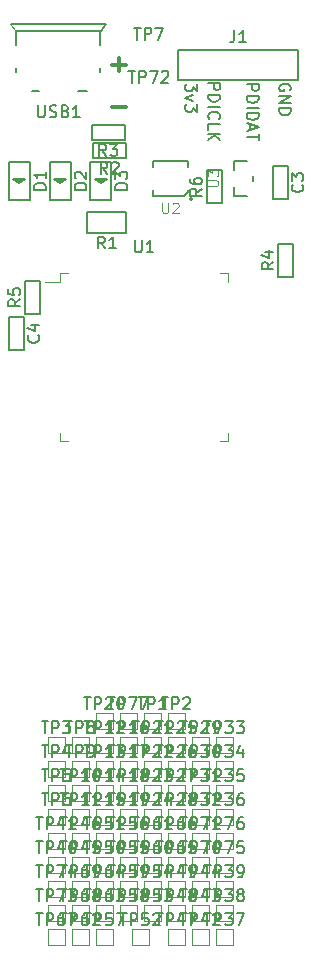
<source format=gto>
G04 #@! TF.GenerationSoftware,KiCad,Pcbnew,8.0.9-8.0.9-0~ubuntu24.04.1*
G04 #@! TF.CreationDate,2025-10-28T13:37:41-07:00*
G04 #@! TF.ProjectId,PoNS,506f4e53-2e6b-4696-9361-645f70636258,rev?*
G04 #@! TF.SameCoordinates,Original*
G04 #@! TF.FileFunction,Legend,Top*
G04 #@! TF.FilePolarity,Positive*
%FSLAX46Y46*%
G04 Gerber Fmt 4.6, Leading zero omitted, Abs format (unit mm)*
G04 Created by KiCad (PCBNEW 8.0.9-8.0.9-0~ubuntu24.04.1) date 2025-10-28 13:37:41*
%MOMM*%
%LPD*%
G01*
G04 APERTURE LIST*
%ADD10C,0.150000*%
%ADD11C,0.300000*%
%ADD12C,0.101600*%
%ADD13C,0.127000*%
%ADD14C,0.120000*%
%ADD15C,0.100000*%
%ADD16C,0.066040*%
G04 APERTURE END LIST*
D10*
X157634780Y-64543276D02*
X158634780Y-64543276D01*
X158634780Y-64543276D02*
X158634780Y-64924228D01*
X158634780Y-64924228D02*
X158587161Y-65019466D01*
X158587161Y-65019466D02*
X158539542Y-65067085D01*
X158539542Y-65067085D02*
X158444304Y-65114704D01*
X158444304Y-65114704D02*
X158301447Y-65114704D01*
X158301447Y-65114704D02*
X158206209Y-65067085D01*
X158206209Y-65067085D02*
X158158590Y-65019466D01*
X158158590Y-65019466D02*
X158110971Y-64924228D01*
X158110971Y-64924228D02*
X158110971Y-64543276D01*
X157634780Y-65543276D02*
X158634780Y-65543276D01*
X158634780Y-65543276D02*
X158634780Y-65781371D01*
X158634780Y-65781371D02*
X158587161Y-65924228D01*
X158587161Y-65924228D02*
X158491923Y-66019466D01*
X158491923Y-66019466D02*
X158396685Y-66067085D01*
X158396685Y-66067085D02*
X158206209Y-66114704D01*
X158206209Y-66114704D02*
X158063352Y-66114704D01*
X158063352Y-66114704D02*
X157872876Y-66067085D01*
X157872876Y-66067085D02*
X157777638Y-66019466D01*
X157777638Y-66019466D02*
X157682400Y-65924228D01*
X157682400Y-65924228D02*
X157634780Y-65781371D01*
X157634780Y-65781371D02*
X157634780Y-65543276D01*
X157634780Y-66543276D02*
X158634780Y-66543276D01*
X157634780Y-67019466D02*
X158634780Y-67019466D01*
X158634780Y-67019466D02*
X158634780Y-67257561D01*
X158634780Y-67257561D02*
X158587161Y-67400418D01*
X158587161Y-67400418D02*
X158491923Y-67495656D01*
X158491923Y-67495656D02*
X158396685Y-67543275D01*
X158396685Y-67543275D02*
X158206209Y-67590894D01*
X158206209Y-67590894D02*
X158063352Y-67590894D01*
X158063352Y-67590894D02*
X157872876Y-67543275D01*
X157872876Y-67543275D02*
X157777638Y-67495656D01*
X157777638Y-67495656D02*
X157682400Y-67400418D01*
X157682400Y-67400418D02*
X157634780Y-67257561D01*
X157634780Y-67257561D02*
X157634780Y-67019466D01*
X157920495Y-67971847D02*
X157920495Y-68448037D01*
X157634780Y-67876609D02*
X158634780Y-68209942D01*
X158634780Y-68209942D02*
X157634780Y-68543275D01*
X158634780Y-68733752D02*
X158634780Y-69305180D01*
X157634780Y-69019466D02*
X158634780Y-69019466D01*
X154383580Y-64448038D02*
X155383580Y-64448038D01*
X155383580Y-64448038D02*
X155383580Y-64828990D01*
X155383580Y-64828990D02*
X155335961Y-64924228D01*
X155335961Y-64924228D02*
X155288342Y-64971847D01*
X155288342Y-64971847D02*
X155193104Y-65019466D01*
X155193104Y-65019466D02*
X155050247Y-65019466D01*
X155050247Y-65019466D02*
X154955009Y-64971847D01*
X154955009Y-64971847D02*
X154907390Y-64924228D01*
X154907390Y-64924228D02*
X154859771Y-64828990D01*
X154859771Y-64828990D02*
X154859771Y-64448038D01*
X154383580Y-65448038D02*
X155383580Y-65448038D01*
X155383580Y-65448038D02*
X155383580Y-65686133D01*
X155383580Y-65686133D02*
X155335961Y-65828990D01*
X155335961Y-65828990D02*
X155240723Y-65924228D01*
X155240723Y-65924228D02*
X155145485Y-65971847D01*
X155145485Y-65971847D02*
X154955009Y-66019466D01*
X154955009Y-66019466D02*
X154812152Y-66019466D01*
X154812152Y-66019466D02*
X154621676Y-65971847D01*
X154621676Y-65971847D02*
X154526438Y-65924228D01*
X154526438Y-65924228D02*
X154431200Y-65828990D01*
X154431200Y-65828990D02*
X154383580Y-65686133D01*
X154383580Y-65686133D02*
X154383580Y-65448038D01*
X154383580Y-66448038D02*
X155383580Y-66448038D01*
X154478819Y-67495656D02*
X154431200Y-67448037D01*
X154431200Y-67448037D02*
X154383580Y-67305180D01*
X154383580Y-67305180D02*
X154383580Y-67209942D01*
X154383580Y-67209942D02*
X154431200Y-67067085D01*
X154431200Y-67067085D02*
X154526438Y-66971847D01*
X154526438Y-66971847D02*
X154621676Y-66924228D01*
X154621676Y-66924228D02*
X154812152Y-66876609D01*
X154812152Y-66876609D02*
X154955009Y-66876609D01*
X154955009Y-66876609D02*
X155145485Y-66924228D01*
X155145485Y-66924228D02*
X155240723Y-66971847D01*
X155240723Y-66971847D02*
X155335961Y-67067085D01*
X155335961Y-67067085D02*
X155383580Y-67209942D01*
X155383580Y-67209942D02*
X155383580Y-67305180D01*
X155383580Y-67305180D02*
X155335961Y-67448037D01*
X155335961Y-67448037D02*
X155288342Y-67495656D01*
X154383580Y-68400418D02*
X154383580Y-67924228D01*
X154383580Y-67924228D02*
X155383580Y-67924228D01*
X154383580Y-68733752D02*
X155383580Y-68733752D01*
X154383580Y-69305180D02*
X154955009Y-68876609D01*
X155383580Y-69305180D02*
X154812152Y-68733752D01*
X161330361Y-65074895D02*
X161377980Y-64979657D01*
X161377980Y-64979657D02*
X161377980Y-64836800D01*
X161377980Y-64836800D02*
X161330361Y-64693943D01*
X161330361Y-64693943D02*
X161235123Y-64598705D01*
X161235123Y-64598705D02*
X161139885Y-64551086D01*
X161139885Y-64551086D02*
X160949409Y-64503467D01*
X160949409Y-64503467D02*
X160806552Y-64503467D01*
X160806552Y-64503467D02*
X160616076Y-64551086D01*
X160616076Y-64551086D02*
X160520838Y-64598705D01*
X160520838Y-64598705D02*
X160425600Y-64693943D01*
X160425600Y-64693943D02*
X160377980Y-64836800D01*
X160377980Y-64836800D02*
X160377980Y-64932038D01*
X160377980Y-64932038D02*
X160425600Y-65074895D01*
X160425600Y-65074895D02*
X160473219Y-65122514D01*
X160473219Y-65122514D02*
X160806552Y-65122514D01*
X160806552Y-65122514D02*
X160806552Y-64932038D01*
X160377980Y-65551086D02*
X161377980Y-65551086D01*
X161377980Y-65551086D02*
X160377980Y-66122514D01*
X160377980Y-66122514D02*
X161377980Y-66122514D01*
X160377980Y-66598705D02*
X161377980Y-66598705D01*
X161377980Y-66598705D02*
X161377980Y-66836800D01*
X161377980Y-66836800D02*
X161330361Y-66979657D01*
X161330361Y-66979657D02*
X161235123Y-67074895D01*
X161235123Y-67074895D02*
X161139885Y-67122514D01*
X161139885Y-67122514D02*
X160949409Y-67170133D01*
X160949409Y-67170133D02*
X160806552Y-67170133D01*
X160806552Y-67170133D02*
X160616076Y-67122514D01*
X160616076Y-67122514D02*
X160520838Y-67074895D01*
X160520838Y-67074895D02*
X160425600Y-66979657D01*
X160425600Y-66979657D02*
X160377980Y-66836800D01*
X160377980Y-66836800D02*
X160377980Y-66598705D01*
X153453180Y-64544724D02*
X153453180Y-65163771D01*
X153453180Y-65163771D02*
X153072228Y-64830438D01*
X153072228Y-64830438D02*
X153072228Y-64973295D01*
X153072228Y-64973295D02*
X153024609Y-65068533D01*
X153024609Y-65068533D02*
X152976990Y-65116152D01*
X152976990Y-65116152D02*
X152881752Y-65163771D01*
X152881752Y-65163771D02*
X152643657Y-65163771D01*
X152643657Y-65163771D02*
X152548419Y-65116152D01*
X152548419Y-65116152D02*
X152500800Y-65068533D01*
X152500800Y-65068533D02*
X152453180Y-64973295D01*
X152453180Y-64973295D02*
X152453180Y-64687581D01*
X152453180Y-64687581D02*
X152500800Y-64592343D01*
X152500800Y-64592343D02*
X152548419Y-64544724D01*
X153119847Y-65497105D02*
X152453180Y-65735200D01*
X152453180Y-65735200D02*
X153119847Y-65973295D01*
X153453180Y-66259010D02*
X153453180Y-66878057D01*
X153453180Y-66878057D02*
X153072228Y-66544724D01*
X153072228Y-66544724D02*
X153072228Y-66687581D01*
X153072228Y-66687581D02*
X153024609Y-66782819D01*
X153024609Y-66782819D02*
X152976990Y-66830438D01*
X152976990Y-66830438D02*
X152881752Y-66878057D01*
X152881752Y-66878057D02*
X152643657Y-66878057D01*
X152643657Y-66878057D02*
X152548419Y-66830438D01*
X152548419Y-66830438D02*
X152500800Y-66782819D01*
X152500800Y-66782819D02*
X152453180Y-66687581D01*
X152453180Y-66687581D02*
X152453180Y-66401867D01*
X152453180Y-66401867D02*
X152500800Y-66306629D01*
X152500800Y-66306629D02*
X152548419Y-66259010D01*
D11*
X147383428Y-66451700D02*
X146240571Y-66451700D01*
X146240571Y-62895700D02*
X147383429Y-62895700D01*
X146812000Y-63467128D02*
X146812000Y-62324271D01*
D10*
X153826641Y-73413865D02*
X153350450Y-73747198D01*
X153826641Y-73985293D02*
X152826641Y-73985293D01*
X152826641Y-73985293D02*
X152826641Y-73604341D01*
X152826641Y-73604341D02*
X152874260Y-73509103D01*
X152874260Y-73509103D02*
X152921879Y-73461484D01*
X152921879Y-73461484D02*
X153017117Y-73413865D01*
X153017117Y-73413865D02*
X153159974Y-73413865D01*
X153159974Y-73413865D02*
X153255212Y-73461484D01*
X153255212Y-73461484D02*
X153302831Y-73509103D01*
X153302831Y-73509103D02*
X153350450Y-73604341D01*
X153350450Y-73604341D02*
X153350450Y-73985293D01*
X152826641Y-72556722D02*
X152826641Y-72747198D01*
X152826641Y-72747198D02*
X152874260Y-72842436D01*
X152874260Y-72842436D02*
X152921879Y-72890055D01*
X152921879Y-72890055D02*
X153064736Y-72985293D01*
X153064736Y-72985293D02*
X153255212Y-73032912D01*
X153255212Y-73032912D02*
X153636164Y-73032912D01*
X153636164Y-73032912D02*
X153731402Y-72985293D01*
X153731402Y-72985293D02*
X153779022Y-72937674D01*
X153779022Y-72937674D02*
X153826641Y-72842436D01*
X153826641Y-72842436D02*
X153826641Y-72651960D01*
X153826641Y-72651960D02*
X153779022Y-72556722D01*
X153779022Y-72556722D02*
X153731402Y-72509103D01*
X153731402Y-72509103D02*
X153636164Y-72461484D01*
X153636164Y-72461484D02*
X153398069Y-72461484D01*
X153398069Y-72461484D02*
X153302831Y-72509103D01*
X153302831Y-72509103D02*
X153255212Y-72556722D01*
X153255212Y-72556722D02*
X153207593Y-72651960D01*
X153207593Y-72651960D02*
X153207593Y-72842436D01*
X153207593Y-72842436D02*
X153255212Y-72937674D01*
X153255212Y-72937674D02*
X153302831Y-72985293D01*
X153302831Y-72985293D02*
X153398069Y-73032912D01*
X147613905Y-63431219D02*
X148185333Y-63431219D01*
X147899619Y-64431219D02*
X147899619Y-63431219D01*
X148518667Y-64431219D02*
X148518667Y-63431219D01*
X148518667Y-63431219D02*
X148899619Y-63431219D01*
X148899619Y-63431219D02*
X148994857Y-63478838D01*
X148994857Y-63478838D02*
X149042476Y-63526457D01*
X149042476Y-63526457D02*
X149090095Y-63621695D01*
X149090095Y-63621695D02*
X149090095Y-63764552D01*
X149090095Y-63764552D02*
X149042476Y-63859790D01*
X149042476Y-63859790D02*
X148994857Y-63907409D01*
X148994857Y-63907409D02*
X148899619Y-63955028D01*
X148899619Y-63955028D02*
X148518667Y-63955028D01*
X149423429Y-63431219D02*
X150090095Y-63431219D01*
X150090095Y-63431219D02*
X149661524Y-64431219D01*
X150423429Y-63526457D02*
X150471048Y-63478838D01*
X150471048Y-63478838D02*
X150566286Y-63431219D01*
X150566286Y-63431219D02*
X150804381Y-63431219D01*
X150804381Y-63431219D02*
X150899619Y-63478838D01*
X150899619Y-63478838D02*
X150947238Y-63526457D01*
X150947238Y-63526457D02*
X150994857Y-63621695D01*
X150994857Y-63621695D02*
X150994857Y-63716933D01*
X150994857Y-63716933D02*
X150947238Y-63859790D01*
X150947238Y-63859790D02*
X150375810Y-64431219D01*
X150375810Y-64431219D02*
X150994857Y-64431219D01*
X148090095Y-59773619D02*
X148661523Y-59773619D01*
X148375809Y-60773619D02*
X148375809Y-59773619D01*
X148994857Y-60773619D02*
X148994857Y-59773619D01*
X148994857Y-59773619D02*
X149375809Y-59773619D01*
X149375809Y-59773619D02*
X149471047Y-59821238D01*
X149471047Y-59821238D02*
X149518666Y-59868857D01*
X149518666Y-59868857D02*
X149566285Y-59964095D01*
X149566285Y-59964095D02*
X149566285Y-60106952D01*
X149566285Y-60106952D02*
X149518666Y-60202190D01*
X149518666Y-60202190D02*
X149471047Y-60249809D01*
X149471047Y-60249809D02*
X149375809Y-60297428D01*
X149375809Y-60297428D02*
X148994857Y-60297428D01*
X149899619Y-59773619D02*
X150566285Y-59773619D01*
X150566285Y-59773619D02*
X150137714Y-60773619D01*
X145629333Y-78456419D02*
X145296000Y-77980228D01*
X145057905Y-78456419D02*
X145057905Y-77456419D01*
X145057905Y-77456419D02*
X145438857Y-77456419D01*
X145438857Y-77456419D02*
X145534095Y-77504038D01*
X145534095Y-77504038D02*
X145581714Y-77551657D01*
X145581714Y-77551657D02*
X145629333Y-77646895D01*
X145629333Y-77646895D02*
X145629333Y-77789752D01*
X145629333Y-77789752D02*
X145581714Y-77884990D01*
X145581714Y-77884990D02*
X145534095Y-77932609D01*
X145534095Y-77932609D02*
X145438857Y-77980228D01*
X145438857Y-77980228D02*
X145057905Y-77980228D01*
X146581714Y-78456419D02*
X146010286Y-78456419D01*
X146296000Y-78456419D02*
X146296000Y-77456419D01*
X146296000Y-77456419D02*
X146200762Y-77599276D01*
X146200762Y-77599276D02*
X146105524Y-77694514D01*
X146105524Y-77694514D02*
X146010286Y-77742133D01*
X148170995Y-77785619D02*
X148170995Y-78595142D01*
X148170995Y-78595142D02*
X148218614Y-78690380D01*
X148218614Y-78690380D02*
X148266233Y-78738000D01*
X148266233Y-78738000D02*
X148361471Y-78785619D01*
X148361471Y-78785619D02*
X148551947Y-78785619D01*
X148551947Y-78785619D02*
X148647185Y-78738000D01*
X148647185Y-78738000D02*
X148694804Y-78690380D01*
X148694804Y-78690380D02*
X148742423Y-78595142D01*
X148742423Y-78595142D02*
X148742423Y-77785619D01*
X149742423Y-78785619D02*
X149170995Y-78785619D01*
X149456709Y-78785619D02*
X149456709Y-77785619D01*
X149456709Y-77785619D02*
X149361471Y-77928476D01*
X149361471Y-77928476D02*
X149266233Y-78023714D01*
X149266233Y-78023714D02*
X149170995Y-78071333D01*
X143854705Y-116472419D02*
X144426133Y-116472419D01*
X144140419Y-117472419D02*
X144140419Y-116472419D01*
X144759467Y-117472419D02*
X144759467Y-116472419D01*
X144759467Y-116472419D02*
X145140419Y-116472419D01*
X145140419Y-116472419D02*
X145235657Y-116520038D01*
X145235657Y-116520038D02*
X145283276Y-116567657D01*
X145283276Y-116567657D02*
X145330895Y-116662895D01*
X145330895Y-116662895D02*
X145330895Y-116805752D01*
X145330895Y-116805752D02*
X145283276Y-116900990D01*
X145283276Y-116900990D02*
X145235657Y-116948609D01*
X145235657Y-116948609D02*
X145140419Y-116996228D01*
X145140419Y-116996228D02*
X144759467Y-116996228D01*
X145711848Y-116567657D02*
X145759467Y-116520038D01*
X145759467Y-116520038D02*
X145854705Y-116472419D01*
X145854705Y-116472419D02*
X146092800Y-116472419D01*
X146092800Y-116472419D02*
X146188038Y-116520038D01*
X146188038Y-116520038D02*
X146235657Y-116567657D01*
X146235657Y-116567657D02*
X146283276Y-116662895D01*
X146283276Y-116662895D02*
X146283276Y-116758133D01*
X146283276Y-116758133D02*
X146235657Y-116900990D01*
X146235657Y-116900990D02*
X145664229Y-117472419D01*
X145664229Y-117472419D02*
X146283276Y-117472419D01*
X146902324Y-116472419D02*
X146997562Y-116472419D01*
X146997562Y-116472419D02*
X147092800Y-116520038D01*
X147092800Y-116520038D02*
X147140419Y-116567657D01*
X147140419Y-116567657D02*
X147188038Y-116662895D01*
X147188038Y-116662895D02*
X147235657Y-116853371D01*
X147235657Y-116853371D02*
X147235657Y-117091466D01*
X147235657Y-117091466D02*
X147188038Y-117281942D01*
X147188038Y-117281942D02*
X147140419Y-117377180D01*
X147140419Y-117377180D02*
X147092800Y-117424800D01*
X147092800Y-117424800D02*
X146997562Y-117472419D01*
X146997562Y-117472419D02*
X146902324Y-117472419D01*
X146902324Y-117472419D02*
X146807086Y-117424800D01*
X146807086Y-117424800D02*
X146759467Y-117377180D01*
X146759467Y-117377180D02*
X146711848Y-117281942D01*
X146711848Y-117281942D02*
X146664229Y-117091466D01*
X146664229Y-117091466D02*
X146664229Y-116853371D01*
X146664229Y-116853371D02*
X146711848Y-116662895D01*
X146711848Y-116662895D02*
X146759467Y-116567657D01*
X146759467Y-116567657D02*
X146807086Y-116520038D01*
X146807086Y-116520038D02*
X146902324Y-116472419D01*
X148394895Y-116472419D02*
X148966323Y-116472419D01*
X148680609Y-117472419D02*
X148680609Y-116472419D01*
X149299657Y-117472419D02*
X149299657Y-116472419D01*
X149299657Y-116472419D02*
X149680609Y-116472419D01*
X149680609Y-116472419D02*
X149775847Y-116520038D01*
X149775847Y-116520038D02*
X149823466Y-116567657D01*
X149823466Y-116567657D02*
X149871085Y-116662895D01*
X149871085Y-116662895D02*
X149871085Y-116805752D01*
X149871085Y-116805752D02*
X149823466Y-116900990D01*
X149823466Y-116900990D02*
X149775847Y-116948609D01*
X149775847Y-116948609D02*
X149680609Y-116996228D01*
X149680609Y-116996228D02*
X149299657Y-116996228D01*
X150823466Y-117472419D02*
X150252038Y-117472419D01*
X150537752Y-117472419D02*
X150537752Y-116472419D01*
X150537752Y-116472419D02*
X150442514Y-116615276D01*
X150442514Y-116615276D02*
X150347276Y-116710514D01*
X150347276Y-116710514D02*
X150252038Y-116758133D01*
X145886705Y-116472419D02*
X146458133Y-116472419D01*
X146172419Y-117472419D02*
X146172419Y-116472419D01*
X146791467Y-117472419D02*
X146791467Y-116472419D01*
X146791467Y-116472419D02*
X147172419Y-116472419D01*
X147172419Y-116472419D02*
X147267657Y-116520038D01*
X147267657Y-116520038D02*
X147315276Y-116567657D01*
X147315276Y-116567657D02*
X147362895Y-116662895D01*
X147362895Y-116662895D02*
X147362895Y-116805752D01*
X147362895Y-116805752D02*
X147315276Y-116900990D01*
X147315276Y-116900990D02*
X147267657Y-116948609D01*
X147267657Y-116948609D02*
X147172419Y-116996228D01*
X147172419Y-116996228D02*
X146791467Y-116996228D01*
X147696229Y-116472419D02*
X148362895Y-116472419D01*
X148362895Y-116472419D02*
X147934324Y-117472419D01*
X148648610Y-116472419D02*
X149315276Y-116472419D01*
X149315276Y-116472419D02*
X148886705Y-117472419D01*
X150426895Y-116472419D02*
X150998323Y-116472419D01*
X150712609Y-117472419D02*
X150712609Y-116472419D01*
X151331657Y-117472419D02*
X151331657Y-116472419D01*
X151331657Y-116472419D02*
X151712609Y-116472419D01*
X151712609Y-116472419D02*
X151807847Y-116520038D01*
X151807847Y-116520038D02*
X151855466Y-116567657D01*
X151855466Y-116567657D02*
X151903085Y-116662895D01*
X151903085Y-116662895D02*
X151903085Y-116805752D01*
X151903085Y-116805752D02*
X151855466Y-116900990D01*
X151855466Y-116900990D02*
X151807847Y-116948609D01*
X151807847Y-116948609D02*
X151712609Y-116996228D01*
X151712609Y-116996228D02*
X151331657Y-116996228D01*
X152284038Y-116567657D02*
X152331657Y-116520038D01*
X152331657Y-116520038D02*
X152426895Y-116472419D01*
X152426895Y-116472419D02*
X152664990Y-116472419D01*
X152664990Y-116472419D02*
X152760228Y-116520038D01*
X152760228Y-116520038D02*
X152807847Y-116567657D01*
X152807847Y-116567657D02*
X152855466Y-116662895D01*
X152855466Y-116662895D02*
X152855466Y-116758133D01*
X152855466Y-116758133D02*
X152807847Y-116900990D01*
X152807847Y-116900990D02*
X152236419Y-117472419D01*
X152236419Y-117472419D02*
X152855466Y-117472419D01*
X149950705Y-132728419D02*
X150522133Y-132728419D01*
X150236419Y-133728419D02*
X150236419Y-132728419D01*
X150855467Y-133728419D02*
X150855467Y-132728419D01*
X150855467Y-132728419D02*
X151236419Y-132728419D01*
X151236419Y-132728419D02*
X151331657Y-132776038D01*
X151331657Y-132776038D02*
X151379276Y-132823657D01*
X151379276Y-132823657D02*
X151426895Y-132918895D01*
X151426895Y-132918895D02*
X151426895Y-133061752D01*
X151426895Y-133061752D02*
X151379276Y-133156990D01*
X151379276Y-133156990D02*
X151331657Y-133204609D01*
X151331657Y-133204609D02*
X151236419Y-133252228D01*
X151236419Y-133252228D02*
X150855467Y-133252228D01*
X152284038Y-133061752D02*
X152284038Y-133728419D01*
X152045943Y-132680800D02*
X151807848Y-133395085D01*
X151807848Y-133395085D02*
X152426895Y-133395085D01*
X152950705Y-133156990D02*
X152855467Y-133109371D01*
X152855467Y-133109371D02*
X152807848Y-133061752D01*
X152807848Y-133061752D02*
X152760229Y-132966514D01*
X152760229Y-132966514D02*
X152760229Y-132918895D01*
X152760229Y-132918895D02*
X152807848Y-132823657D01*
X152807848Y-132823657D02*
X152855467Y-132776038D01*
X152855467Y-132776038D02*
X152950705Y-132728419D01*
X152950705Y-132728419D02*
X153141181Y-132728419D01*
X153141181Y-132728419D02*
X153236419Y-132776038D01*
X153236419Y-132776038D02*
X153284038Y-132823657D01*
X153284038Y-132823657D02*
X153331657Y-132918895D01*
X153331657Y-132918895D02*
X153331657Y-132966514D01*
X153331657Y-132966514D02*
X153284038Y-133061752D01*
X153284038Y-133061752D02*
X153236419Y-133109371D01*
X153236419Y-133109371D02*
X153141181Y-133156990D01*
X153141181Y-133156990D02*
X152950705Y-133156990D01*
X152950705Y-133156990D02*
X152855467Y-133204609D01*
X152855467Y-133204609D02*
X152807848Y-133252228D01*
X152807848Y-133252228D02*
X152760229Y-133347466D01*
X152760229Y-133347466D02*
X152760229Y-133537942D01*
X152760229Y-133537942D02*
X152807848Y-133633180D01*
X152807848Y-133633180D02*
X152855467Y-133680800D01*
X152855467Y-133680800D02*
X152950705Y-133728419D01*
X152950705Y-133728419D02*
X153141181Y-133728419D01*
X153141181Y-133728419D02*
X153236419Y-133680800D01*
X153236419Y-133680800D02*
X153284038Y-133633180D01*
X153284038Y-133633180D02*
X153331657Y-133537942D01*
X153331657Y-133537942D02*
X153331657Y-133347466D01*
X153331657Y-133347466D02*
X153284038Y-133252228D01*
X153284038Y-133252228D02*
X153236419Y-133204609D01*
X153236419Y-133204609D02*
X153141181Y-133156990D01*
X154014705Y-132728419D02*
X154586133Y-132728419D01*
X154300419Y-133728419D02*
X154300419Y-132728419D01*
X154919467Y-133728419D02*
X154919467Y-132728419D01*
X154919467Y-132728419D02*
X155300419Y-132728419D01*
X155300419Y-132728419D02*
X155395657Y-132776038D01*
X155395657Y-132776038D02*
X155443276Y-132823657D01*
X155443276Y-132823657D02*
X155490895Y-132918895D01*
X155490895Y-132918895D02*
X155490895Y-133061752D01*
X155490895Y-133061752D02*
X155443276Y-133156990D01*
X155443276Y-133156990D02*
X155395657Y-133204609D01*
X155395657Y-133204609D02*
X155300419Y-133252228D01*
X155300419Y-133252228D02*
X154919467Y-133252228D01*
X155824229Y-132728419D02*
X156443276Y-132728419D01*
X156443276Y-132728419D02*
X156109943Y-133109371D01*
X156109943Y-133109371D02*
X156252800Y-133109371D01*
X156252800Y-133109371D02*
X156348038Y-133156990D01*
X156348038Y-133156990D02*
X156395657Y-133204609D01*
X156395657Y-133204609D02*
X156443276Y-133299847D01*
X156443276Y-133299847D02*
X156443276Y-133537942D01*
X156443276Y-133537942D02*
X156395657Y-133633180D01*
X156395657Y-133633180D02*
X156348038Y-133680800D01*
X156348038Y-133680800D02*
X156252800Y-133728419D01*
X156252800Y-133728419D02*
X155967086Y-133728419D01*
X155967086Y-133728419D02*
X155871848Y-133680800D01*
X155871848Y-133680800D02*
X155824229Y-133633180D01*
X157014705Y-133156990D02*
X156919467Y-133109371D01*
X156919467Y-133109371D02*
X156871848Y-133061752D01*
X156871848Y-133061752D02*
X156824229Y-132966514D01*
X156824229Y-132966514D02*
X156824229Y-132918895D01*
X156824229Y-132918895D02*
X156871848Y-132823657D01*
X156871848Y-132823657D02*
X156919467Y-132776038D01*
X156919467Y-132776038D02*
X157014705Y-132728419D01*
X157014705Y-132728419D02*
X157205181Y-132728419D01*
X157205181Y-132728419D02*
X157300419Y-132776038D01*
X157300419Y-132776038D02*
X157348038Y-132823657D01*
X157348038Y-132823657D02*
X157395657Y-132918895D01*
X157395657Y-132918895D02*
X157395657Y-132966514D01*
X157395657Y-132966514D02*
X157348038Y-133061752D01*
X157348038Y-133061752D02*
X157300419Y-133109371D01*
X157300419Y-133109371D02*
X157205181Y-133156990D01*
X157205181Y-133156990D02*
X157014705Y-133156990D01*
X157014705Y-133156990D02*
X156919467Y-133204609D01*
X156919467Y-133204609D02*
X156871848Y-133252228D01*
X156871848Y-133252228D02*
X156824229Y-133347466D01*
X156824229Y-133347466D02*
X156824229Y-133537942D01*
X156824229Y-133537942D02*
X156871848Y-133633180D01*
X156871848Y-133633180D02*
X156919467Y-133680800D01*
X156919467Y-133680800D02*
X157014705Y-133728419D01*
X157014705Y-133728419D02*
X157205181Y-133728419D01*
X157205181Y-133728419D02*
X157300419Y-133680800D01*
X157300419Y-133680800D02*
X157348038Y-133633180D01*
X157348038Y-133633180D02*
X157395657Y-133537942D01*
X157395657Y-133537942D02*
X157395657Y-133347466D01*
X157395657Y-133347466D02*
X157348038Y-133252228D01*
X157348038Y-133252228D02*
X157300419Y-133204609D01*
X157300419Y-133204609D02*
X157205181Y-133156990D01*
X151982705Y-130696419D02*
X152554133Y-130696419D01*
X152268419Y-131696419D02*
X152268419Y-130696419D01*
X152887467Y-131696419D02*
X152887467Y-130696419D01*
X152887467Y-130696419D02*
X153268419Y-130696419D01*
X153268419Y-130696419D02*
X153363657Y-130744038D01*
X153363657Y-130744038D02*
X153411276Y-130791657D01*
X153411276Y-130791657D02*
X153458895Y-130886895D01*
X153458895Y-130886895D02*
X153458895Y-131029752D01*
X153458895Y-131029752D02*
X153411276Y-131124990D01*
X153411276Y-131124990D02*
X153363657Y-131172609D01*
X153363657Y-131172609D02*
X153268419Y-131220228D01*
X153268419Y-131220228D02*
X152887467Y-131220228D01*
X154316038Y-131029752D02*
X154316038Y-131696419D01*
X154077943Y-130648800D02*
X153839848Y-131363085D01*
X153839848Y-131363085D02*
X154458895Y-131363085D01*
X155268419Y-131029752D02*
X155268419Y-131696419D01*
X155030324Y-130648800D02*
X154792229Y-131363085D01*
X154792229Y-131363085D02*
X155411276Y-131363085D01*
X141822705Y-128664419D02*
X142394133Y-128664419D01*
X142108419Y-129664419D02*
X142108419Y-128664419D01*
X142727467Y-129664419D02*
X142727467Y-128664419D01*
X142727467Y-128664419D02*
X143108419Y-128664419D01*
X143108419Y-128664419D02*
X143203657Y-128712038D01*
X143203657Y-128712038D02*
X143251276Y-128759657D01*
X143251276Y-128759657D02*
X143298895Y-128854895D01*
X143298895Y-128854895D02*
X143298895Y-128997752D01*
X143298895Y-128997752D02*
X143251276Y-129092990D01*
X143251276Y-129092990D02*
X143203657Y-129140609D01*
X143203657Y-129140609D02*
X143108419Y-129188228D01*
X143108419Y-129188228D02*
X142727467Y-129188228D01*
X144156038Y-128997752D02*
X144156038Y-129664419D01*
X143917943Y-128616800D02*
X143679848Y-129331085D01*
X143679848Y-129331085D02*
X144298895Y-129331085D01*
X145156038Y-128664419D02*
X144679848Y-128664419D01*
X144679848Y-128664419D02*
X144632229Y-129140609D01*
X144632229Y-129140609D02*
X144679848Y-129092990D01*
X144679848Y-129092990D02*
X144775086Y-129045371D01*
X144775086Y-129045371D02*
X145013181Y-129045371D01*
X145013181Y-129045371D02*
X145108419Y-129092990D01*
X145108419Y-129092990D02*
X145156038Y-129140609D01*
X145156038Y-129140609D02*
X145203657Y-129235847D01*
X145203657Y-129235847D02*
X145203657Y-129473942D01*
X145203657Y-129473942D02*
X145156038Y-129569180D01*
X145156038Y-129569180D02*
X145108419Y-129616800D01*
X145108419Y-129616800D02*
X145013181Y-129664419D01*
X145013181Y-129664419D02*
X144775086Y-129664419D01*
X144775086Y-129664419D02*
X144679848Y-129616800D01*
X144679848Y-129616800D02*
X144632229Y-129569180D01*
X145886705Y-132728419D02*
X146458133Y-132728419D01*
X146172419Y-133728419D02*
X146172419Y-132728419D01*
X146791467Y-133728419D02*
X146791467Y-132728419D01*
X146791467Y-132728419D02*
X147172419Y-132728419D01*
X147172419Y-132728419D02*
X147267657Y-132776038D01*
X147267657Y-132776038D02*
X147315276Y-132823657D01*
X147315276Y-132823657D02*
X147362895Y-132918895D01*
X147362895Y-132918895D02*
X147362895Y-133061752D01*
X147362895Y-133061752D02*
X147315276Y-133156990D01*
X147315276Y-133156990D02*
X147267657Y-133204609D01*
X147267657Y-133204609D02*
X147172419Y-133252228D01*
X147172419Y-133252228D02*
X146791467Y-133252228D01*
X148267657Y-132728419D02*
X147791467Y-132728419D01*
X147791467Y-132728419D02*
X147743848Y-133204609D01*
X147743848Y-133204609D02*
X147791467Y-133156990D01*
X147791467Y-133156990D02*
X147886705Y-133109371D01*
X147886705Y-133109371D02*
X148124800Y-133109371D01*
X148124800Y-133109371D02*
X148220038Y-133156990D01*
X148220038Y-133156990D02*
X148267657Y-133204609D01*
X148267657Y-133204609D02*
X148315276Y-133299847D01*
X148315276Y-133299847D02*
X148315276Y-133537942D01*
X148315276Y-133537942D02*
X148267657Y-133633180D01*
X148267657Y-133633180D02*
X148220038Y-133680800D01*
X148220038Y-133680800D02*
X148124800Y-133728419D01*
X148124800Y-133728419D02*
X147886705Y-133728419D01*
X147886705Y-133728419D02*
X147791467Y-133680800D01*
X147791467Y-133680800D02*
X147743848Y-133633180D01*
X148886705Y-133156990D02*
X148791467Y-133109371D01*
X148791467Y-133109371D02*
X148743848Y-133061752D01*
X148743848Y-133061752D02*
X148696229Y-132966514D01*
X148696229Y-132966514D02*
X148696229Y-132918895D01*
X148696229Y-132918895D02*
X148743848Y-132823657D01*
X148743848Y-132823657D02*
X148791467Y-132776038D01*
X148791467Y-132776038D02*
X148886705Y-132728419D01*
X148886705Y-132728419D02*
X149077181Y-132728419D01*
X149077181Y-132728419D02*
X149172419Y-132776038D01*
X149172419Y-132776038D02*
X149220038Y-132823657D01*
X149220038Y-132823657D02*
X149267657Y-132918895D01*
X149267657Y-132918895D02*
X149267657Y-132966514D01*
X149267657Y-132966514D02*
X149220038Y-133061752D01*
X149220038Y-133061752D02*
X149172419Y-133109371D01*
X149172419Y-133109371D02*
X149077181Y-133156990D01*
X149077181Y-133156990D02*
X148886705Y-133156990D01*
X148886705Y-133156990D02*
X148791467Y-133204609D01*
X148791467Y-133204609D02*
X148743848Y-133252228D01*
X148743848Y-133252228D02*
X148696229Y-133347466D01*
X148696229Y-133347466D02*
X148696229Y-133537942D01*
X148696229Y-133537942D02*
X148743848Y-133633180D01*
X148743848Y-133633180D02*
X148791467Y-133680800D01*
X148791467Y-133680800D02*
X148886705Y-133728419D01*
X148886705Y-133728419D02*
X149077181Y-133728419D01*
X149077181Y-133728419D02*
X149172419Y-133680800D01*
X149172419Y-133680800D02*
X149220038Y-133633180D01*
X149220038Y-133633180D02*
X149267657Y-133537942D01*
X149267657Y-133537942D02*
X149267657Y-133347466D01*
X149267657Y-133347466D02*
X149220038Y-133252228D01*
X149220038Y-133252228D02*
X149172419Y-133204609D01*
X149172419Y-133204609D02*
X149077181Y-133156990D01*
X145886705Y-130696419D02*
X146458133Y-130696419D01*
X146172419Y-131696419D02*
X146172419Y-130696419D01*
X146791467Y-131696419D02*
X146791467Y-130696419D01*
X146791467Y-130696419D02*
X147172419Y-130696419D01*
X147172419Y-130696419D02*
X147267657Y-130744038D01*
X147267657Y-130744038D02*
X147315276Y-130791657D01*
X147315276Y-130791657D02*
X147362895Y-130886895D01*
X147362895Y-130886895D02*
X147362895Y-131029752D01*
X147362895Y-131029752D02*
X147315276Y-131124990D01*
X147315276Y-131124990D02*
X147267657Y-131172609D01*
X147267657Y-131172609D02*
X147172419Y-131220228D01*
X147172419Y-131220228D02*
X146791467Y-131220228D01*
X148267657Y-130696419D02*
X147791467Y-130696419D01*
X147791467Y-130696419D02*
X147743848Y-131172609D01*
X147743848Y-131172609D02*
X147791467Y-131124990D01*
X147791467Y-131124990D02*
X147886705Y-131077371D01*
X147886705Y-131077371D02*
X148124800Y-131077371D01*
X148124800Y-131077371D02*
X148220038Y-131124990D01*
X148220038Y-131124990D02*
X148267657Y-131172609D01*
X148267657Y-131172609D02*
X148315276Y-131267847D01*
X148315276Y-131267847D02*
X148315276Y-131505942D01*
X148315276Y-131505942D02*
X148267657Y-131601180D01*
X148267657Y-131601180D02*
X148220038Y-131648800D01*
X148220038Y-131648800D02*
X148124800Y-131696419D01*
X148124800Y-131696419D02*
X147886705Y-131696419D01*
X147886705Y-131696419D02*
X147791467Y-131648800D01*
X147791467Y-131648800D02*
X147743848Y-131601180D01*
X148791467Y-131696419D02*
X148981943Y-131696419D01*
X148981943Y-131696419D02*
X149077181Y-131648800D01*
X149077181Y-131648800D02*
X149124800Y-131601180D01*
X149124800Y-131601180D02*
X149220038Y-131458323D01*
X149220038Y-131458323D02*
X149267657Y-131267847D01*
X149267657Y-131267847D02*
X149267657Y-130886895D01*
X149267657Y-130886895D02*
X149220038Y-130791657D01*
X149220038Y-130791657D02*
X149172419Y-130744038D01*
X149172419Y-130744038D02*
X149077181Y-130696419D01*
X149077181Y-130696419D02*
X148886705Y-130696419D01*
X148886705Y-130696419D02*
X148791467Y-130744038D01*
X148791467Y-130744038D02*
X148743848Y-130791657D01*
X148743848Y-130791657D02*
X148696229Y-130886895D01*
X148696229Y-130886895D02*
X148696229Y-131124990D01*
X148696229Y-131124990D02*
X148743848Y-131220228D01*
X148743848Y-131220228D02*
X148791467Y-131267847D01*
X148791467Y-131267847D02*
X148886705Y-131315466D01*
X148886705Y-131315466D02*
X149077181Y-131315466D01*
X149077181Y-131315466D02*
X149172419Y-131267847D01*
X149172419Y-131267847D02*
X149220038Y-131220228D01*
X149220038Y-131220228D02*
X149267657Y-131124990D01*
X151982705Y-124600419D02*
X152554133Y-124600419D01*
X152268419Y-125600419D02*
X152268419Y-124600419D01*
X152887467Y-125600419D02*
X152887467Y-124600419D01*
X152887467Y-124600419D02*
X153268419Y-124600419D01*
X153268419Y-124600419D02*
X153363657Y-124648038D01*
X153363657Y-124648038D02*
X153411276Y-124695657D01*
X153411276Y-124695657D02*
X153458895Y-124790895D01*
X153458895Y-124790895D02*
X153458895Y-124933752D01*
X153458895Y-124933752D02*
X153411276Y-125028990D01*
X153411276Y-125028990D02*
X153363657Y-125076609D01*
X153363657Y-125076609D02*
X153268419Y-125124228D01*
X153268419Y-125124228D02*
X152887467Y-125124228D01*
X153792229Y-124600419D02*
X154411276Y-124600419D01*
X154411276Y-124600419D02*
X154077943Y-124981371D01*
X154077943Y-124981371D02*
X154220800Y-124981371D01*
X154220800Y-124981371D02*
X154316038Y-125028990D01*
X154316038Y-125028990D02*
X154363657Y-125076609D01*
X154363657Y-125076609D02*
X154411276Y-125171847D01*
X154411276Y-125171847D02*
X154411276Y-125409942D01*
X154411276Y-125409942D02*
X154363657Y-125505180D01*
X154363657Y-125505180D02*
X154316038Y-125552800D01*
X154316038Y-125552800D02*
X154220800Y-125600419D01*
X154220800Y-125600419D02*
X153935086Y-125600419D01*
X153935086Y-125600419D02*
X153839848Y-125552800D01*
X153839848Y-125552800D02*
X153792229Y-125505180D01*
X154792229Y-124695657D02*
X154839848Y-124648038D01*
X154839848Y-124648038D02*
X154935086Y-124600419D01*
X154935086Y-124600419D02*
X155173181Y-124600419D01*
X155173181Y-124600419D02*
X155268419Y-124648038D01*
X155268419Y-124648038D02*
X155316038Y-124695657D01*
X155316038Y-124695657D02*
X155363657Y-124790895D01*
X155363657Y-124790895D02*
X155363657Y-124886133D01*
X155363657Y-124886133D02*
X155316038Y-125028990D01*
X155316038Y-125028990D02*
X154744610Y-125600419D01*
X154744610Y-125600419D02*
X155363657Y-125600419D01*
X140266895Y-122568419D02*
X140838323Y-122568419D01*
X140552609Y-123568419D02*
X140552609Y-122568419D01*
X141171657Y-123568419D02*
X141171657Y-122568419D01*
X141171657Y-122568419D02*
X141552609Y-122568419D01*
X141552609Y-122568419D02*
X141647847Y-122616038D01*
X141647847Y-122616038D02*
X141695466Y-122663657D01*
X141695466Y-122663657D02*
X141743085Y-122758895D01*
X141743085Y-122758895D02*
X141743085Y-122901752D01*
X141743085Y-122901752D02*
X141695466Y-122996990D01*
X141695466Y-122996990D02*
X141647847Y-123044609D01*
X141647847Y-123044609D02*
X141552609Y-123092228D01*
X141552609Y-123092228D02*
X141171657Y-123092228D01*
X142647847Y-122568419D02*
X142171657Y-122568419D01*
X142171657Y-122568419D02*
X142124038Y-123044609D01*
X142124038Y-123044609D02*
X142171657Y-122996990D01*
X142171657Y-122996990D02*
X142266895Y-122949371D01*
X142266895Y-122949371D02*
X142504990Y-122949371D01*
X142504990Y-122949371D02*
X142600228Y-122996990D01*
X142600228Y-122996990D02*
X142647847Y-123044609D01*
X142647847Y-123044609D02*
X142695466Y-123139847D01*
X142695466Y-123139847D02*
X142695466Y-123377942D01*
X142695466Y-123377942D02*
X142647847Y-123473180D01*
X142647847Y-123473180D02*
X142600228Y-123520800D01*
X142600228Y-123520800D02*
X142504990Y-123568419D01*
X142504990Y-123568419D02*
X142266895Y-123568419D01*
X142266895Y-123568419D02*
X142171657Y-123520800D01*
X142171657Y-123520800D02*
X142124038Y-123473180D01*
X145886705Y-118504419D02*
X146458133Y-118504419D01*
X146172419Y-119504419D02*
X146172419Y-118504419D01*
X146791467Y-119504419D02*
X146791467Y-118504419D01*
X146791467Y-118504419D02*
X147172419Y-118504419D01*
X147172419Y-118504419D02*
X147267657Y-118552038D01*
X147267657Y-118552038D02*
X147315276Y-118599657D01*
X147315276Y-118599657D02*
X147362895Y-118694895D01*
X147362895Y-118694895D02*
X147362895Y-118837752D01*
X147362895Y-118837752D02*
X147315276Y-118932990D01*
X147315276Y-118932990D02*
X147267657Y-118980609D01*
X147267657Y-118980609D02*
X147172419Y-119028228D01*
X147172419Y-119028228D02*
X146791467Y-119028228D01*
X148315276Y-119504419D02*
X147743848Y-119504419D01*
X148029562Y-119504419D02*
X148029562Y-118504419D01*
X148029562Y-118504419D02*
X147934324Y-118647276D01*
X147934324Y-118647276D02*
X147839086Y-118742514D01*
X147839086Y-118742514D02*
X147743848Y-118790133D01*
X149172419Y-118504419D02*
X148981943Y-118504419D01*
X148981943Y-118504419D02*
X148886705Y-118552038D01*
X148886705Y-118552038D02*
X148839086Y-118599657D01*
X148839086Y-118599657D02*
X148743848Y-118742514D01*
X148743848Y-118742514D02*
X148696229Y-118932990D01*
X148696229Y-118932990D02*
X148696229Y-119313942D01*
X148696229Y-119313942D02*
X148743848Y-119409180D01*
X148743848Y-119409180D02*
X148791467Y-119456800D01*
X148791467Y-119456800D02*
X148886705Y-119504419D01*
X148886705Y-119504419D02*
X149077181Y-119504419D01*
X149077181Y-119504419D02*
X149172419Y-119456800D01*
X149172419Y-119456800D02*
X149220038Y-119409180D01*
X149220038Y-119409180D02*
X149267657Y-119313942D01*
X149267657Y-119313942D02*
X149267657Y-119075847D01*
X149267657Y-119075847D02*
X149220038Y-118980609D01*
X149220038Y-118980609D02*
X149172419Y-118932990D01*
X149172419Y-118932990D02*
X149077181Y-118885371D01*
X149077181Y-118885371D02*
X148886705Y-118885371D01*
X148886705Y-118885371D02*
X148791467Y-118932990D01*
X148791467Y-118932990D02*
X148743848Y-118980609D01*
X148743848Y-118980609D02*
X148696229Y-119075847D01*
X149950705Y-122568419D02*
X150522133Y-122568419D01*
X150236419Y-123568419D02*
X150236419Y-122568419D01*
X150855467Y-123568419D02*
X150855467Y-122568419D01*
X150855467Y-122568419D02*
X151236419Y-122568419D01*
X151236419Y-122568419D02*
X151331657Y-122616038D01*
X151331657Y-122616038D02*
X151379276Y-122663657D01*
X151379276Y-122663657D02*
X151426895Y-122758895D01*
X151426895Y-122758895D02*
X151426895Y-122901752D01*
X151426895Y-122901752D02*
X151379276Y-122996990D01*
X151379276Y-122996990D02*
X151331657Y-123044609D01*
X151331657Y-123044609D02*
X151236419Y-123092228D01*
X151236419Y-123092228D02*
X150855467Y-123092228D01*
X151807848Y-122663657D02*
X151855467Y-122616038D01*
X151855467Y-122616038D02*
X151950705Y-122568419D01*
X151950705Y-122568419D02*
X152188800Y-122568419D01*
X152188800Y-122568419D02*
X152284038Y-122616038D01*
X152284038Y-122616038D02*
X152331657Y-122663657D01*
X152331657Y-122663657D02*
X152379276Y-122758895D01*
X152379276Y-122758895D02*
X152379276Y-122854133D01*
X152379276Y-122854133D02*
X152331657Y-122996990D01*
X152331657Y-122996990D02*
X151760229Y-123568419D01*
X151760229Y-123568419D02*
X152379276Y-123568419D01*
X152712610Y-122568419D02*
X153379276Y-122568419D01*
X153379276Y-122568419D02*
X152950705Y-123568419D01*
X147918705Y-124600419D02*
X148490133Y-124600419D01*
X148204419Y-125600419D02*
X148204419Y-124600419D01*
X148823467Y-125600419D02*
X148823467Y-124600419D01*
X148823467Y-124600419D02*
X149204419Y-124600419D01*
X149204419Y-124600419D02*
X149299657Y-124648038D01*
X149299657Y-124648038D02*
X149347276Y-124695657D01*
X149347276Y-124695657D02*
X149394895Y-124790895D01*
X149394895Y-124790895D02*
X149394895Y-124933752D01*
X149394895Y-124933752D02*
X149347276Y-125028990D01*
X149347276Y-125028990D02*
X149299657Y-125076609D01*
X149299657Y-125076609D02*
X149204419Y-125124228D01*
X149204419Y-125124228D02*
X148823467Y-125124228D01*
X149775848Y-124695657D02*
X149823467Y-124648038D01*
X149823467Y-124648038D02*
X149918705Y-124600419D01*
X149918705Y-124600419D02*
X150156800Y-124600419D01*
X150156800Y-124600419D02*
X150252038Y-124648038D01*
X150252038Y-124648038D02*
X150299657Y-124695657D01*
X150299657Y-124695657D02*
X150347276Y-124790895D01*
X150347276Y-124790895D02*
X150347276Y-124886133D01*
X150347276Y-124886133D02*
X150299657Y-125028990D01*
X150299657Y-125028990D02*
X149728229Y-125600419D01*
X149728229Y-125600419D02*
X150347276Y-125600419D01*
X151204419Y-124933752D02*
X151204419Y-125600419D01*
X150966324Y-124552800D02*
X150728229Y-125267085D01*
X150728229Y-125267085D02*
X151347276Y-125267085D01*
X143854705Y-122568419D02*
X144426133Y-122568419D01*
X144140419Y-123568419D02*
X144140419Y-122568419D01*
X144759467Y-123568419D02*
X144759467Y-122568419D01*
X144759467Y-122568419D02*
X145140419Y-122568419D01*
X145140419Y-122568419D02*
X145235657Y-122616038D01*
X145235657Y-122616038D02*
X145283276Y-122663657D01*
X145283276Y-122663657D02*
X145330895Y-122758895D01*
X145330895Y-122758895D02*
X145330895Y-122901752D01*
X145330895Y-122901752D02*
X145283276Y-122996990D01*
X145283276Y-122996990D02*
X145235657Y-123044609D01*
X145235657Y-123044609D02*
X145140419Y-123092228D01*
X145140419Y-123092228D02*
X144759467Y-123092228D01*
X146283276Y-123568419D02*
X145711848Y-123568419D01*
X145997562Y-123568419D02*
X145997562Y-122568419D01*
X145997562Y-122568419D02*
X145902324Y-122711276D01*
X145902324Y-122711276D02*
X145807086Y-122806514D01*
X145807086Y-122806514D02*
X145711848Y-122854133D01*
X147140419Y-122901752D02*
X147140419Y-123568419D01*
X146902324Y-122520800D02*
X146664229Y-123235085D01*
X146664229Y-123235085D02*
X147283276Y-123235085D01*
X145886705Y-122568419D02*
X146458133Y-122568419D01*
X146172419Y-123568419D02*
X146172419Y-122568419D01*
X146791467Y-123568419D02*
X146791467Y-122568419D01*
X146791467Y-122568419D02*
X147172419Y-122568419D01*
X147172419Y-122568419D02*
X147267657Y-122616038D01*
X147267657Y-122616038D02*
X147315276Y-122663657D01*
X147315276Y-122663657D02*
X147362895Y-122758895D01*
X147362895Y-122758895D02*
X147362895Y-122901752D01*
X147362895Y-122901752D02*
X147315276Y-122996990D01*
X147315276Y-122996990D02*
X147267657Y-123044609D01*
X147267657Y-123044609D02*
X147172419Y-123092228D01*
X147172419Y-123092228D02*
X146791467Y-123092228D01*
X148315276Y-123568419D02*
X147743848Y-123568419D01*
X148029562Y-123568419D02*
X148029562Y-122568419D01*
X148029562Y-122568419D02*
X147934324Y-122711276D01*
X147934324Y-122711276D02*
X147839086Y-122806514D01*
X147839086Y-122806514D02*
X147743848Y-122854133D01*
X148886705Y-122996990D02*
X148791467Y-122949371D01*
X148791467Y-122949371D02*
X148743848Y-122901752D01*
X148743848Y-122901752D02*
X148696229Y-122806514D01*
X148696229Y-122806514D02*
X148696229Y-122758895D01*
X148696229Y-122758895D02*
X148743848Y-122663657D01*
X148743848Y-122663657D02*
X148791467Y-122616038D01*
X148791467Y-122616038D02*
X148886705Y-122568419D01*
X148886705Y-122568419D02*
X149077181Y-122568419D01*
X149077181Y-122568419D02*
X149172419Y-122616038D01*
X149172419Y-122616038D02*
X149220038Y-122663657D01*
X149220038Y-122663657D02*
X149267657Y-122758895D01*
X149267657Y-122758895D02*
X149267657Y-122806514D01*
X149267657Y-122806514D02*
X149220038Y-122901752D01*
X149220038Y-122901752D02*
X149172419Y-122949371D01*
X149172419Y-122949371D02*
X149077181Y-122996990D01*
X149077181Y-122996990D02*
X148886705Y-122996990D01*
X148886705Y-122996990D02*
X148791467Y-123044609D01*
X148791467Y-123044609D02*
X148743848Y-123092228D01*
X148743848Y-123092228D02*
X148696229Y-123187466D01*
X148696229Y-123187466D02*
X148696229Y-123377942D01*
X148696229Y-123377942D02*
X148743848Y-123473180D01*
X148743848Y-123473180D02*
X148791467Y-123520800D01*
X148791467Y-123520800D02*
X148886705Y-123568419D01*
X148886705Y-123568419D02*
X149077181Y-123568419D01*
X149077181Y-123568419D02*
X149172419Y-123520800D01*
X149172419Y-123520800D02*
X149220038Y-123473180D01*
X149220038Y-123473180D02*
X149267657Y-123377942D01*
X149267657Y-123377942D02*
X149267657Y-123187466D01*
X149267657Y-123187466D02*
X149220038Y-123092228D01*
X149220038Y-123092228D02*
X149172419Y-123044609D01*
X149172419Y-123044609D02*
X149077181Y-122996990D01*
X147918705Y-130696419D02*
X148490133Y-130696419D01*
X148204419Y-131696419D02*
X148204419Y-130696419D01*
X148823467Y-131696419D02*
X148823467Y-130696419D01*
X148823467Y-130696419D02*
X149204419Y-130696419D01*
X149204419Y-130696419D02*
X149299657Y-130744038D01*
X149299657Y-130744038D02*
X149347276Y-130791657D01*
X149347276Y-130791657D02*
X149394895Y-130886895D01*
X149394895Y-130886895D02*
X149394895Y-131029752D01*
X149394895Y-131029752D02*
X149347276Y-131124990D01*
X149347276Y-131124990D02*
X149299657Y-131172609D01*
X149299657Y-131172609D02*
X149204419Y-131220228D01*
X149204419Y-131220228D02*
X148823467Y-131220228D01*
X150299657Y-130696419D02*
X149823467Y-130696419D01*
X149823467Y-130696419D02*
X149775848Y-131172609D01*
X149775848Y-131172609D02*
X149823467Y-131124990D01*
X149823467Y-131124990D02*
X149918705Y-131077371D01*
X149918705Y-131077371D02*
X150156800Y-131077371D01*
X150156800Y-131077371D02*
X150252038Y-131124990D01*
X150252038Y-131124990D02*
X150299657Y-131172609D01*
X150299657Y-131172609D02*
X150347276Y-131267847D01*
X150347276Y-131267847D02*
X150347276Y-131505942D01*
X150347276Y-131505942D02*
X150299657Y-131601180D01*
X150299657Y-131601180D02*
X150252038Y-131648800D01*
X150252038Y-131648800D02*
X150156800Y-131696419D01*
X150156800Y-131696419D02*
X149918705Y-131696419D01*
X149918705Y-131696419D02*
X149823467Y-131648800D01*
X149823467Y-131648800D02*
X149775848Y-131601180D01*
X151204419Y-131029752D02*
X151204419Y-131696419D01*
X150966324Y-130648800D02*
X150728229Y-131363085D01*
X150728229Y-131363085D02*
X151347276Y-131363085D01*
X141822705Y-124600419D02*
X142394133Y-124600419D01*
X142108419Y-125600419D02*
X142108419Y-124600419D01*
X142727467Y-125600419D02*
X142727467Y-124600419D01*
X142727467Y-124600419D02*
X143108419Y-124600419D01*
X143108419Y-124600419D02*
X143203657Y-124648038D01*
X143203657Y-124648038D02*
X143251276Y-124695657D01*
X143251276Y-124695657D02*
X143298895Y-124790895D01*
X143298895Y-124790895D02*
X143298895Y-124933752D01*
X143298895Y-124933752D02*
X143251276Y-125028990D01*
X143251276Y-125028990D02*
X143203657Y-125076609D01*
X143203657Y-125076609D02*
X143108419Y-125124228D01*
X143108419Y-125124228D02*
X142727467Y-125124228D01*
X144251276Y-125600419D02*
X143679848Y-125600419D01*
X143965562Y-125600419D02*
X143965562Y-124600419D01*
X143965562Y-124600419D02*
X143870324Y-124743276D01*
X143870324Y-124743276D02*
X143775086Y-124838514D01*
X143775086Y-124838514D02*
X143679848Y-124886133D01*
X145203657Y-125600419D02*
X144632229Y-125600419D01*
X144917943Y-125600419D02*
X144917943Y-124600419D01*
X144917943Y-124600419D02*
X144822705Y-124743276D01*
X144822705Y-124743276D02*
X144727467Y-124838514D01*
X144727467Y-124838514D02*
X144632229Y-124886133D01*
X151982705Y-134760419D02*
X152554133Y-134760419D01*
X152268419Y-135760419D02*
X152268419Y-134760419D01*
X152887467Y-135760419D02*
X152887467Y-134760419D01*
X152887467Y-134760419D02*
X153268419Y-134760419D01*
X153268419Y-134760419D02*
X153363657Y-134808038D01*
X153363657Y-134808038D02*
X153411276Y-134855657D01*
X153411276Y-134855657D02*
X153458895Y-134950895D01*
X153458895Y-134950895D02*
X153458895Y-135093752D01*
X153458895Y-135093752D02*
X153411276Y-135188990D01*
X153411276Y-135188990D02*
X153363657Y-135236609D01*
X153363657Y-135236609D02*
X153268419Y-135284228D01*
X153268419Y-135284228D02*
X152887467Y-135284228D01*
X154316038Y-135093752D02*
X154316038Y-135760419D01*
X154077943Y-134712800D02*
X153839848Y-135427085D01*
X153839848Y-135427085D02*
X154458895Y-135427085D01*
X154792229Y-134855657D02*
X154839848Y-134808038D01*
X154839848Y-134808038D02*
X154935086Y-134760419D01*
X154935086Y-134760419D02*
X155173181Y-134760419D01*
X155173181Y-134760419D02*
X155268419Y-134808038D01*
X155268419Y-134808038D02*
X155316038Y-134855657D01*
X155316038Y-134855657D02*
X155363657Y-134950895D01*
X155363657Y-134950895D02*
X155363657Y-135046133D01*
X155363657Y-135046133D02*
X155316038Y-135188990D01*
X155316038Y-135188990D02*
X154744610Y-135760419D01*
X154744610Y-135760419D02*
X155363657Y-135760419D01*
X154014705Y-118504419D02*
X154586133Y-118504419D01*
X154300419Y-119504419D02*
X154300419Y-118504419D01*
X154919467Y-119504419D02*
X154919467Y-118504419D01*
X154919467Y-118504419D02*
X155300419Y-118504419D01*
X155300419Y-118504419D02*
X155395657Y-118552038D01*
X155395657Y-118552038D02*
X155443276Y-118599657D01*
X155443276Y-118599657D02*
X155490895Y-118694895D01*
X155490895Y-118694895D02*
X155490895Y-118837752D01*
X155490895Y-118837752D02*
X155443276Y-118932990D01*
X155443276Y-118932990D02*
X155395657Y-118980609D01*
X155395657Y-118980609D02*
X155300419Y-119028228D01*
X155300419Y-119028228D02*
X154919467Y-119028228D01*
X155824229Y-118504419D02*
X156443276Y-118504419D01*
X156443276Y-118504419D02*
X156109943Y-118885371D01*
X156109943Y-118885371D02*
X156252800Y-118885371D01*
X156252800Y-118885371D02*
X156348038Y-118932990D01*
X156348038Y-118932990D02*
X156395657Y-118980609D01*
X156395657Y-118980609D02*
X156443276Y-119075847D01*
X156443276Y-119075847D02*
X156443276Y-119313942D01*
X156443276Y-119313942D02*
X156395657Y-119409180D01*
X156395657Y-119409180D02*
X156348038Y-119456800D01*
X156348038Y-119456800D02*
X156252800Y-119504419D01*
X156252800Y-119504419D02*
X155967086Y-119504419D01*
X155967086Y-119504419D02*
X155871848Y-119456800D01*
X155871848Y-119456800D02*
X155824229Y-119409180D01*
X156776610Y-118504419D02*
X157395657Y-118504419D01*
X157395657Y-118504419D02*
X157062324Y-118885371D01*
X157062324Y-118885371D02*
X157205181Y-118885371D01*
X157205181Y-118885371D02*
X157300419Y-118932990D01*
X157300419Y-118932990D02*
X157348038Y-118980609D01*
X157348038Y-118980609D02*
X157395657Y-119075847D01*
X157395657Y-119075847D02*
X157395657Y-119313942D01*
X157395657Y-119313942D02*
X157348038Y-119409180D01*
X157348038Y-119409180D02*
X157300419Y-119456800D01*
X157300419Y-119456800D02*
X157205181Y-119504419D01*
X157205181Y-119504419D02*
X156919467Y-119504419D01*
X156919467Y-119504419D02*
X156824229Y-119456800D01*
X156824229Y-119456800D02*
X156776610Y-119409180D01*
X145886705Y-120536419D02*
X146458133Y-120536419D01*
X146172419Y-121536419D02*
X146172419Y-120536419D01*
X146791467Y-121536419D02*
X146791467Y-120536419D01*
X146791467Y-120536419D02*
X147172419Y-120536419D01*
X147172419Y-120536419D02*
X147267657Y-120584038D01*
X147267657Y-120584038D02*
X147315276Y-120631657D01*
X147315276Y-120631657D02*
X147362895Y-120726895D01*
X147362895Y-120726895D02*
X147362895Y-120869752D01*
X147362895Y-120869752D02*
X147315276Y-120964990D01*
X147315276Y-120964990D02*
X147267657Y-121012609D01*
X147267657Y-121012609D02*
X147172419Y-121060228D01*
X147172419Y-121060228D02*
X146791467Y-121060228D01*
X148315276Y-121536419D02*
X147743848Y-121536419D01*
X148029562Y-121536419D02*
X148029562Y-120536419D01*
X148029562Y-120536419D02*
X147934324Y-120679276D01*
X147934324Y-120679276D02*
X147839086Y-120774514D01*
X147839086Y-120774514D02*
X147743848Y-120822133D01*
X148648610Y-120536419D02*
X149315276Y-120536419D01*
X149315276Y-120536419D02*
X148886705Y-121536419D01*
X147918705Y-120536419D02*
X148490133Y-120536419D01*
X148204419Y-121536419D02*
X148204419Y-120536419D01*
X148823467Y-121536419D02*
X148823467Y-120536419D01*
X148823467Y-120536419D02*
X149204419Y-120536419D01*
X149204419Y-120536419D02*
X149299657Y-120584038D01*
X149299657Y-120584038D02*
X149347276Y-120631657D01*
X149347276Y-120631657D02*
X149394895Y-120726895D01*
X149394895Y-120726895D02*
X149394895Y-120869752D01*
X149394895Y-120869752D02*
X149347276Y-120964990D01*
X149347276Y-120964990D02*
X149299657Y-121012609D01*
X149299657Y-121012609D02*
X149204419Y-121060228D01*
X149204419Y-121060228D02*
X148823467Y-121060228D01*
X149775848Y-120631657D02*
X149823467Y-120584038D01*
X149823467Y-120584038D02*
X149918705Y-120536419D01*
X149918705Y-120536419D02*
X150156800Y-120536419D01*
X150156800Y-120536419D02*
X150252038Y-120584038D01*
X150252038Y-120584038D02*
X150299657Y-120631657D01*
X150299657Y-120631657D02*
X150347276Y-120726895D01*
X150347276Y-120726895D02*
X150347276Y-120822133D01*
X150347276Y-120822133D02*
X150299657Y-120964990D01*
X150299657Y-120964990D02*
X149728229Y-121536419D01*
X149728229Y-121536419D02*
X150347276Y-121536419D01*
X150728229Y-120631657D02*
X150775848Y-120584038D01*
X150775848Y-120584038D02*
X150871086Y-120536419D01*
X150871086Y-120536419D02*
X151109181Y-120536419D01*
X151109181Y-120536419D02*
X151204419Y-120584038D01*
X151204419Y-120584038D02*
X151252038Y-120631657D01*
X151252038Y-120631657D02*
X151299657Y-120726895D01*
X151299657Y-120726895D02*
X151299657Y-120822133D01*
X151299657Y-120822133D02*
X151252038Y-120964990D01*
X151252038Y-120964990D02*
X150680610Y-121536419D01*
X150680610Y-121536419D02*
X151299657Y-121536419D01*
X145886705Y-126632419D02*
X146458133Y-126632419D01*
X146172419Y-127632419D02*
X146172419Y-126632419D01*
X146791467Y-127632419D02*
X146791467Y-126632419D01*
X146791467Y-126632419D02*
X147172419Y-126632419D01*
X147172419Y-126632419D02*
X147267657Y-126680038D01*
X147267657Y-126680038D02*
X147315276Y-126727657D01*
X147315276Y-126727657D02*
X147362895Y-126822895D01*
X147362895Y-126822895D02*
X147362895Y-126965752D01*
X147362895Y-126965752D02*
X147315276Y-127060990D01*
X147315276Y-127060990D02*
X147267657Y-127108609D01*
X147267657Y-127108609D02*
X147172419Y-127156228D01*
X147172419Y-127156228D02*
X146791467Y-127156228D01*
X148267657Y-126632419D02*
X147791467Y-126632419D01*
X147791467Y-126632419D02*
X147743848Y-127108609D01*
X147743848Y-127108609D02*
X147791467Y-127060990D01*
X147791467Y-127060990D02*
X147886705Y-127013371D01*
X147886705Y-127013371D02*
X148124800Y-127013371D01*
X148124800Y-127013371D02*
X148220038Y-127060990D01*
X148220038Y-127060990D02*
X148267657Y-127108609D01*
X148267657Y-127108609D02*
X148315276Y-127203847D01*
X148315276Y-127203847D02*
X148315276Y-127441942D01*
X148315276Y-127441942D02*
X148267657Y-127537180D01*
X148267657Y-127537180D02*
X148220038Y-127584800D01*
X148220038Y-127584800D02*
X148124800Y-127632419D01*
X148124800Y-127632419D02*
X147886705Y-127632419D01*
X147886705Y-127632419D02*
X147791467Y-127584800D01*
X147791467Y-127584800D02*
X147743848Y-127537180D01*
X149172419Y-126632419D02*
X148981943Y-126632419D01*
X148981943Y-126632419D02*
X148886705Y-126680038D01*
X148886705Y-126680038D02*
X148839086Y-126727657D01*
X148839086Y-126727657D02*
X148743848Y-126870514D01*
X148743848Y-126870514D02*
X148696229Y-127060990D01*
X148696229Y-127060990D02*
X148696229Y-127441942D01*
X148696229Y-127441942D02*
X148743848Y-127537180D01*
X148743848Y-127537180D02*
X148791467Y-127584800D01*
X148791467Y-127584800D02*
X148886705Y-127632419D01*
X148886705Y-127632419D02*
X149077181Y-127632419D01*
X149077181Y-127632419D02*
X149172419Y-127584800D01*
X149172419Y-127584800D02*
X149220038Y-127537180D01*
X149220038Y-127537180D02*
X149267657Y-127441942D01*
X149267657Y-127441942D02*
X149267657Y-127203847D01*
X149267657Y-127203847D02*
X149220038Y-127108609D01*
X149220038Y-127108609D02*
X149172419Y-127060990D01*
X149172419Y-127060990D02*
X149077181Y-127013371D01*
X149077181Y-127013371D02*
X148886705Y-127013371D01*
X148886705Y-127013371D02*
X148791467Y-127060990D01*
X148791467Y-127060990D02*
X148743848Y-127108609D01*
X148743848Y-127108609D02*
X148696229Y-127203847D01*
X143854705Y-134760419D02*
X144426133Y-134760419D01*
X144140419Y-135760419D02*
X144140419Y-134760419D01*
X144759467Y-135760419D02*
X144759467Y-134760419D01*
X144759467Y-134760419D02*
X145140419Y-134760419D01*
X145140419Y-134760419D02*
X145235657Y-134808038D01*
X145235657Y-134808038D02*
X145283276Y-134855657D01*
X145283276Y-134855657D02*
X145330895Y-134950895D01*
X145330895Y-134950895D02*
X145330895Y-135093752D01*
X145330895Y-135093752D02*
X145283276Y-135188990D01*
X145283276Y-135188990D02*
X145235657Y-135236609D01*
X145235657Y-135236609D02*
X145140419Y-135284228D01*
X145140419Y-135284228D02*
X144759467Y-135284228D01*
X146235657Y-134760419D02*
X145759467Y-134760419D01*
X145759467Y-134760419D02*
X145711848Y-135236609D01*
X145711848Y-135236609D02*
X145759467Y-135188990D01*
X145759467Y-135188990D02*
X145854705Y-135141371D01*
X145854705Y-135141371D02*
X146092800Y-135141371D01*
X146092800Y-135141371D02*
X146188038Y-135188990D01*
X146188038Y-135188990D02*
X146235657Y-135236609D01*
X146235657Y-135236609D02*
X146283276Y-135331847D01*
X146283276Y-135331847D02*
X146283276Y-135569942D01*
X146283276Y-135569942D02*
X146235657Y-135665180D01*
X146235657Y-135665180D02*
X146188038Y-135712800D01*
X146188038Y-135712800D02*
X146092800Y-135760419D01*
X146092800Y-135760419D02*
X145854705Y-135760419D01*
X145854705Y-135760419D02*
X145759467Y-135712800D01*
X145759467Y-135712800D02*
X145711848Y-135665180D01*
X146616610Y-134760419D02*
X147283276Y-134760419D01*
X147283276Y-134760419D02*
X146854705Y-135760419D01*
X154014705Y-130696419D02*
X154586133Y-130696419D01*
X154300419Y-131696419D02*
X154300419Y-130696419D01*
X154919467Y-131696419D02*
X154919467Y-130696419D01*
X154919467Y-130696419D02*
X155300419Y-130696419D01*
X155300419Y-130696419D02*
X155395657Y-130744038D01*
X155395657Y-130744038D02*
X155443276Y-130791657D01*
X155443276Y-130791657D02*
X155490895Y-130886895D01*
X155490895Y-130886895D02*
X155490895Y-131029752D01*
X155490895Y-131029752D02*
X155443276Y-131124990D01*
X155443276Y-131124990D02*
X155395657Y-131172609D01*
X155395657Y-131172609D02*
X155300419Y-131220228D01*
X155300419Y-131220228D02*
X154919467Y-131220228D01*
X155824229Y-130696419D02*
X156443276Y-130696419D01*
X156443276Y-130696419D02*
X156109943Y-131077371D01*
X156109943Y-131077371D02*
X156252800Y-131077371D01*
X156252800Y-131077371D02*
X156348038Y-131124990D01*
X156348038Y-131124990D02*
X156395657Y-131172609D01*
X156395657Y-131172609D02*
X156443276Y-131267847D01*
X156443276Y-131267847D02*
X156443276Y-131505942D01*
X156443276Y-131505942D02*
X156395657Y-131601180D01*
X156395657Y-131601180D02*
X156348038Y-131648800D01*
X156348038Y-131648800D02*
X156252800Y-131696419D01*
X156252800Y-131696419D02*
X155967086Y-131696419D01*
X155967086Y-131696419D02*
X155871848Y-131648800D01*
X155871848Y-131648800D02*
X155824229Y-131601180D01*
X156919467Y-131696419D02*
X157109943Y-131696419D01*
X157109943Y-131696419D02*
X157205181Y-131648800D01*
X157205181Y-131648800D02*
X157252800Y-131601180D01*
X157252800Y-131601180D02*
X157348038Y-131458323D01*
X157348038Y-131458323D02*
X157395657Y-131267847D01*
X157395657Y-131267847D02*
X157395657Y-130886895D01*
X157395657Y-130886895D02*
X157348038Y-130791657D01*
X157348038Y-130791657D02*
X157300419Y-130744038D01*
X157300419Y-130744038D02*
X157205181Y-130696419D01*
X157205181Y-130696419D02*
X157014705Y-130696419D01*
X157014705Y-130696419D02*
X156919467Y-130744038D01*
X156919467Y-130744038D02*
X156871848Y-130791657D01*
X156871848Y-130791657D02*
X156824229Y-130886895D01*
X156824229Y-130886895D02*
X156824229Y-131124990D01*
X156824229Y-131124990D02*
X156871848Y-131220228D01*
X156871848Y-131220228D02*
X156919467Y-131267847D01*
X156919467Y-131267847D02*
X157014705Y-131315466D01*
X157014705Y-131315466D02*
X157205181Y-131315466D01*
X157205181Y-131315466D02*
X157300419Y-131267847D01*
X157300419Y-131267847D02*
X157348038Y-131220228D01*
X157348038Y-131220228D02*
X157395657Y-131124990D01*
X147918705Y-128664419D02*
X148490133Y-128664419D01*
X148204419Y-129664419D02*
X148204419Y-128664419D01*
X148823467Y-129664419D02*
X148823467Y-128664419D01*
X148823467Y-128664419D02*
X149204419Y-128664419D01*
X149204419Y-128664419D02*
X149299657Y-128712038D01*
X149299657Y-128712038D02*
X149347276Y-128759657D01*
X149347276Y-128759657D02*
X149394895Y-128854895D01*
X149394895Y-128854895D02*
X149394895Y-128997752D01*
X149394895Y-128997752D02*
X149347276Y-129092990D01*
X149347276Y-129092990D02*
X149299657Y-129140609D01*
X149299657Y-129140609D02*
X149204419Y-129188228D01*
X149204419Y-129188228D02*
X148823467Y-129188228D01*
X150252038Y-128664419D02*
X150061562Y-128664419D01*
X150061562Y-128664419D02*
X149966324Y-128712038D01*
X149966324Y-128712038D02*
X149918705Y-128759657D01*
X149918705Y-128759657D02*
X149823467Y-128902514D01*
X149823467Y-128902514D02*
X149775848Y-129092990D01*
X149775848Y-129092990D02*
X149775848Y-129473942D01*
X149775848Y-129473942D02*
X149823467Y-129569180D01*
X149823467Y-129569180D02*
X149871086Y-129616800D01*
X149871086Y-129616800D02*
X149966324Y-129664419D01*
X149966324Y-129664419D02*
X150156800Y-129664419D01*
X150156800Y-129664419D02*
X150252038Y-129616800D01*
X150252038Y-129616800D02*
X150299657Y-129569180D01*
X150299657Y-129569180D02*
X150347276Y-129473942D01*
X150347276Y-129473942D02*
X150347276Y-129235847D01*
X150347276Y-129235847D02*
X150299657Y-129140609D01*
X150299657Y-129140609D02*
X150252038Y-129092990D01*
X150252038Y-129092990D02*
X150156800Y-129045371D01*
X150156800Y-129045371D02*
X149966324Y-129045371D01*
X149966324Y-129045371D02*
X149871086Y-129092990D01*
X149871086Y-129092990D02*
X149823467Y-129140609D01*
X149823467Y-129140609D02*
X149775848Y-129235847D01*
X150966324Y-128664419D02*
X151061562Y-128664419D01*
X151061562Y-128664419D02*
X151156800Y-128712038D01*
X151156800Y-128712038D02*
X151204419Y-128759657D01*
X151204419Y-128759657D02*
X151252038Y-128854895D01*
X151252038Y-128854895D02*
X151299657Y-129045371D01*
X151299657Y-129045371D02*
X151299657Y-129283466D01*
X151299657Y-129283466D02*
X151252038Y-129473942D01*
X151252038Y-129473942D02*
X151204419Y-129569180D01*
X151204419Y-129569180D02*
X151156800Y-129616800D01*
X151156800Y-129616800D02*
X151061562Y-129664419D01*
X151061562Y-129664419D02*
X150966324Y-129664419D01*
X150966324Y-129664419D02*
X150871086Y-129616800D01*
X150871086Y-129616800D02*
X150823467Y-129569180D01*
X150823467Y-129569180D02*
X150775848Y-129473942D01*
X150775848Y-129473942D02*
X150728229Y-129283466D01*
X150728229Y-129283466D02*
X150728229Y-129045371D01*
X150728229Y-129045371D02*
X150775848Y-128854895D01*
X150775848Y-128854895D02*
X150823467Y-128759657D01*
X150823467Y-128759657D02*
X150871086Y-128712038D01*
X150871086Y-128712038D02*
X150966324Y-128664419D01*
X147918705Y-126632419D02*
X148490133Y-126632419D01*
X148204419Y-127632419D02*
X148204419Y-126632419D01*
X148823467Y-127632419D02*
X148823467Y-126632419D01*
X148823467Y-126632419D02*
X149204419Y-126632419D01*
X149204419Y-126632419D02*
X149299657Y-126680038D01*
X149299657Y-126680038D02*
X149347276Y-126727657D01*
X149347276Y-126727657D02*
X149394895Y-126822895D01*
X149394895Y-126822895D02*
X149394895Y-126965752D01*
X149394895Y-126965752D02*
X149347276Y-127060990D01*
X149347276Y-127060990D02*
X149299657Y-127108609D01*
X149299657Y-127108609D02*
X149204419Y-127156228D01*
X149204419Y-127156228D02*
X148823467Y-127156228D01*
X150252038Y-126632419D02*
X150061562Y-126632419D01*
X150061562Y-126632419D02*
X149966324Y-126680038D01*
X149966324Y-126680038D02*
X149918705Y-126727657D01*
X149918705Y-126727657D02*
X149823467Y-126870514D01*
X149823467Y-126870514D02*
X149775848Y-127060990D01*
X149775848Y-127060990D02*
X149775848Y-127441942D01*
X149775848Y-127441942D02*
X149823467Y-127537180D01*
X149823467Y-127537180D02*
X149871086Y-127584800D01*
X149871086Y-127584800D02*
X149966324Y-127632419D01*
X149966324Y-127632419D02*
X150156800Y-127632419D01*
X150156800Y-127632419D02*
X150252038Y-127584800D01*
X150252038Y-127584800D02*
X150299657Y-127537180D01*
X150299657Y-127537180D02*
X150347276Y-127441942D01*
X150347276Y-127441942D02*
X150347276Y-127203847D01*
X150347276Y-127203847D02*
X150299657Y-127108609D01*
X150299657Y-127108609D02*
X150252038Y-127060990D01*
X150252038Y-127060990D02*
X150156800Y-127013371D01*
X150156800Y-127013371D02*
X149966324Y-127013371D01*
X149966324Y-127013371D02*
X149871086Y-127060990D01*
X149871086Y-127060990D02*
X149823467Y-127108609D01*
X149823467Y-127108609D02*
X149775848Y-127203847D01*
X151299657Y-127632419D02*
X150728229Y-127632419D01*
X151013943Y-127632419D02*
X151013943Y-126632419D01*
X151013943Y-126632419D02*
X150918705Y-126775276D01*
X150918705Y-126775276D02*
X150823467Y-126870514D01*
X150823467Y-126870514D02*
X150728229Y-126918133D01*
X139790705Y-130696419D02*
X140362133Y-130696419D01*
X140076419Y-131696419D02*
X140076419Y-130696419D01*
X140695467Y-131696419D02*
X140695467Y-130696419D01*
X140695467Y-130696419D02*
X141076419Y-130696419D01*
X141076419Y-130696419D02*
X141171657Y-130744038D01*
X141171657Y-130744038D02*
X141219276Y-130791657D01*
X141219276Y-130791657D02*
X141266895Y-130886895D01*
X141266895Y-130886895D02*
X141266895Y-131029752D01*
X141266895Y-131029752D02*
X141219276Y-131124990D01*
X141219276Y-131124990D02*
X141171657Y-131172609D01*
X141171657Y-131172609D02*
X141076419Y-131220228D01*
X141076419Y-131220228D02*
X140695467Y-131220228D01*
X141600229Y-130696419D02*
X142266895Y-130696419D01*
X142266895Y-130696419D02*
X141838324Y-131696419D01*
X143076419Y-131029752D02*
X143076419Y-131696419D01*
X142838324Y-130648800D02*
X142600229Y-131363085D01*
X142600229Y-131363085D02*
X143219276Y-131363085D01*
X154014705Y-126632419D02*
X154586133Y-126632419D01*
X154300419Y-127632419D02*
X154300419Y-126632419D01*
X154919467Y-127632419D02*
X154919467Y-126632419D01*
X154919467Y-126632419D02*
X155300419Y-126632419D01*
X155300419Y-126632419D02*
X155395657Y-126680038D01*
X155395657Y-126680038D02*
X155443276Y-126727657D01*
X155443276Y-126727657D02*
X155490895Y-126822895D01*
X155490895Y-126822895D02*
X155490895Y-126965752D01*
X155490895Y-126965752D02*
X155443276Y-127060990D01*
X155443276Y-127060990D02*
X155395657Y-127108609D01*
X155395657Y-127108609D02*
X155300419Y-127156228D01*
X155300419Y-127156228D02*
X154919467Y-127156228D01*
X155824229Y-126632419D02*
X156490895Y-126632419D01*
X156490895Y-126632419D02*
X156062324Y-127632419D01*
X157300419Y-126632419D02*
X157109943Y-126632419D01*
X157109943Y-126632419D02*
X157014705Y-126680038D01*
X157014705Y-126680038D02*
X156967086Y-126727657D01*
X156967086Y-126727657D02*
X156871848Y-126870514D01*
X156871848Y-126870514D02*
X156824229Y-127060990D01*
X156824229Y-127060990D02*
X156824229Y-127441942D01*
X156824229Y-127441942D02*
X156871848Y-127537180D01*
X156871848Y-127537180D02*
X156919467Y-127584800D01*
X156919467Y-127584800D02*
X157014705Y-127632419D01*
X157014705Y-127632419D02*
X157205181Y-127632419D01*
X157205181Y-127632419D02*
X157300419Y-127584800D01*
X157300419Y-127584800D02*
X157348038Y-127537180D01*
X157348038Y-127537180D02*
X157395657Y-127441942D01*
X157395657Y-127441942D02*
X157395657Y-127203847D01*
X157395657Y-127203847D02*
X157348038Y-127108609D01*
X157348038Y-127108609D02*
X157300419Y-127060990D01*
X157300419Y-127060990D02*
X157205181Y-127013371D01*
X157205181Y-127013371D02*
X157014705Y-127013371D01*
X157014705Y-127013371D02*
X156919467Y-127060990D01*
X156919467Y-127060990D02*
X156871848Y-127108609D01*
X156871848Y-127108609D02*
X156824229Y-127203847D01*
X141822705Y-126632419D02*
X142394133Y-126632419D01*
X142108419Y-127632419D02*
X142108419Y-126632419D01*
X142727467Y-127632419D02*
X142727467Y-126632419D01*
X142727467Y-126632419D02*
X143108419Y-126632419D01*
X143108419Y-126632419D02*
X143203657Y-126680038D01*
X143203657Y-126680038D02*
X143251276Y-126727657D01*
X143251276Y-126727657D02*
X143298895Y-126822895D01*
X143298895Y-126822895D02*
X143298895Y-126965752D01*
X143298895Y-126965752D02*
X143251276Y-127060990D01*
X143251276Y-127060990D02*
X143203657Y-127108609D01*
X143203657Y-127108609D02*
X143108419Y-127156228D01*
X143108419Y-127156228D02*
X142727467Y-127156228D01*
X144156038Y-126965752D02*
X144156038Y-127632419D01*
X143917943Y-126584800D02*
X143679848Y-127299085D01*
X143679848Y-127299085D02*
X144298895Y-127299085D01*
X145108419Y-126632419D02*
X144917943Y-126632419D01*
X144917943Y-126632419D02*
X144822705Y-126680038D01*
X144822705Y-126680038D02*
X144775086Y-126727657D01*
X144775086Y-126727657D02*
X144679848Y-126870514D01*
X144679848Y-126870514D02*
X144632229Y-127060990D01*
X144632229Y-127060990D02*
X144632229Y-127441942D01*
X144632229Y-127441942D02*
X144679848Y-127537180D01*
X144679848Y-127537180D02*
X144727467Y-127584800D01*
X144727467Y-127584800D02*
X144822705Y-127632419D01*
X144822705Y-127632419D02*
X145013181Y-127632419D01*
X145013181Y-127632419D02*
X145108419Y-127584800D01*
X145108419Y-127584800D02*
X145156038Y-127537180D01*
X145156038Y-127537180D02*
X145203657Y-127441942D01*
X145203657Y-127441942D02*
X145203657Y-127203847D01*
X145203657Y-127203847D02*
X145156038Y-127108609D01*
X145156038Y-127108609D02*
X145108419Y-127060990D01*
X145108419Y-127060990D02*
X145013181Y-127013371D01*
X145013181Y-127013371D02*
X144822705Y-127013371D01*
X144822705Y-127013371D02*
X144727467Y-127060990D01*
X144727467Y-127060990D02*
X144679848Y-127108609D01*
X144679848Y-127108609D02*
X144632229Y-127203847D01*
X151982705Y-120536419D02*
X152554133Y-120536419D01*
X152268419Y-121536419D02*
X152268419Y-120536419D01*
X152887467Y-121536419D02*
X152887467Y-120536419D01*
X152887467Y-120536419D02*
X153268419Y-120536419D01*
X153268419Y-120536419D02*
X153363657Y-120584038D01*
X153363657Y-120584038D02*
X153411276Y-120631657D01*
X153411276Y-120631657D02*
X153458895Y-120726895D01*
X153458895Y-120726895D02*
X153458895Y-120869752D01*
X153458895Y-120869752D02*
X153411276Y-120964990D01*
X153411276Y-120964990D02*
X153363657Y-121012609D01*
X153363657Y-121012609D02*
X153268419Y-121060228D01*
X153268419Y-121060228D02*
X152887467Y-121060228D01*
X153792229Y-120536419D02*
X154411276Y-120536419D01*
X154411276Y-120536419D02*
X154077943Y-120917371D01*
X154077943Y-120917371D02*
X154220800Y-120917371D01*
X154220800Y-120917371D02*
X154316038Y-120964990D01*
X154316038Y-120964990D02*
X154363657Y-121012609D01*
X154363657Y-121012609D02*
X154411276Y-121107847D01*
X154411276Y-121107847D02*
X154411276Y-121345942D01*
X154411276Y-121345942D02*
X154363657Y-121441180D01*
X154363657Y-121441180D02*
X154316038Y-121488800D01*
X154316038Y-121488800D02*
X154220800Y-121536419D01*
X154220800Y-121536419D02*
X153935086Y-121536419D01*
X153935086Y-121536419D02*
X153839848Y-121488800D01*
X153839848Y-121488800D02*
X153792229Y-121441180D01*
X155030324Y-120536419D02*
X155125562Y-120536419D01*
X155125562Y-120536419D02*
X155220800Y-120584038D01*
X155220800Y-120584038D02*
X155268419Y-120631657D01*
X155268419Y-120631657D02*
X155316038Y-120726895D01*
X155316038Y-120726895D02*
X155363657Y-120917371D01*
X155363657Y-120917371D02*
X155363657Y-121155466D01*
X155363657Y-121155466D02*
X155316038Y-121345942D01*
X155316038Y-121345942D02*
X155268419Y-121441180D01*
X155268419Y-121441180D02*
X155220800Y-121488800D01*
X155220800Y-121488800D02*
X155125562Y-121536419D01*
X155125562Y-121536419D02*
X155030324Y-121536419D01*
X155030324Y-121536419D02*
X154935086Y-121488800D01*
X154935086Y-121488800D02*
X154887467Y-121441180D01*
X154887467Y-121441180D02*
X154839848Y-121345942D01*
X154839848Y-121345942D02*
X154792229Y-121155466D01*
X154792229Y-121155466D02*
X154792229Y-120917371D01*
X154792229Y-120917371D02*
X154839848Y-120726895D01*
X154839848Y-120726895D02*
X154887467Y-120631657D01*
X154887467Y-120631657D02*
X154935086Y-120584038D01*
X154935086Y-120584038D02*
X155030324Y-120536419D01*
X143854705Y-120536419D02*
X144426133Y-120536419D01*
X144140419Y-121536419D02*
X144140419Y-120536419D01*
X144759467Y-121536419D02*
X144759467Y-120536419D01*
X144759467Y-120536419D02*
X145140419Y-120536419D01*
X145140419Y-120536419D02*
X145235657Y-120584038D01*
X145235657Y-120584038D02*
X145283276Y-120631657D01*
X145283276Y-120631657D02*
X145330895Y-120726895D01*
X145330895Y-120726895D02*
X145330895Y-120869752D01*
X145330895Y-120869752D02*
X145283276Y-120964990D01*
X145283276Y-120964990D02*
X145235657Y-121012609D01*
X145235657Y-121012609D02*
X145140419Y-121060228D01*
X145140419Y-121060228D02*
X144759467Y-121060228D01*
X146283276Y-121536419D02*
X145711848Y-121536419D01*
X145997562Y-121536419D02*
X145997562Y-120536419D01*
X145997562Y-120536419D02*
X145902324Y-120679276D01*
X145902324Y-120679276D02*
X145807086Y-120774514D01*
X145807086Y-120774514D02*
X145711848Y-120822133D01*
X146616610Y-120536419D02*
X147235657Y-120536419D01*
X147235657Y-120536419D02*
X146902324Y-120917371D01*
X146902324Y-120917371D02*
X147045181Y-120917371D01*
X147045181Y-120917371D02*
X147140419Y-120964990D01*
X147140419Y-120964990D02*
X147188038Y-121012609D01*
X147188038Y-121012609D02*
X147235657Y-121107847D01*
X147235657Y-121107847D02*
X147235657Y-121345942D01*
X147235657Y-121345942D02*
X147188038Y-121441180D01*
X147188038Y-121441180D02*
X147140419Y-121488800D01*
X147140419Y-121488800D02*
X147045181Y-121536419D01*
X147045181Y-121536419D02*
X146759467Y-121536419D01*
X146759467Y-121536419D02*
X146664229Y-121488800D01*
X146664229Y-121488800D02*
X146616610Y-121441180D01*
X149950705Y-134760419D02*
X150522133Y-134760419D01*
X150236419Y-135760419D02*
X150236419Y-134760419D01*
X150855467Y-135760419D02*
X150855467Y-134760419D01*
X150855467Y-134760419D02*
X151236419Y-134760419D01*
X151236419Y-134760419D02*
X151331657Y-134808038D01*
X151331657Y-134808038D02*
X151379276Y-134855657D01*
X151379276Y-134855657D02*
X151426895Y-134950895D01*
X151426895Y-134950895D02*
X151426895Y-135093752D01*
X151426895Y-135093752D02*
X151379276Y-135188990D01*
X151379276Y-135188990D02*
X151331657Y-135236609D01*
X151331657Y-135236609D02*
X151236419Y-135284228D01*
X151236419Y-135284228D02*
X150855467Y-135284228D01*
X152284038Y-135093752D02*
X152284038Y-135760419D01*
X152045943Y-134712800D02*
X151807848Y-135427085D01*
X151807848Y-135427085D02*
X152426895Y-135427085D01*
X152712610Y-134760419D02*
X153379276Y-134760419D01*
X153379276Y-134760419D02*
X152950705Y-135760419D01*
X141822705Y-134760419D02*
X142394133Y-134760419D01*
X142108419Y-135760419D02*
X142108419Y-134760419D01*
X142727467Y-135760419D02*
X142727467Y-134760419D01*
X142727467Y-134760419D02*
X143108419Y-134760419D01*
X143108419Y-134760419D02*
X143203657Y-134808038D01*
X143203657Y-134808038D02*
X143251276Y-134855657D01*
X143251276Y-134855657D02*
X143298895Y-134950895D01*
X143298895Y-134950895D02*
X143298895Y-135093752D01*
X143298895Y-135093752D02*
X143251276Y-135188990D01*
X143251276Y-135188990D02*
X143203657Y-135236609D01*
X143203657Y-135236609D02*
X143108419Y-135284228D01*
X143108419Y-135284228D02*
X142727467Y-135284228D01*
X144156038Y-134760419D02*
X143965562Y-134760419D01*
X143965562Y-134760419D02*
X143870324Y-134808038D01*
X143870324Y-134808038D02*
X143822705Y-134855657D01*
X143822705Y-134855657D02*
X143727467Y-134998514D01*
X143727467Y-134998514D02*
X143679848Y-135188990D01*
X143679848Y-135188990D02*
X143679848Y-135569942D01*
X143679848Y-135569942D02*
X143727467Y-135665180D01*
X143727467Y-135665180D02*
X143775086Y-135712800D01*
X143775086Y-135712800D02*
X143870324Y-135760419D01*
X143870324Y-135760419D02*
X144060800Y-135760419D01*
X144060800Y-135760419D02*
X144156038Y-135712800D01*
X144156038Y-135712800D02*
X144203657Y-135665180D01*
X144203657Y-135665180D02*
X144251276Y-135569942D01*
X144251276Y-135569942D02*
X144251276Y-135331847D01*
X144251276Y-135331847D02*
X144203657Y-135236609D01*
X144203657Y-135236609D02*
X144156038Y-135188990D01*
X144156038Y-135188990D02*
X144060800Y-135141371D01*
X144060800Y-135141371D02*
X143870324Y-135141371D01*
X143870324Y-135141371D02*
X143775086Y-135188990D01*
X143775086Y-135188990D02*
X143727467Y-135236609D01*
X143727467Y-135236609D02*
X143679848Y-135331847D01*
X144632229Y-134855657D02*
X144679848Y-134808038D01*
X144679848Y-134808038D02*
X144775086Y-134760419D01*
X144775086Y-134760419D02*
X145013181Y-134760419D01*
X145013181Y-134760419D02*
X145108419Y-134808038D01*
X145108419Y-134808038D02*
X145156038Y-134855657D01*
X145156038Y-134855657D02*
X145203657Y-134950895D01*
X145203657Y-134950895D02*
X145203657Y-135046133D01*
X145203657Y-135046133D02*
X145156038Y-135188990D01*
X145156038Y-135188990D02*
X144584610Y-135760419D01*
X144584610Y-135760419D02*
X145203657Y-135760419D01*
X143854705Y-132728419D02*
X144426133Y-132728419D01*
X144140419Y-133728419D02*
X144140419Y-132728419D01*
X144759467Y-133728419D02*
X144759467Y-132728419D01*
X144759467Y-132728419D02*
X145140419Y-132728419D01*
X145140419Y-132728419D02*
X145235657Y-132776038D01*
X145235657Y-132776038D02*
X145283276Y-132823657D01*
X145283276Y-132823657D02*
X145330895Y-132918895D01*
X145330895Y-132918895D02*
X145330895Y-133061752D01*
X145330895Y-133061752D02*
X145283276Y-133156990D01*
X145283276Y-133156990D02*
X145235657Y-133204609D01*
X145235657Y-133204609D02*
X145140419Y-133252228D01*
X145140419Y-133252228D02*
X144759467Y-133252228D01*
X146188038Y-132728419D02*
X145997562Y-132728419D01*
X145997562Y-132728419D02*
X145902324Y-132776038D01*
X145902324Y-132776038D02*
X145854705Y-132823657D01*
X145854705Y-132823657D02*
X145759467Y-132966514D01*
X145759467Y-132966514D02*
X145711848Y-133156990D01*
X145711848Y-133156990D02*
X145711848Y-133537942D01*
X145711848Y-133537942D02*
X145759467Y-133633180D01*
X145759467Y-133633180D02*
X145807086Y-133680800D01*
X145807086Y-133680800D02*
X145902324Y-133728419D01*
X145902324Y-133728419D02*
X146092800Y-133728419D01*
X146092800Y-133728419D02*
X146188038Y-133680800D01*
X146188038Y-133680800D02*
X146235657Y-133633180D01*
X146235657Y-133633180D02*
X146283276Y-133537942D01*
X146283276Y-133537942D02*
X146283276Y-133299847D01*
X146283276Y-133299847D02*
X146235657Y-133204609D01*
X146235657Y-133204609D02*
X146188038Y-133156990D01*
X146188038Y-133156990D02*
X146092800Y-133109371D01*
X146092800Y-133109371D02*
X145902324Y-133109371D01*
X145902324Y-133109371D02*
X145807086Y-133156990D01*
X145807086Y-133156990D02*
X145759467Y-133204609D01*
X145759467Y-133204609D02*
X145711848Y-133299847D01*
X146616610Y-132728419D02*
X147235657Y-132728419D01*
X147235657Y-132728419D02*
X146902324Y-133109371D01*
X146902324Y-133109371D02*
X147045181Y-133109371D01*
X147045181Y-133109371D02*
X147140419Y-133156990D01*
X147140419Y-133156990D02*
X147188038Y-133204609D01*
X147188038Y-133204609D02*
X147235657Y-133299847D01*
X147235657Y-133299847D02*
X147235657Y-133537942D01*
X147235657Y-133537942D02*
X147188038Y-133633180D01*
X147188038Y-133633180D02*
X147140419Y-133680800D01*
X147140419Y-133680800D02*
X147045181Y-133728419D01*
X147045181Y-133728419D02*
X146759467Y-133728419D01*
X146759467Y-133728419D02*
X146664229Y-133680800D01*
X146664229Y-133680800D02*
X146616610Y-133633180D01*
X149950705Y-126632419D02*
X150522133Y-126632419D01*
X150236419Y-127632419D02*
X150236419Y-126632419D01*
X150855467Y-127632419D02*
X150855467Y-126632419D01*
X150855467Y-126632419D02*
X151236419Y-126632419D01*
X151236419Y-126632419D02*
X151331657Y-126680038D01*
X151331657Y-126680038D02*
X151379276Y-126727657D01*
X151379276Y-126727657D02*
X151426895Y-126822895D01*
X151426895Y-126822895D02*
X151426895Y-126965752D01*
X151426895Y-126965752D02*
X151379276Y-127060990D01*
X151379276Y-127060990D02*
X151331657Y-127108609D01*
X151331657Y-127108609D02*
X151236419Y-127156228D01*
X151236419Y-127156228D02*
X150855467Y-127156228D01*
X152284038Y-126632419D02*
X152093562Y-126632419D01*
X152093562Y-126632419D02*
X151998324Y-126680038D01*
X151998324Y-126680038D02*
X151950705Y-126727657D01*
X151950705Y-126727657D02*
X151855467Y-126870514D01*
X151855467Y-126870514D02*
X151807848Y-127060990D01*
X151807848Y-127060990D02*
X151807848Y-127441942D01*
X151807848Y-127441942D02*
X151855467Y-127537180D01*
X151855467Y-127537180D02*
X151903086Y-127584800D01*
X151903086Y-127584800D02*
X151998324Y-127632419D01*
X151998324Y-127632419D02*
X152188800Y-127632419D01*
X152188800Y-127632419D02*
X152284038Y-127584800D01*
X152284038Y-127584800D02*
X152331657Y-127537180D01*
X152331657Y-127537180D02*
X152379276Y-127441942D01*
X152379276Y-127441942D02*
X152379276Y-127203847D01*
X152379276Y-127203847D02*
X152331657Y-127108609D01*
X152331657Y-127108609D02*
X152284038Y-127060990D01*
X152284038Y-127060990D02*
X152188800Y-127013371D01*
X152188800Y-127013371D02*
X151998324Y-127013371D01*
X151998324Y-127013371D02*
X151903086Y-127060990D01*
X151903086Y-127060990D02*
X151855467Y-127108609D01*
X151855467Y-127108609D02*
X151807848Y-127203847D01*
X153236419Y-126632419D02*
X153045943Y-126632419D01*
X153045943Y-126632419D02*
X152950705Y-126680038D01*
X152950705Y-126680038D02*
X152903086Y-126727657D01*
X152903086Y-126727657D02*
X152807848Y-126870514D01*
X152807848Y-126870514D02*
X152760229Y-127060990D01*
X152760229Y-127060990D02*
X152760229Y-127441942D01*
X152760229Y-127441942D02*
X152807848Y-127537180D01*
X152807848Y-127537180D02*
X152855467Y-127584800D01*
X152855467Y-127584800D02*
X152950705Y-127632419D01*
X152950705Y-127632419D02*
X153141181Y-127632419D01*
X153141181Y-127632419D02*
X153236419Y-127584800D01*
X153236419Y-127584800D02*
X153284038Y-127537180D01*
X153284038Y-127537180D02*
X153331657Y-127441942D01*
X153331657Y-127441942D02*
X153331657Y-127203847D01*
X153331657Y-127203847D02*
X153284038Y-127108609D01*
X153284038Y-127108609D02*
X153236419Y-127060990D01*
X153236419Y-127060990D02*
X153141181Y-127013371D01*
X153141181Y-127013371D02*
X152950705Y-127013371D01*
X152950705Y-127013371D02*
X152855467Y-127060990D01*
X152855467Y-127060990D02*
X152807848Y-127108609D01*
X152807848Y-127108609D02*
X152760229Y-127203847D01*
X139790705Y-134760419D02*
X140362133Y-134760419D01*
X140076419Y-135760419D02*
X140076419Y-134760419D01*
X140695467Y-135760419D02*
X140695467Y-134760419D01*
X140695467Y-134760419D02*
X141076419Y-134760419D01*
X141076419Y-134760419D02*
X141171657Y-134808038D01*
X141171657Y-134808038D02*
X141219276Y-134855657D01*
X141219276Y-134855657D02*
X141266895Y-134950895D01*
X141266895Y-134950895D02*
X141266895Y-135093752D01*
X141266895Y-135093752D02*
X141219276Y-135188990D01*
X141219276Y-135188990D02*
X141171657Y-135236609D01*
X141171657Y-135236609D02*
X141076419Y-135284228D01*
X141076419Y-135284228D02*
X140695467Y-135284228D01*
X142124038Y-134760419D02*
X141933562Y-134760419D01*
X141933562Y-134760419D02*
X141838324Y-134808038D01*
X141838324Y-134808038D02*
X141790705Y-134855657D01*
X141790705Y-134855657D02*
X141695467Y-134998514D01*
X141695467Y-134998514D02*
X141647848Y-135188990D01*
X141647848Y-135188990D02*
X141647848Y-135569942D01*
X141647848Y-135569942D02*
X141695467Y-135665180D01*
X141695467Y-135665180D02*
X141743086Y-135712800D01*
X141743086Y-135712800D02*
X141838324Y-135760419D01*
X141838324Y-135760419D02*
X142028800Y-135760419D01*
X142028800Y-135760419D02*
X142124038Y-135712800D01*
X142124038Y-135712800D02*
X142171657Y-135665180D01*
X142171657Y-135665180D02*
X142219276Y-135569942D01*
X142219276Y-135569942D02*
X142219276Y-135331847D01*
X142219276Y-135331847D02*
X142171657Y-135236609D01*
X142171657Y-135236609D02*
X142124038Y-135188990D01*
X142124038Y-135188990D02*
X142028800Y-135141371D01*
X142028800Y-135141371D02*
X141838324Y-135141371D01*
X141838324Y-135141371D02*
X141743086Y-135188990D01*
X141743086Y-135188990D02*
X141695467Y-135236609D01*
X141695467Y-135236609D02*
X141647848Y-135331847D01*
X142552610Y-134760419D02*
X143219276Y-134760419D01*
X143219276Y-134760419D02*
X142790705Y-135760419D01*
X141822705Y-132728419D02*
X142394133Y-132728419D01*
X142108419Y-133728419D02*
X142108419Y-132728419D01*
X142727467Y-133728419D02*
X142727467Y-132728419D01*
X142727467Y-132728419D02*
X143108419Y-132728419D01*
X143108419Y-132728419D02*
X143203657Y-132776038D01*
X143203657Y-132776038D02*
X143251276Y-132823657D01*
X143251276Y-132823657D02*
X143298895Y-132918895D01*
X143298895Y-132918895D02*
X143298895Y-133061752D01*
X143298895Y-133061752D02*
X143251276Y-133156990D01*
X143251276Y-133156990D02*
X143203657Y-133204609D01*
X143203657Y-133204609D02*
X143108419Y-133252228D01*
X143108419Y-133252228D02*
X142727467Y-133252228D01*
X144156038Y-132728419D02*
X143965562Y-132728419D01*
X143965562Y-132728419D02*
X143870324Y-132776038D01*
X143870324Y-132776038D02*
X143822705Y-132823657D01*
X143822705Y-132823657D02*
X143727467Y-132966514D01*
X143727467Y-132966514D02*
X143679848Y-133156990D01*
X143679848Y-133156990D02*
X143679848Y-133537942D01*
X143679848Y-133537942D02*
X143727467Y-133633180D01*
X143727467Y-133633180D02*
X143775086Y-133680800D01*
X143775086Y-133680800D02*
X143870324Y-133728419D01*
X143870324Y-133728419D02*
X144060800Y-133728419D01*
X144060800Y-133728419D02*
X144156038Y-133680800D01*
X144156038Y-133680800D02*
X144203657Y-133633180D01*
X144203657Y-133633180D02*
X144251276Y-133537942D01*
X144251276Y-133537942D02*
X144251276Y-133299847D01*
X144251276Y-133299847D02*
X144203657Y-133204609D01*
X144203657Y-133204609D02*
X144156038Y-133156990D01*
X144156038Y-133156990D02*
X144060800Y-133109371D01*
X144060800Y-133109371D02*
X143870324Y-133109371D01*
X143870324Y-133109371D02*
X143775086Y-133156990D01*
X143775086Y-133156990D02*
X143727467Y-133204609D01*
X143727467Y-133204609D02*
X143679848Y-133299847D01*
X144822705Y-133156990D02*
X144727467Y-133109371D01*
X144727467Y-133109371D02*
X144679848Y-133061752D01*
X144679848Y-133061752D02*
X144632229Y-132966514D01*
X144632229Y-132966514D02*
X144632229Y-132918895D01*
X144632229Y-132918895D02*
X144679848Y-132823657D01*
X144679848Y-132823657D02*
X144727467Y-132776038D01*
X144727467Y-132776038D02*
X144822705Y-132728419D01*
X144822705Y-132728419D02*
X145013181Y-132728419D01*
X145013181Y-132728419D02*
X145108419Y-132776038D01*
X145108419Y-132776038D02*
X145156038Y-132823657D01*
X145156038Y-132823657D02*
X145203657Y-132918895D01*
X145203657Y-132918895D02*
X145203657Y-132966514D01*
X145203657Y-132966514D02*
X145156038Y-133061752D01*
X145156038Y-133061752D02*
X145108419Y-133109371D01*
X145108419Y-133109371D02*
X145013181Y-133156990D01*
X145013181Y-133156990D02*
X144822705Y-133156990D01*
X144822705Y-133156990D02*
X144727467Y-133204609D01*
X144727467Y-133204609D02*
X144679848Y-133252228D01*
X144679848Y-133252228D02*
X144632229Y-133347466D01*
X144632229Y-133347466D02*
X144632229Y-133537942D01*
X144632229Y-133537942D02*
X144679848Y-133633180D01*
X144679848Y-133633180D02*
X144727467Y-133680800D01*
X144727467Y-133680800D02*
X144822705Y-133728419D01*
X144822705Y-133728419D02*
X145013181Y-133728419D01*
X145013181Y-133728419D02*
X145108419Y-133680800D01*
X145108419Y-133680800D02*
X145156038Y-133633180D01*
X145156038Y-133633180D02*
X145203657Y-133537942D01*
X145203657Y-133537942D02*
X145203657Y-133347466D01*
X145203657Y-133347466D02*
X145156038Y-133252228D01*
X145156038Y-133252228D02*
X145108419Y-133204609D01*
X145108419Y-133204609D02*
X145013181Y-133156990D01*
X139790705Y-128664419D02*
X140362133Y-128664419D01*
X140076419Y-129664419D02*
X140076419Y-128664419D01*
X140695467Y-129664419D02*
X140695467Y-128664419D01*
X140695467Y-128664419D02*
X141076419Y-128664419D01*
X141076419Y-128664419D02*
X141171657Y-128712038D01*
X141171657Y-128712038D02*
X141219276Y-128759657D01*
X141219276Y-128759657D02*
X141266895Y-128854895D01*
X141266895Y-128854895D02*
X141266895Y-128997752D01*
X141266895Y-128997752D02*
X141219276Y-129092990D01*
X141219276Y-129092990D02*
X141171657Y-129140609D01*
X141171657Y-129140609D02*
X141076419Y-129188228D01*
X141076419Y-129188228D02*
X140695467Y-129188228D01*
X142124038Y-128997752D02*
X142124038Y-129664419D01*
X141885943Y-128616800D02*
X141647848Y-129331085D01*
X141647848Y-129331085D02*
X142266895Y-129331085D01*
X142838324Y-128664419D02*
X142933562Y-128664419D01*
X142933562Y-128664419D02*
X143028800Y-128712038D01*
X143028800Y-128712038D02*
X143076419Y-128759657D01*
X143076419Y-128759657D02*
X143124038Y-128854895D01*
X143124038Y-128854895D02*
X143171657Y-129045371D01*
X143171657Y-129045371D02*
X143171657Y-129283466D01*
X143171657Y-129283466D02*
X143124038Y-129473942D01*
X143124038Y-129473942D02*
X143076419Y-129569180D01*
X143076419Y-129569180D02*
X143028800Y-129616800D01*
X143028800Y-129616800D02*
X142933562Y-129664419D01*
X142933562Y-129664419D02*
X142838324Y-129664419D01*
X142838324Y-129664419D02*
X142743086Y-129616800D01*
X142743086Y-129616800D02*
X142695467Y-129569180D01*
X142695467Y-129569180D02*
X142647848Y-129473942D01*
X142647848Y-129473942D02*
X142600229Y-129283466D01*
X142600229Y-129283466D02*
X142600229Y-129045371D01*
X142600229Y-129045371D02*
X142647848Y-128854895D01*
X142647848Y-128854895D02*
X142695467Y-128759657D01*
X142695467Y-128759657D02*
X142743086Y-128712038D01*
X142743086Y-128712038D02*
X142838324Y-128664419D01*
X140266895Y-120536419D02*
X140838323Y-120536419D01*
X140552609Y-121536419D02*
X140552609Y-120536419D01*
X141171657Y-121536419D02*
X141171657Y-120536419D01*
X141171657Y-120536419D02*
X141552609Y-120536419D01*
X141552609Y-120536419D02*
X141647847Y-120584038D01*
X141647847Y-120584038D02*
X141695466Y-120631657D01*
X141695466Y-120631657D02*
X141743085Y-120726895D01*
X141743085Y-120726895D02*
X141743085Y-120869752D01*
X141743085Y-120869752D02*
X141695466Y-120964990D01*
X141695466Y-120964990D02*
X141647847Y-121012609D01*
X141647847Y-121012609D02*
X141552609Y-121060228D01*
X141552609Y-121060228D02*
X141171657Y-121060228D01*
X142600228Y-120869752D02*
X142600228Y-121536419D01*
X142362133Y-120488800D02*
X142124038Y-121203085D01*
X142124038Y-121203085D02*
X142743085Y-121203085D01*
X147918705Y-122568419D02*
X148490133Y-122568419D01*
X148204419Y-123568419D02*
X148204419Y-122568419D01*
X148823467Y-123568419D02*
X148823467Y-122568419D01*
X148823467Y-122568419D02*
X149204419Y-122568419D01*
X149204419Y-122568419D02*
X149299657Y-122616038D01*
X149299657Y-122616038D02*
X149347276Y-122663657D01*
X149347276Y-122663657D02*
X149394895Y-122758895D01*
X149394895Y-122758895D02*
X149394895Y-122901752D01*
X149394895Y-122901752D02*
X149347276Y-122996990D01*
X149347276Y-122996990D02*
X149299657Y-123044609D01*
X149299657Y-123044609D02*
X149204419Y-123092228D01*
X149204419Y-123092228D02*
X148823467Y-123092228D01*
X149775848Y-122663657D02*
X149823467Y-122616038D01*
X149823467Y-122616038D02*
X149918705Y-122568419D01*
X149918705Y-122568419D02*
X150156800Y-122568419D01*
X150156800Y-122568419D02*
X150252038Y-122616038D01*
X150252038Y-122616038D02*
X150299657Y-122663657D01*
X150299657Y-122663657D02*
X150347276Y-122758895D01*
X150347276Y-122758895D02*
X150347276Y-122854133D01*
X150347276Y-122854133D02*
X150299657Y-122996990D01*
X150299657Y-122996990D02*
X149728229Y-123568419D01*
X149728229Y-123568419D02*
X150347276Y-123568419D01*
X150680610Y-122568419D02*
X151299657Y-122568419D01*
X151299657Y-122568419D02*
X150966324Y-122949371D01*
X150966324Y-122949371D02*
X151109181Y-122949371D01*
X151109181Y-122949371D02*
X151204419Y-122996990D01*
X151204419Y-122996990D02*
X151252038Y-123044609D01*
X151252038Y-123044609D02*
X151299657Y-123139847D01*
X151299657Y-123139847D02*
X151299657Y-123377942D01*
X151299657Y-123377942D02*
X151252038Y-123473180D01*
X151252038Y-123473180D02*
X151204419Y-123520800D01*
X151204419Y-123520800D02*
X151109181Y-123568419D01*
X151109181Y-123568419D02*
X150823467Y-123568419D01*
X150823467Y-123568419D02*
X150728229Y-123520800D01*
X150728229Y-123520800D02*
X150680610Y-123473180D01*
X140266895Y-124600419D02*
X140838323Y-124600419D01*
X140552609Y-125600419D02*
X140552609Y-124600419D01*
X141171657Y-125600419D02*
X141171657Y-124600419D01*
X141171657Y-124600419D02*
X141552609Y-124600419D01*
X141552609Y-124600419D02*
X141647847Y-124648038D01*
X141647847Y-124648038D02*
X141695466Y-124695657D01*
X141695466Y-124695657D02*
X141743085Y-124790895D01*
X141743085Y-124790895D02*
X141743085Y-124933752D01*
X141743085Y-124933752D02*
X141695466Y-125028990D01*
X141695466Y-125028990D02*
X141647847Y-125076609D01*
X141647847Y-125076609D02*
X141552609Y-125124228D01*
X141552609Y-125124228D02*
X141171657Y-125124228D01*
X142600228Y-124600419D02*
X142409752Y-124600419D01*
X142409752Y-124600419D02*
X142314514Y-124648038D01*
X142314514Y-124648038D02*
X142266895Y-124695657D01*
X142266895Y-124695657D02*
X142171657Y-124838514D01*
X142171657Y-124838514D02*
X142124038Y-125028990D01*
X142124038Y-125028990D02*
X142124038Y-125409942D01*
X142124038Y-125409942D02*
X142171657Y-125505180D01*
X142171657Y-125505180D02*
X142219276Y-125552800D01*
X142219276Y-125552800D02*
X142314514Y-125600419D01*
X142314514Y-125600419D02*
X142504990Y-125600419D01*
X142504990Y-125600419D02*
X142600228Y-125552800D01*
X142600228Y-125552800D02*
X142647847Y-125505180D01*
X142647847Y-125505180D02*
X142695466Y-125409942D01*
X142695466Y-125409942D02*
X142695466Y-125171847D01*
X142695466Y-125171847D02*
X142647847Y-125076609D01*
X142647847Y-125076609D02*
X142600228Y-125028990D01*
X142600228Y-125028990D02*
X142504990Y-124981371D01*
X142504990Y-124981371D02*
X142314514Y-124981371D01*
X142314514Y-124981371D02*
X142219276Y-125028990D01*
X142219276Y-125028990D02*
X142171657Y-125076609D01*
X142171657Y-125076609D02*
X142124038Y-125171847D01*
X151982705Y-126632419D02*
X152554133Y-126632419D01*
X152268419Y-127632419D02*
X152268419Y-126632419D01*
X152887467Y-127632419D02*
X152887467Y-126632419D01*
X152887467Y-126632419D02*
X153268419Y-126632419D01*
X153268419Y-126632419D02*
X153363657Y-126680038D01*
X153363657Y-126680038D02*
X153411276Y-126727657D01*
X153411276Y-126727657D02*
X153458895Y-126822895D01*
X153458895Y-126822895D02*
X153458895Y-126965752D01*
X153458895Y-126965752D02*
X153411276Y-127060990D01*
X153411276Y-127060990D02*
X153363657Y-127108609D01*
X153363657Y-127108609D02*
X153268419Y-127156228D01*
X153268419Y-127156228D02*
X152887467Y-127156228D01*
X153792229Y-126632419D02*
X154458895Y-126632419D01*
X154458895Y-126632419D02*
X154030324Y-127632419D01*
X155363657Y-127632419D02*
X154792229Y-127632419D01*
X155077943Y-127632419D02*
X155077943Y-126632419D01*
X155077943Y-126632419D02*
X154982705Y-126775276D01*
X154982705Y-126775276D02*
X154887467Y-126870514D01*
X154887467Y-126870514D02*
X154792229Y-126918133D01*
X139790705Y-132728419D02*
X140362133Y-132728419D01*
X140076419Y-133728419D02*
X140076419Y-132728419D01*
X140695467Y-133728419D02*
X140695467Y-132728419D01*
X140695467Y-132728419D02*
X141076419Y-132728419D01*
X141076419Y-132728419D02*
X141171657Y-132776038D01*
X141171657Y-132776038D02*
X141219276Y-132823657D01*
X141219276Y-132823657D02*
X141266895Y-132918895D01*
X141266895Y-132918895D02*
X141266895Y-133061752D01*
X141266895Y-133061752D02*
X141219276Y-133156990D01*
X141219276Y-133156990D02*
X141171657Y-133204609D01*
X141171657Y-133204609D02*
X141076419Y-133252228D01*
X141076419Y-133252228D02*
X140695467Y-133252228D01*
X141600229Y-132728419D02*
X142266895Y-132728419D01*
X142266895Y-132728419D02*
X141838324Y-133728419D01*
X142552610Y-132728419D02*
X143171657Y-132728419D01*
X143171657Y-132728419D02*
X142838324Y-133109371D01*
X142838324Y-133109371D02*
X142981181Y-133109371D01*
X142981181Y-133109371D02*
X143076419Y-133156990D01*
X143076419Y-133156990D02*
X143124038Y-133204609D01*
X143124038Y-133204609D02*
X143171657Y-133299847D01*
X143171657Y-133299847D02*
X143171657Y-133537942D01*
X143171657Y-133537942D02*
X143124038Y-133633180D01*
X143124038Y-133633180D02*
X143076419Y-133680800D01*
X143076419Y-133680800D02*
X142981181Y-133728419D01*
X142981181Y-133728419D02*
X142695467Y-133728419D01*
X142695467Y-133728419D02*
X142600229Y-133680800D01*
X142600229Y-133680800D02*
X142552610Y-133633180D01*
X145886705Y-128664419D02*
X146458133Y-128664419D01*
X146172419Y-129664419D02*
X146172419Y-128664419D01*
X146791467Y-129664419D02*
X146791467Y-128664419D01*
X146791467Y-128664419D02*
X147172419Y-128664419D01*
X147172419Y-128664419D02*
X147267657Y-128712038D01*
X147267657Y-128712038D02*
X147315276Y-128759657D01*
X147315276Y-128759657D02*
X147362895Y-128854895D01*
X147362895Y-128854895D02*
X147362895Y-128997752D01*
X147362895Y-128997752D02*
X147315276Y-129092990D01*
X147315276Y-129092990D02*
X147267657Y-129140609D01*
X147267657Y-129140609D02*
X147172419Y-129188228D01*
X147172419Y-129188228D02*
X146791467Y-129188228D01*
X148267657Y-128664419D02*
X147791467Y-128664419D01*
X147791467Y-128664419D02*
X147743848Y-129140609D01*
X147743848Y-129140609D02*
X147791467Y-129092990D01*
X147791467Y-129092990D02*
X147886705Y-129045371D01*
X147886705Y-129045371D02*
X148124800Y-129045371D01*
X148124800Y-129045371D02*
X148220038Y-129092990D01*
X148220038Y-129092990D02*
X148267657Y-129140609D01*
X148267657Y-129140609D02*
X148315276Y-129235847D01*
X148315276Y-129235847D02*
X148315276Y-129473942D01*
X148315276Y-129473942D02*
X148267657Y-129569180D01*
X148267657Y-129569180D02*
X148220038Y-129616800D01*
X148220038Y-129616800D02*
X148124800Y-129664419D01*
X148124800Y-129664419D02*
X147886705Y-129664419D01*
X147886705Y-129664419D02*
X147791467Y-129616800D01*
X147791467Y-129616800D02*
X147743848Y-129569180D01*
X149220038Y-128664419D02*
X148743848Y-128664419D01*
X148743848Y-128664419D02*
X148696229Y-129140609D01*
X148696229Y-129140609D02*
X148743848Y-129092990D01*
X148743848Y-129092990D02*
X148839086Y-129045371D01*
X148839086Y-129045371D02*
X149077181Y-129045371D01*
X149077181Y-129045371D02*
X149172419Y-129092990D01*
X149172419Y-129092990D02*
X149220038Y-129140609D01*
X149220038Y-129140609D02*
X149267657Y-129235847D01*
X149267657Y-129235847D02*
X149267657Y-129473942D01*
X149267657Y-129473942D02*
X149220038Y-129569180D01*
X149220038Y-129569180D02*
X149172419Y-129616800D01*
X149172419Y-129616800D02*
X149077181Y-129664419D01*
X149077181Y-129664419D02*
X148839086Y-129664419D01*
X148839086Y-129664419D02*
X148743848Y-129616800D01*
X148743848Y-129616800D02*
X148696229Y-129569180D01*
X151982705Y-132728419D02*
X152554133Y-132728419D01*
X152268419Y-133728419D02*
X152268419Y-132728419D01*
X152887467Y-133728419D02*
X152887467Y-132728419D01*
X152887467Y-132728419D02*
X153268419Y-132728419D01*
X153268419Y-132728419D02*
X153363657Y-132776038D01*
X153363657Y-132776038D02*
X153411276Y-132823657D01*
X153411276Y-132823657D02*
X153458895Y-132918895D01*
X153458895Y-132918895D02*
X153458895Y-133061752D01*
X153458895Y-133061752D02*
X153411276Y-133156990D01*
X153411276Y-133156990D02*
X153363657Y-133204609D01*
X153363657Y-133204609D02*
X153268419Y-133252228D01*
X153268419Y-133252228D02*
X152887467Y-133252228D01*
X154316038Y-133061752D02*
X154316038Y-133728419D01*
X154077943Y-132680800D02*
X153839848Y-133395085D01*
X153839848Y-133395085D02*
X154458895Y-133395085D01*
X154744610Y-132728419D02*
X155363657Y-132728419D01*
X155363657Y-132728419D02*
X155030324Y-133109371D01*
X155030324Y-133109371D02*
X155173181Y-133109371D01*
X155173181Y-133109371D02*
X155268419Y-133156990D01*
X155268419Y-133156990D02*
X155316038Y-133204609D01*
X155316038Y-133204609D02*
X155363657Y-133299847D01*
X155363657Y-133299847D02*
X155363657Y-133537942D01*
X155363657Y-133537942D02*
X155316038Y-133633180D01*
X155316038Y-133633180D02*
X155268419Y-133680800D01*
X155268419Y-133680800D02*
X155173181Y-133728419D01*
X155173181Y-133728419D02*
X154887467Y-133728419D01*
X154887467Y-133728419D02*
X154792229Y-133680800D01*
X154792229Y-133680800D02*
X154744610Y-133633180D01*
X143854705Y-126632419D02*
X144426133Y-126632419D01*
X144140419Y-127632419D02*
X144140419Y-126632419D01*
X144759467Y-127632419D02*
X144759467Y-126632419D01*
X144759467Y-126632419D02*
X145140419Y-126632419D01*
X145140419Y-126632419D02*
X145235657Y-126680038D01*
X145235657Y-126680038D02*
X145283276Y-126727657D01*
X145283276Y-126727657D02*
X145330895Y-126822895D01*
X145330895Y-126822895D02*
X145330895Y-126965752D01*
X145330895Y-126965752D02*
X145283276Y-127060990D01*
X145283276Y-127060990D02*
X145235657Y-127108609D01*
X145235657Y-127108609D02*
X145140419Y-127156228D01*
X145140419Y-127156228D02*
X144759467Y-127156228D01*
X146235657Y-126632419D02*
X145759467Y-126632419D01*
X145759467Y-126632419D02*
X145711848Y-127108609D01*
X145711848Y-127108609D02*
X145759467Y-127060990D01*
X145759467Y-127060990D02*
X145854705Y-127013371D01*
X145854705Y-127013371D02*
X146092800Y-127013371D01*
X146092800Y-127013371D02*
X146188038Y-127060990D01*
X146188038Y-127060990D02*
X146235657Y-127108609D01*
X146235657Y-127108609D02*
X146283276Y-127203847D01*
X146283276Y-127203847D02*
X146283276Y-127441942D01*
X146283276Y-127441942D02*
X146235657Y-127537180D01*
X146235657Y-127537180D02*
X146188038Y-127584800D01*
X146188038Y-127584800D02*
X146092800Y-127632419D01*
X146092800Y-127632419D02*
X145854705Y-127632419D01*
X145854705Y-127632419D02*
X145759467Y-127584800D01*
X145759467Y-127584800D02*
X145711848Y-127537180D01*
X147235657Y-127632419D02*
X146664229Y-127632419D01*
X146949943Y-127632419D02*
X146949943Y-126632419D01*
X146949943Y-126632419D02*
X146854705Y-126775276D01*
X146854705Y-126775276D02*
X146759467Y-126870514D01*
X146759467Y-126870514D02*
X146664229Y-126918133D01*
X146902705Y-134760419D02*
X147474133Y-134760419D01*
X147188419Y-135760419D02*
X147188419Y-134760419D01*
X147807467Y-135760419D02*
X147807467Y-134760419D01*
X147807467Y-134760419D02*
X148188419Y-134760419D01*
X148188419Y-134760419D02*
X148283657Y-134808038D01*
X148283657Y-134808038D02*
X148331276Y-134855657D01*
X148331276Y-134855657D02*
X148378895Y-134950895D01*
X148378895Y-134950895D02*
X148378895Y-135093752D01*
X148378895Y-135093752D02*
X148331276Y-135188990D01*
X148331276Y-135188990D02*
X148283657Y-135236609D01*
X148283657Y-135236609D02*
X148188419Y-135284228D01*
X148188419Y-135284228D02*
X147807467Y-135284228D01*
X149283657Y-134760419D02*
X148807467Y-134760419D01*
X148807467Y-134760419D02*
X148759848Y-135236609D01*
X148759848Y-135236609D02*
X148807467Y-135188990D01*
X148807467Y-135188990D02*
X148902705Y-135141371D01*
X148902705Y-135141371D02*
X149140800Y-135141371D01*
X149140800Y-135141371D02*
X149236038Y-135188990D01*
X149236038Y-135188990D02*
X149283657Y-135236609D01*
X149283657Y-135236609D02*
X149331276Y-135331847D01*
X149331276Y-135331847D02*
X149331276Y-135569942D01*
X149331276Y-135569942D02*
X149283657Y-135665180D01*
X149283657Y-135665180D02*
X149236038Y-135712800D01*
X149236038Y-135712800D02*
X149140800Y-135760419D01*
X149140800Y-135760419D02*
X148902705Y-135760419D01*
X148902705Y-135760419D02*
X148807467Y-135712800D01*
X148807467Y-135712800D02*
X148759848Y-135665180D01*
X149712229Y-134855657D02*
X149759848Y-134808038D01*
X149759848Y-134808038D02*
X149855086Y-134760419D01*
X149855086Y-134760419D02*
X150093181Y-134760419D01*
X150093181Y-134760419D02*
X150188419Y-134808038D01*
X150188419Y-134808038D02*
X150236038Y-134855657D01*
X150236038Y-134855657D02*
X150283657Y-134950895D01*
X150283657Y-134950895D02*
X150283657Y-135046133D01*
X150283657Y-135046133D02*
X150236038Y-135188990D01*
X150236038Y-135188990D02*
X149664610Y-135760419D01*
X149664610Y-135760419D02*
X150283657Y-135760419D01*
X154014705Y-122568419D02*
X154586133Y-122568419D01*
X154300419Y-123568419D02*
X154300419Y-122568419D01*
X154919467Y-123568419D02*
X154919467Y-122568419D01*
X154919467Y-122568419D02*
X155300419Y-122568419D01*
X155300419Y-122568419D02*
X155395657Y-122616038D01*
X155395657Y-122616038D02*
X155443276Y-122663657D01*
X155443276Y-122663657D02*
X155490895Y-122758895D01*
X155490895Y-122758895D02*
X155490895Y-122901752D01*
X155490895Y-122901752D02*
X155443276Y-122996990D01*
X155443276Y-122996990D02*
X155395657Y-123044609D01*
X155395657Y-123044609D02*
X155300419Y-123092228D01*
X155300419Y-123092228D02*
X154919467Y-123092228D01*
X155824229Y-122568419D02*
X156443276Y-122568419D01*
X156443276Y-122568419D02*
X156109943Y-122949371D01*
X156109943Y-122949371D02*
X156252800Y-122949371D01*
X156252800Y-122949371D02*
X156348038Y-122996990D01*
X156348038Y-122996990D02*
X156395657Y-123044609D01*
X156395657Y-123044609D02*
X156443276Y-123139847D01*
X156443276Y-123139847D02*
X156443276Y-123377942D01*
X156443276Y-123377942D02*
X156395657Y-123473180D01*
X156395657Y-123473180D02*
X156348038Y-123520800D01*
X156348038Y-123520800D02*
X156252800Y-123568419D01*
X156252800Y-123568419D02*
X155967086Y-123568419D01*
X155967086Y-123568419D02*
X155871848Y-123520800D01*
X155871848Y-123520800D02*
X155824229Y-123473180D01*
X157348038Y-122568419D02*
X156871848Y-122568419D01*
X156871848Y-122568419D02*
X156824229Y-123044609D01*
X156824229Y-123044609D02*
X156871848Y-122996990D01*
X156871848Y-122996990D02*
X156967086Y-122949371D01*
X156967086Y-122949371D02*
X157205181Y-122949371D01*
X157205181Y-122949371D02*
X157300419Y-122996990D01*
X157300419Y-122996990D02*
X157348038Y-123044609D01*
X157348038Y-123044609D02*
X157395657Y-123139847D01*
X157395657Y-123139847D02*
X157395657Y-123377942D01*
X157395657Y-123377942D02*
X157348038Y-123473180D01*
X157348038Y-123473180D02*
X157300419Y-123520800D01*
X157300419Y-123520800D02*
X157205181Y-123568419D01*
X157205181Y-123568419D02*
X156967086Y-123568419D01*
X156967086Y-123568419D02*
X156871848Y-123520800D01*
X156871848Y-123520800D02*
X156824229Y-123473180D01*
X154014705Y-120536419D02*
X154586133Y-120536419D01*
X154300419Y-121536419D02*
X154300419Y-120536419D01*
X154919467Y-121536419D02*
X154919467Y-120536419D01*
X154919467Y-120536419D02*
X155300419Y-120536419D01*
X155300419Y-120536419D02*
X155395657Y-120584038D01*
X155395657Y-120584038D02*
X155443276Y-120631657D01*
X155443276Y-120631657D02*
X155490895Y-120726895D01*
X155490895Y-120726895D02*
X155490895Y-120869752D01*
X155490895Y-120869752D02*
X155443276Y-120964990D01*
X155443276Y-120964990D02*
X155395657Y-121012609D01*
X155395657Y-121012609D02*
X155300419Y-121060228D01*
X155300419Y-121060228D02*
X154919467Y-121060228D01*
X155824229Y-120536419D02*
X156443276Y-120536419D01*
X156443276Y-120536419D02*
X156109943Y-120917371D01*
X156109943Y-120917371D02*
X156252800Y-120917371D01*
X156252800Y-120917371D02*
X156348038Y-120964990D01*
X156348038Y-120964990D02*
X156395657Y-121012609D01*
X156395657Y-121012609D02*
X156443276Y-121107847D01*
X156443276Y-121107847D02*
X156443276Y-121345942D01*
X156443276Y-121345942D02*
X156395657Y-121441180D01*
X156395657Y-121441180D02*
X156348038Y-121488800D01*
X156348038Y-121488800D02*
X156252800Y-121536419D01*
X156252800Y-121536419D02*
X155967086Y-121536419D01*
X155967086Y-121536419D02*
X155871848Y-121488800D01*
X155871848Y-121488800D02*
X155824229Y-121441180D01*
X157300419Y-120869752D02*
X157300419Y-121536419D01*
X157062324Y-120488800D02*
X156824229Y-121203085D01*
X156824229Y-121203085D02*
X157443276Y-121203085D01*
X142298895Y-120536419D02*
X142870323Y-120536419D01*
X142584609Y-121536419D02*
X142584609Y-120536419D01*
X143203657Y-121536419D02*
X143203657Y-120536419D01*
X143203657Y-120536419D02*
X143584609Y-120536419D01*
X143584609Y-120536419D02*
X143679847Y-120584038D01*
X143679847Y-120584038D02*
X143727466Y-120631657D01*
X143727466Y-120631657D02*
X143775085Y-120726895D01*
X143775085Y-120726895D02*
X143775085Y-120869752D01*
X143775085Y-120869752D02*
X143727466Y-120964990D01*
X143727466Y-120964990D02*
X143679847Y-121012609D01*
X143679847Y-121012609D02*
X143584609Y-121060228D01*
X143584609Y-121060228D02*
X143203657Y-121060228D01*
X144251276Y-121536419D02*
X144441752Y-121536419D01*
X144441752Y-121536419D02*
X144536990Y-121488800D01*
X144536990Y-121488800D02*
X144584609Y-121441180D01*
X144584609Y-121441180D02*
X144679847Y-121298323D01*
X144679847Y-121298323D02*
X144727466Y-121107847D01*
X144727466Y-121107847D02*
X144727466Y-120726895D01*
X144727466Y-120726895D02*
X144679847Y-120631657D01*
X144679847Y-120631657D02*
X144632228Y-120584038D01*
X144632228Y-120584038D02*
X144536990Y-120536419D01*
X144536990Y-120536419D02*
X144346514Y-120536419D01*
X144346514Y-120536419D02*
X144251276Y-120584038D01*
X144251276Y-120584038D02*
X144203657Y-120631657D01*
X144203657Y-120631657D02*
X144156038Y-120726895D01*
X144156038Y-120726895D02*
X144156038Y-120964990D01*
X144156038Y-120964990D02*
X144203657Y-121060228D01*
X144203657Y-121060228D02*
X144251276Y-121107847D01*
X144251276Y-121107847D02*
X144346514Y-121155466D01*
X144346514Y-121155466D02*
X144536990Y-121155466D01*
X144536990Y-121155466D02*
X144632228Y-121107847D01*
X144632228Y-121107847D02*
X144679847Y-121060228D01*
X144679847Y-121060228D02*
X144727466Y-120964990D01*
X154014705Y-134760419D02*
X154586133Y-134760419D01*
X154300419Y-135760419D02*
X154300419Y-134760419D01*
X154919467Y-135760419D02*
X154919467Y-134760419D01*
X154919467Y-134760419D02*
X155300419Y-134760419D01*
X155300419Y-134760419D02*
X155395657Y-134808038D01*
X155395657Y-134808038D02*
X155443276Y-134855657D01*
X155443276Y-134855657D02*
X155490895Y-134950895D01*
X155490895Y-134950895D02*
X155490895Y-135093752D01*
X155490895Y-135093752D02*
X155443276Y-135188990D01*
X155443276Y-135188990D02*
X155395657Y-135236609D01*
X155395657Y-135236609D02*
X155300419Y-135284228D01*
X155300419Y-135284228D02*
X154919467Y-135284228D01*
X155824229Y-134760419D02*
X156443276Y-134760419D01*
X156443276Y-134760419D02*
X156109943Y-135141371D01*
X156109943Y-135141371D02*
X156252800Y-135141371D01*
X156252800Y-135141371D02*
X156348038Y-135188990D01*
X156348038Y-135188990D02*
X156395657Y-135236609D01*
X156395657Y-135236609D02*
X156443276Y-135331847D01*
X156443276Y-135331847D02*
X156443276Y-135569942D01*
X156443276Y-135569942D02*
X156395657Y-135665180D01*
X156395657Y-135665180D02*
X156348038Y-135712800D01*
X156348038Y-135712800D02*
X156252800Y-135760419D01*
X156252800Y-135760419D02*
X155967086Y-135760419D01*
X155967086Y-135760419D02*
X155871848Y-135712800D01*
X155871848Y-135712800D02*
X155824229Y-135665180D01*
X156776610Y-134760419D02*
X157443276Y-134760419D01*
X157443276Y-134760419D02*
X157014705Y-135760419D01*
X149950705Y-120536419D02*
X150522133Y-120536419D01*
X150236419Y-121536419D02*
X150236419Y-120536419D01*
X150855467Y-121536419D02*
X150855467Y-120536419D01*
X150855467Y-120536419D02*
X151236419Y-120536419D01*
X151236419Y-120536419D02*
X151331657Y-120584038D01*
X151331657Y-120584038D02*
X151379276Y-120631657D01*
X151379276Y-120631657D02*
X151426895Y-120726895D01*
X151426895Y-120726895D02*
X151426895Y-120869752D01*
X151426895Y-120869752D02*
X151379276Y-120964990D01*
X151379276Y-120964990D02*
X151331657Y-121012609D01*
X151331657Y-121012609D02*
X151236419Y-121060228D01*
X151236419Y-121060228D02*
X150855467Y-121060228D01*
X151807848Y-120631657D02*
X151855467Y-120584038D01*
X151855467Y-120584038D02*
X151950705Y-120536419D01*
X151950705Y-120536419D02*
X152188800Y-120536419D01*
X152188800Y-120536419D02*
X152284038Y-120584038D01*
X152284038Y-120584038D02*
X152331657Y-120631657D01*
X152331657Y-120631657D02*
X152379276Y-120726895D01*
X152379276Y-120726895D02*
X152379276Y-120822133D01*
X152379276Y-120822133D02*
X152331657Y-120964990D01*
X152331657Y-120964990D02*
X151760229Y-121536419D01*
X151760229Y-121536419D02*
X152379276Y-121536419D01*
X153236419Y-120536419D02*
X153045943Y-120536419D01*
X153045943Y-120536419D02*
X152950705Y-120584038D01*
X152950705Y-120584038D02*
X152903086Y-120631657D01*
X152903086Y-120631657D02*
X152807848Y-120774514D01*
X152807848Y-120774514D02*
X152760229Y-120964990D01*
X152760229Y-120964990D02*
X152760229Y-121345942D01*
X152760229Y-121345942D02*
X152807848Y-121441180D01*
X152807848Y-121441180D02*
X152855467Y-121488800D01*
X152855467Y-121488800D02*
X152950705Y-121536419D01*
X152950705Y-121536419D02*
X153141181Y-121536419D01*
X153141181Y-121536419D02*
X153236419Y-121488800D01*
X153236419Y-121488800D02*
X153284038Y-121441180D01*
X153284038Y-121441180D02*
X153331657Y-121345942D01*
X153331657Y-121345942D02*
X153331657Y-121107847D01*
X153331657Y-121107847D02*
X153284038Y-121012609D01*
X153284038Y-121012609D02*
X153236419Y-120964990D01*
X153236419Y-120964990D02*
X153141181Y-120917371D01*
X153141181Y-120917371D02*
X152950705Y-120917371D01*
X152950705Y-120917371D02*
X152855467Y-120964990D01*
X152855467Y-120964990D02*
X152807848Y-121012609D01*
X152807848Y-121012609D02*
X152760229Y-121107847D01*
X149950705Y-118504419D02*
X150522133Y-118504419D01*
X150236419Y-119504419D02*
X150236419Y-118504419D01*
X150855467Y-119504419D02*
X150855467Y-118504419D01*
X150855467Y-118504419D02*
X151236419Y-118504419D01*
X151236419Y-118504419D02*
X151331657Y-118552038D01*
X151331657Y-118552038D02*
X151379276Y-118599657D01*
X151379276Y-118599657D02*
X151426895Y-118694895D01*
X151426895Y-118694895D02*
X151426895Y-118837752D01*
X151426895Y-118837752D02*
X151379276Y-118932990D01*
X151379276Y-118932990D02*
X151331657Y-118980609D01*
X151331657Y-118980609D02*
X151236419Y-119028228D01*
X151236419Y-119028228D02*
X150855467Y-119028228D01*
X151807848Y-118599657D02*
X151855467Y-118552038D01*
X151855467Y-118552038D02*
X151950705Y-118504419D01*
X151950705Y-118504419D02*
X152188800Y-118504419D01*
X152188800Y-118504419D02*
X152284038Y-118552038D01*
X152284038Y-118552038D02*
X152331657Y-118599657D01*
X152331657Y-118599657D02*
X152379276Y-118694895D01*
X152379276Y-118694895D02*
X152379276Y-118790133D01*
X152379276Y-118790133D02*
X152331657Y-118932990D01*
X152331657Y-118932990D02*
X151760229Y-119504419D01*
X151760229Y-119504419D02*
X152379276Y-119504419D01*
X153284038Y-118504419D02*
X152807848Y-118504419D01*
X152807848Y-118504419D02*
X152760229Y-118980609D01*
X152760229Y-118980609D02*
X152807848Y-118932990D01*
X152807848Y-118932990D02*
X152903086Y-118885371D01*
X152903086Y-118885371D02*
X153141181Y-118885371D01*
X153141181Y-118885371D02*
X153236419Y-118932990D01*
X153236419Y-118932990D02*
X153284038Y-118980609D01*
X153284038Y-118980609D02*
X153331657Y-119075847D01*
X153331657Y-119075847D02*
X153331657Y-119313942D01*
X153331657Y-119313942D02*
X153284038Y-119409180D01*
X153284038Y-119409180D02*
X153236419Y-119456800D01*
X153236419Y-119456800D02*
X153141181Y-119504419D01*
X153141181Y-119504419D02*
X152903086Y-119504419D01*
X152903086Y-119504419D02*
X152807848Y-119456800D01*
X152807848Y-119456800D02*
X152760229Y-119409180D01*
X149950705Y-124600419D02*
X150522133Y-124600419D01*
X150236419Y-125600419D02*
X150236419Y-124600419D01*
X150855467Y-125600419D02*
X150855467Y-124600419D01*
X150855467Y-124600419D02*
X151236419Y-124600419D01*
X151236419Y-124600419D02*
X151331657Y-124648038D01*
X151331657Y-124648038D02*
X151379276Y-124695657D01*
X151379276Y-124695657D02*
X151426895Y-124790895D01*
X151426895Y-124790895D02*
X151426895Y-124933752D01*
X151426895Y-124933752D02*
X151379276Y-125028990D01*
X151379276Y-125028990D02*
X151331657Y-125076609D01*
X151331657Y-125076609D02*
X151236419Y-125124228D01*
X151236419Y-125124228D02*
X150855467Y-125124228D01*
X151807848Y-124695657D02*
X151855467Y-124648038D01*
X151855467Y-124648038D02*
X151950705Y-124600419D01*
X151950705Y-124600419D02*
X152188800Y-124600419D01*
X152188800Y-124600419D02*
X152284038Y-124648038D01*
X152284038Y-124648038D02*
X152331657Y-124695657D01*
X152331657Y-124695657D02*
X152379276Y-124790895D01*
X152379276Y-124790895D02*
X152379276Y-124886133D01*
X152379276Y-124886133D02*
X152331657Y-125028990D01*
X152331657Y-125028990D02*
X151760229Y-125600419D01*
X151760229Y-125600419D02*
X152379276Y-125600419D01*
X152950705Y-125028990D02*
X152855467Y-124981371D01*
X152855467Y-124981371D02*
X152807848Y-124933752D01*
X152807848Y-124933752D02*
X152760229Y-124838514D01*
X152760229Y-124838514D02*
X152760229Y-124790895D01*
X152760229Y-124790895D02*
X152807848Y-124695657D01*
X152807848Y-124695657D02*
X152855467Y-124648038D01*
X152855467Y-124648038D02*
X152950705Y-124600419D01*
X152950705Y-124600419D02*
X153141181Y-124600419D01*
X153141181Y-124600419D02*
X153236419Y-124648038D01*
X153236419Y-124648038D02*
X153284038Y-124695657D01*
X153284038Y-124695657D02*
X153331657Y-124790895D01*
X153331657Y-124790895D02*
X153331657Y-124838514D01*
X153331657Y-124838514D02*
X153284038Y-124933752D01*
X153284038Y-124933752D02*
X153236419Y-124981371D01*
X153236419Y-124981371D02*
X153141181Y-125028990D01*
X153141181Y-125028990D02*
X152950705Y-125028990D01*
X152950705Y-125028990D02*
X152855467Y-125076609D01*
X152855467Y-125076609D02*
X152807848Y-125124228D01*
X152807848Y-125124228D02*
X152760229Y-125219466D01*
X152760229Y-125219466D02*
X152760229Y-125409942D01*
X152760229Y-125409942D02*
X152807848Y-125505180D01*
X152807848Y-125505180D02*
X152855467Y-125552800D01*
X152855467Y-125552800D02*
X152950705Y-125600419D01*
X152950705Y-125600419D02*
X153141181Y-125600419D01*
X153141181Y-125600419D02*
X153236419Y-125552800D01*
X153236419Y-125552800D02*
X153284038Y-125505180D01*
X153284038Y-125505180D02*
X153331657Y-125409942D01*
X153331657Y-125409942D02*
X153331657Y-125219466D01*
X153331657Y-125219466D02*
X153284038Y-125124228D01*
X153284038Y-125124228D02*
X153236419Y-125076609D01*
X153236419Y-125076609D02*
X153141181Y-125028990D01*
X143854705Y-130696419D02*
X144426133Y-130696419D01*
X144140419Y-131696419D02*
X144140419Y-130696419D01*
X144759467Y-131696419D02*
X144759467Y-130696419D01*
X144759467Y-130696419D02*
X145140419Y-130696419D01*
X145140419Y-130696419D02*
X145235657Y-130744038D01*
X145235657Y-130744038D02*
X145283276Y-130791657D01*
X145283276Y-130791657D02*
X145330895Y-130886895D01*
X145330895Y-130886895D02*
X145330895Y-131029752D01*
X145330895Y-131029752D02*
X145283276Y-131124990D01*
X145283276Y-131124990D02*
X145235657Y-131172609D01*
X145235657Y-131172609D02*
X145140419Y-131220228D01*
X145140419Y-131220228D02*
X144759467Y-131220228D01*
X146188038Y-130696419D02*
X145997562Y-130696419D01*
X145997562Y-130696419D02*
X145902324Y-130744038D01*
X145902324Y-130744038D02*
X145854705Y-130791657D01*
X145854705Y-130791657D02*
X145759467Y-130934514D01*
X145759467Y-130934514D02*
X145711848Y-131124990D01*
X145711848Y-131124990D02*
X145711848Y-131505942D01*
X145711848Y-131505942D02*
X145759467Y-131601180D01*
X145759467Y-131601180D02*
X145807086Y-131648800D01*
X145807086Y-131648800D02*
X145902324Y-131696419D01*
X145902324Y-131696419D02*
X146092800Y-131696419D01*
X146092800Y-131696419D02*
X146188038Y-131648800D01*
X146188038Y-131648800D02*
X146235657Y-131601180D01*
X146235657Y-131601180D02*
X146283276Y-131505942D01*
X146283276Y-131505942D02*
X146283276Y-131267847D01*
X146283276Y-131267847D02*
X146235657Y-131172609D01*
X146235657Y-131172609D02*
X146188038Y-131124990D01*
X146188038Y-131124990D02*
X146092800Y-131077371D01*
X146092800Y-131077371D02*
X145902324Y-131077371D01*
X145902324Y-131077371D02*
X145807086Y-131124990D01*
X145807086Y-131124990D02*
X145759467Y-131172609D01*
X145759467Y-131172609D02*
X145711848Y-131267847D01*
X147140419Y-131029752D02*
X147140419Y-131696419D01*
X146902324Y-130648800D02*
X146664229Y-131363085D01*
X146664229Y-131363085D02*
X147283276Y-131363085D01*
X149950705Y-128664419D02*
X150522133Y-128664419D01*
X150236419Y-129664419D02*
X150236419Y-128664419D01*
X150855467Y-129664419D02*
X150855467Y-128664419D01*
X150855467Y-128664419D02*
X151236419Y-128664419D01*
X151236419Y-128664419D02*
X151331657Y-128712038D01*
X151331657Y-128712038D02*
X151379276Y-128759657D01*
X151379276Y-128759657D02*
X151426895Y-128854895D01*
X151426895Y-128854895D02*
X151426895Y-128997752D01*
X151426895Y-128997752D02*
X151379276Y-129092990D01*
X151379276Y-129092990D02*
X151331657Y-129140609D01*
X151331657Y-129140609D02*
X151236419Y-129188228D01*
X151236419Y-129188228D02*
X150855467Y-129188228D01*
X152284038Y-128664419D02*
X152093562Y-128664419D01*
X152093562Y-128664419D02*
X151998324Y-128712038D01*
X151998324Y-128712038D02*
X151950705Y-128759657D01*
X151950705Y-128759657D02*
X151855467Y-128902514D01*
X151855467Y-128902514D02*
X151807848Y-129092990D01*
X151807848Y-129092990D02*
X151807848Y-129473942D01*
X151807848Y-129473942D02*
X151855467Y-129569180D01*
X151855467Y-129569180D02*
X151903086Y-129616800D01*
X151903086Y-129616800D02*
X151998324Y-129664419D01*
X151998324Y-129664419D02*
X152188800Y-129664419D01*
X152188800Y-129664419D02*
X152284038Y-129616800D01*
X152284038Y-129616800D02*
X152331657Y-129569180D01*
X152331657Y-129569180D02*
X152379276Y-129473942D01*
X152379276Y-129473942D02*
X152379276Y-129235847D01*
X152379276Y-129235847D02*
X152331657Y-129140609D01*
X152331657Y-129140609D02*
X152284038Y-129092990D01*
X152284038Y-129092990D02*
X152188800Y-129045371D01*
X152188800Y-129045371D02*
X151998324Y-129045371D01*
X151998324Y-129045371D02*
X151903086Y-129092990D01*
X151903086Y-129092990D02*
X151855467Y-129140609D01*
X151855467Y-129140609D02*
X151807848Y-129235847D01*
X153284038Y-128664419D02*
X152807848Y-128664419D01*
X152807848Y-128664419D02*
X152760229Y-129140609D01*
X152760229Y-129140609D02*
X152807848Y-129092990D01*
X152807848Y-129092990D02*
X152903086Y-129045371D01*
X152903086Y-129045371D02*
X153141181Y-129045371D01*
X153141181Y-129045371D02*
X153236419Y-129092990D01*
X153236419Y-129092990D02*
X153284038Y-129140609D01*
X153284038Y-129140609D02*
X153331657Y-129235847D01*
X153331657Y-129235847D02*
X153331657Y-129473942D01*
X153331657Y-129473942D02*
X153284038Y-129569180D01*
X153284038Y-129569180D02*
X153236419Y-129616800D01*
X153236419Y-129616800D02*
X153141181Y-129664419D01*
X153141181Y-129664419D02*
X152903086Y-129664419D01*
X152903086Y-129664419D02*
X152807848Y-129616800D01*
X152807848Y-129616800D02*
X152760229Y-129569180D01*
X154014705Y-124600419D02*
X154586133Y-124600419D01*
X154300419Y-125600419D02*
X154300419Y-124600419D01*
X154919467Y-125600419D02*
X154919467Y-124600419D01*
X154919467Y-124600419D02*
X155300419Y-124600419D01*
X155300419Y-124600419D02*
X155395657Y-124648038D01*
X155395657Y-124648038D02*
X155443276Y-124695657D01*
X155443276Y-124695657D02*
X155490895Y-124790895D01*
X155490895Y-124790895D02*
X155490895Y-124933752D01*
X155490895Y-124933752D02*
X155443276Y-125028990D01*
X155443276Y-125028990D02*
X155395657Y-125076609D01*
X155395657Y-125076609D02*
X155300419Y-125124228D01*
X155300419Y-125124228D02*
X154919467Y-125124228D01*
X155824229Y-124600419D02*
X156443276Y-124600419D01*
X156443276Y-124600419D02*
X156109943Y-124981371D01*
X156109943Y-124981371D02*
X156252800Y-124981371D01*
X156252800Y-124981371D02*
X156348038Y-125028990D01*
X156348038Y-125028990D02*
X156395657Y-125076609D01*
X156395657Y-125076609D02*
X156443276Y-125171847D01*
X156443276Y-125171847D02*
X156443276Y-125409942D01*
X156443276Y-125409942D02*
X156395657Y-125505180D01*
X156395657Y-125505180D02*
X156348038Y-125552800D01*
X156348038Y-125552800D02*
X156252800Y-125600419D01*
X156252800Y-125600419D02*
X155967086Y-125600419D01*
X155967086Y-125600419D02*
X155871848Y-125552800D01*
X155871848Y-125552800D02*
X155824229Y-125505180D01*
X157300419Y-124600419D02*
X157109943Y-124600419D01*
X157109943Y-124600419D02*
X157014705Y-124648038D01*
X157014705Y-124648038D02*
X156967086Y-124695657D01*
X156967086Y-124695657D02*
X156871848Y-124838514D01*
X156871848Y-124838514D02*
X156824229Y-125028990D01*
X156824229Y-125028990D02*
X156824229Y-125409942D01*
X156824229Y-125409942D02*
X156871848Y-125505180D01*
X156871848Y-125505180D02*
X156919467Y-125552800D01*
X156919467Y-125552800D02*
X157014705Y-125600419D01*
X157014705Y-125600419D02*
X157205181Y-125600419D01*
X157205181Y-125600419D02*
X157300419Y-125552800D01*
X157300419Y-125552800D02*
X157348038Y-125505180D01*
X157348038Y-125505180D02*
X157395657Y-125409942D01*
X157395657Y-125409942D02*
X157395657Y-125171847D01*
X157395657Y-125171847D02*
X157348038Y-125076609D01*
X157348038Y-125076609D02*
X157300419Y-125028990D01*
X157300419Y-125028990D02*
X157205181Y-124981371D01*
X157205181Y-124981371D02*
X157014705Y-124981371D01*
X157014705Y-124981371D02*
X156919467Y-125028990D01*
X156919467Y-125028990D02*
X156871848Y-125076609D01*
X156871848Y-125076609D02*
X156824229Y-125171847D01*
X140266895Y-118504419D02*
X140838323Y-118504419D01*
X140552609Y-119504419D02*
X140552609Y-118504419D01*
X141171657Y-119504419D02*
X141171657Y-118504419D01*
X141171657Y-118504419D02*
X141552609Y-118504419D01*
X141552609Y-118504419D02*
X141647847Y-118552038D01*
X141647847Y-118552038D02*
X141695466Y-118599657D01*
X141695466Y-118599657D02*
X141743085Y-118694895D01*
X141743085Y-118694895D02*
X141743085Y-118837752D01*
X141743085Y-118837752D02*
X141695466Y-118932990D01*
X141695466Y-118932990D02*
X141647847Y-118980609D01*
X141647847Y-118980609D02*
X141552609Y-119028228D01*
X141552609Y-119028228D02*
X141171657Y-119028228D01*
X142076419Y-118504419D02*
X142695466Y-118504419D01*
X142695466Y-118504419D02*
X142362133Y-118885371D01*
X142362133Y-118885371D02*
X142504990Y-118885371D01*
X142504990Y-118885371D02*
X142600228Y-118932990D01*
X142600228Y-118932990D02*
X142647847Y-118980609D01*
X142647847Y-118980609D02*
X142695466Y-119075847D01*
X142695466Y-119075847D02*
X142695466Y-119313942D01*
X142695466Y-119313942D02*
X142647847Y-119409180D01*
X142647847Y-119409180D02*
X142600228Y-119456800D01*
X142600228Y-119456800D02*
X142504990Y-119504419D01*
X142504990Y-119504419D02*
X142219276Y-119504419D01*
X142219276Y-119504419D02*
X142124038Y-119456800D01*
X142124038Y-119456800D02*
X142076419Y-119409180D01*
X147918705Y-118504419D02*
X148490133Y-118504419D01*
X148204419Y-119504419D02*
X148204419Y-118504419D01*
X148823467Y-119504419D02*
X148823467Y-118504419D01*
X148823467Y-118504419D02*
X149204419Y-118504419D01*
X149204419Y-118504419D02*
X149299657Y-118552038D01*
X149299657Y-118552038D02*
X149347276Y-118599657D01*
X149347276Y-118599657D02*
X149394895Y-118694895D01*
X149394895Y-118694895D02*
X149394895Y-118837752D01*
X149394895Y-118837752D02*
X149347276Y-118932990D01*
X149347276Y-118932990D02*
X149299657Y-118980609D01*
X149299657Y-118980609D02*
X149204419Y-119028228D01*
X149204419Y-119028228D02*
X148823467Y-119028228D01*
X149775848Y-118599657D02*
X149823467Y-118552038D01*
X149823467Y-118552038D02*
X149918705Y-118504419D01*
X149918705Y-118504419D02*
X150156800Y-118504419D01*
X150156800Y-118504419D02*
X150252038Y-118552038D01*
X150252038Y-118552038D02*
X150299657Y-118599657D01*
X150299657Y-118599657D02*
X150347276Y-118694895D01*
X150347276Y-118694895D02*
X150347276Y-118790133D01*
X150347276Y-118790133D02*
X150299657Y-118932990D01*
X150299657Y-118932990D02*
X149728229Y-119504419D01*
X149728229Y-119504419D02*
X150347276Y-119504419D01*
X151299657Y-119504419D02*
X150728229Y-119504419D01*
X151013943Y-119504419D02*
X151013943Y-118504419D01*
X151013943Y-118504419D02*
X150918705Y-118647276D01*
X150918705Y-118647276D02*
X150823467Y-118742514D01*
X150823467Y-118742514D02*
X150728229Y-118790133D01*
X143854705Y-118504419D02*
X144426133Y-118504419D01*
X144140419Y-119504419D02*
X144140419Y-118504419D01*
X144759467Y-119504419D02*
X144759467Y-118504419D01*
X144759467Y-118504419D02*
X145140419Y-118504419D01*
X145140419Y-118504419D02*
X145235657Y-118552038D01*
X145235657Y-118552038D02*
X145283276Y-118599657D01*
X145283276Y-118599657D02*
X145330895Y-118694895D01*
X145330895Y-118694895D02*
X145330895Y-118837752D01*
X145330895Y-118837752D02*
X145283276Y-118932990D01*
X145283276Y-118932990D02*
X145235657Y-118980609D01*
X145235657Y-118980609D02*
X145140419Y-119028228D01*
X145140419Y-119028228D02*
X144759467Y-119028228D01*
X146283276Y-119504419D02*
X145711848Y-119504419D01*
X145997562Y-119504419D02*
X145997562Y-118504419D01*
X145997562Y-118504419D02*
X145902324Y-118647276D01*
X145902324Y-118647276D02*
X145807086Y-118742514D01*
X145807086Y-118742514D02*
X145711848Y-118790133D01*
X146664229Y-118599657D02*
X146711848Y-118552038D01*
X146711848Y-118552038D02*
X146807086Y-118504419D01*
X146807086Y-118504419D02*
X147045181Y-118504419D01*
X147045181Y-118504419D02*
X147140419Y-118552038D01*
X147140419Y-118552038D02*
X147188038Y-118599657D01*
X147188038Y-118599657D02*
X147235657Y-118694895D01*
X147235657Y-118694895D02*
X147235657Y-118790133D01*
X147235657Y-118790133D02*
X147188038Y-118932990D01*
X147188038Y-118932990D02*
X146616610Y-119504419D01*
X146616610Y-119504419D02*
X147235657Y-119504419D01*
X141822705Y-122568419D02*
X142394133Y-122568419D01*
X142108419Y-123568419D02*
X142108419Y-122568419D01*
X142727467Y-123568419D02*
X142727467Y-122568419D01*
X142727467Y-122568419D02*
X143108419Y-122568419D01*
X143108419Y-122568419D02*
X143203657Y-122616038D01*
X143203657Y-122616038D02*
X143251276Y-122663657D01*
X143251276Y-122663657D02*
X143298895Y-122758895D01*
X143298895Y-122758895D02*
X143298895Y-122901752D01*
X143298895Y-122901752D02*
X143251276Y-122996990D01*
X143251276Y-122996990D02*
X143203657Y-123044609D01*
X143203657Y-123044609D02*
X143108419Y-123092228D01*
X143108419Y-123092228D02*
X142727467Y-123092228D01*
X144251276Y-123568419D02*
X143679848Y-123568419D01*
X143965562Y-123568419D02*
X143965562Y-122568419D01*
X143965562Y-122568419D02*
X143870324Y-122711276D01*
X143870324Y-122711276D02*
X143775086Y-122806514D01*
X143775086Y-122806514D02*
X143679848Y-122854133D01*
X144870324Y-122568419D02*
X144965562Y-122568419D01*
X144965562Y-122568419D02*
X145060800Y-122616038D01*
X145060800Y-122616038D02*
X145108419Y-122663657D01*
X145108419Y-122663657D02*
X145156038Y-122758895D01*
X145156038Y-122758895D02*
X145203657Y-122949371D01*
X145203657Y-122949371D02*
X145203657Y-123187466D01*
X145203657Y-123187466D02*
X145156038Y-123377942D01*
X145156038Y-123377942D02*
X145108419Y-123473180D01*
X145108419Y-123473180D02*
X145060800Y-123520800D01*
X145060800Y-123520800D02*
X144965562Y-123568419D01*
X144965562Y-123568419D02*
X144870324Y-123568419D01*
X144870324Y-123568419D02*
X144775086Y-123520800D01*
X144775086Y-123520800D02*
X144727467Y-123473180D01*
X144727467Y-123473180D02*
X144679848Y-123377942D01*
X144679848Y-123377942D02*
X144632229Y-123187466D01*
X144632229Y-123187466D02*
X144632229Y-122949371D01*
X144632229Y-122949371D02*
X144679848Y-122758895D01*
X144679848Y-122758895D02*
X144727467Y-122663657D01*
X144727467Y-122663657D02*
X144775086Y-122616038D01*
X144775086Y-122616038D02*
X144870324Y-122568419D01*
X141822705Y-130696419D02*
X142394133Y-130696419D01*
X142108419Y-131696419D02*
X142108419Y-130696419D01*
X142727467Y-131696419D02*
X142727467Y-130696419D01*
X142727467Y-130696419D02*
X143108419Y-130696419D01*
X143108419Y-130696419D02*
X143203657Y-130744038D01*
X143203657Y-130744038D02*
X143251276Y-130791657D01*
X143251276Y-130791657D02*
X143298895Y-130886895D01*
X143298895Y-130886895D02*
X143298895Y-131029752D01*
X143298895Y-131029752D02*
X143251276Y-131124990D01*
X143251276Y-131124990D02*
X143203657Y-131172609D01*
X143203657Y-131172609D02*
X143108419Y-131220228D01*
X143108419Y-131220228D02*
X142727467Y-131220228D01*
X144156038Y-130696419D02*
X143965562Y-130696419D01*
X143965562Y-130696419D02*
X143870324Y-130744038D01*
X143870324Y-130744038D02*
X143822705Y-130791657D01*
X143822705Y-130791657D02*
X143727467Y-130934514D01*
X143727467Y-130934514D02*
X143679848Y-131124990D01*
X143679848Y-131124990D02*
X143679848Y-131505942D01*
X143679848Y-131505942D02*
X143727467Y-131601180D01*
X143727467Y-131601180D02*
X143775086Y-131648800D01*
X143775086Y-131648800D02*
X143870324Y-131696419D01*
X143870324Y-131696419D02*
X144060800Y-131696419D01*
X144060800Y-131696419D02*
X144156038Y-131648800D01*
X144156038Y-131648800D02*
X144203657Y-131601180D01*
X144203657Y-131601180D02*
X144251276Y-131505942D01*
X144251276Y-131505942D02*
X144251276Y-131267847D01*
X144251276Y-131267847D02*
X144203657Y-131172609D01*
X144203657Y-131172609D02*
X144156038Y-131124990D01*
X144156038Y-131124990D02*
X144060800Y-131077371D01*
X144060800Y-131077371D02*
X143870324Y-131077371D01*
X143870324Y-131077371D02*
X143775086Y-131124990D01*
X143775086Y-131124990D02*
X143727467Y-131172609D01*
X143727467Y-131172609D02*
X143679848Y-131267847D01*
X144727467Y-131696419D02*
X144917943Y-131696419D01*
X144917943Y-131696419D02*
X145013181Y-131648800D01*
X145013181Y-131648800D02*
X145060800Y-131601180D01*
X145060800Y-131601180D02*
X145156038Y-131458323D01*
X145156038Y-131458323D02*
X145203657Y-131267847D01*
X145203657Y-131267847D02*
X145203657Y-130886895D01*
X145203657Y-130886895D02*
X145156038Y-130791657D01*
X145156038Y-130791657D02*
X145108419Y-130744038D01*
X145108419Y-130744038D02*
X145013181Y-130696419D01*
X145013181Y-130696419D02*
X144822705Y-130696419D01*
X144822705Y-130696419D02*
X144727467Y-130744038D01*
X144727467Y-130744038D02*
X144679848Y-130791657D01*
X144679848Y-130791657D02*
X144632229Y-130886895D01*
X144632229Y-130886895D02*
X144632229Y-131124990D01*
X144632229Y-131124990D02*
X144679848Y-131220228D01*
X144679848Y-131220228D02*
X144727467Y-131267847D01*
X144727467Y-131267847D02*
X144822705Y-131315466D01*
X144822705Y-131315466D02*
X145013181Y-131315466D01*
X145013181Y-131315466D02*
X145108419Y-131267847D01*
X145108419Y-131267847D02*
X145156038Y-131220228D01*
X145156038Y-131220228D02*
X145203657Y-131124990D01*
X151982705Y-128664419D02*
X152554133Y-128664419D01*
X152268419Y-129664419D02*
X152268419Y-128664419D01*
X152887467Y-129664419D02*
X152887467Y-128664419D01*
X152887467Y-128664419D02*
X153268419Y-128664419D01*
X153268419Y-128664419D02*
X153363657Y-128712038D01*
X153363657Y-128712038D02*
X153411276Y-128759657D01*
X153411276Y-128759657D02*
X153458895Y-128854895D01*
X153458895Y-128854895D02*
X153458895Y-128997752D01*
X153458895Y-128997752D02*
X153411276Y-129092990D01*
X153411276Y-129092990D02*
X153363657Y-129140609D01*
X153363657Y-129140609D02*
X153268419Y-129188228D01*
X153268419Y-129188228D02*
X152887467Y-129188228D01*
X153792229Y-128664419D02*
X154458895Y-128664419D01*
X154458895Y-128664419D02*
X154030324Y-129664419D01*
X155030324Y-128664419D02*
X155125562Y-128664419D01*
X155125562Y-128664419D02*
X155220800Y-128712038D01*
X155220800Y-128712038D02*
X155268419Y-128759657D01*
X155268419Y-128759657D02*
X155316038Y-128854895D01*
X155316038Y-128854895D02*
X155363657Y-129045371D01*
X155363657Y-129045371D02*
X155363657Y-129283466D01*
X155363657Y-129283466D02*
X155316038Y-129473942D01*
X155316038Y-129473942D02*
X155268419Y-129569180D01*
X155268419Y-129569180D02*
X155220800Y-129616800D01*
X155220800Y-129616800D02*
X155125562Y-129664419D01*
X155125562Y-129664419D02*
X155030324Y-129664419D01*
X155030324Y-129664419D02*
X154935086Y-129616800D01*
X154935086Y-129616800D02*
X154887467Y-129569180D01*
X154887467Y-129569180D02*
X154839848Y-129473942D01*
X154839848Y-129473942D02*
X154792229Y-129283466D01*
X154792229Y-129283466D02*
X154792229Y-129045371D01*
X154792229Y-129045371D02*
X154839848Y-128854895D01*
X154839848Y-128854895D02*
X154887467Y-128759657D01*
X154887467Y-128759657D02*
X154935086Y-128712038D01*
X154935086Y-128712038D02*
X155030324Y-128664419D01*
X142298895Y-118504419D02*
X142870323Y-118504419D01*
X142584609Y-119504419D02*
X142584609Y-118504419D01*
X143203657Y-119504419D02*
X143203657Y-118504419D01*
X143203657Y-118504419D02*
X143584609Y-118504419D01*
X143584609Y-118504419D02*
X143679847Y-118552038D01*
X143679847Y-118552038D02*
X143727466Y-118599657D01*
X143727466Y-118599657D02*
X143775085Y-118694895D01*
X143775085Y-118694895D02*
X143775085Y-118837752D01*
X143775085Y-118837752D02*
X143727466Y-118932990D01*
X143727466Y-118932990D02*
X143679847Y-118980609D01*
X143679847Y-118980609D02*
X143584609Y-119028228D01*
X143584609Y-119028228D02*
X143203657Y-119028228D01*
X144346514Y-118932990D02*
X144251276Y-118885371D01*
X144251276Y-118885371D02*
X144203657Y-118837752D01*
X144203657Y-118837752D02*
X144156038Y-118742514D01*
X144156038Y-118742514D02*
X144156038Y-118694895D01*
X144156038Y-118694895D02*
X144203657Y-118599657D01*
X144203657Y-118599657D02*
X144251276Y-118552038D01*
X144251276Y-118552038D02*
X144346514Y-118504419D01*
X144346514Y-118504419D02*
X144536990Y-118504419D01*
X144536990Y-118504419D02*
X144632228Y-118552038D01*
X144632228Y-118552038D02*
X144679847Y-118599657D01*
X144679847Y-118599657D02*
X144727466Y-118694895D01*
X144727466Y-118694895D02*
X144727466Y-118742514D01*
X144727466Y-118742514D02*
X144679847Y-118837752D01*
X144679847Y-118837752D02*
X144632228Y-118885371D01*
X144632228Y-118885371D02*
X144536990Y-118932990D01*
X144536990Y-118932990D02*
X144346514Y-118932990D01*
X144346514Y-118932990D02*
X144251276Y-118980609D01*
X144251276Y-118980609D02*
X144203657Y-119028228D01*
X144203657Y-119028228D02*
X144156038Y-119123466D01*
X144156038Y-119123466D02*
X144156038Y-119313942D01*
X144156038Y-119313942D02*
X144203657Y-119409180D01*
X144203657Y-119409180D02*
X144251276Y-119456800D01*
X144251276Y-119456800D02*
X144346514Y-119504419D01*
X144346514Y-119504419D02*
X144536990Y-119504419D01*
X144536990Y-119504419D02*
X144632228Y-119456800D01*
X144632228Y-119456800D02*
X144679847Y-119409180D01*
X144679847Y-119409180D02*
X144727466Y-119313942D01*
X144727466Y-119313942D02*
X144727466Y-119123466D01*
X144727466Y-119123466D02*
X144679847Y-119028228D01*
X144679847Y-119028228D02*
X144632228Y-118980609D01*
X144632228Y-118980609D02*
X144536990Y-118932990D01*
X139790705Y-126632419D02*
X140362133Y-126632419D01*
X140076419Y-127632419D02*
X140076419Y-126632419D01*
X140695467Y-127632419D02*
X140695467Y-126632419D01*
X140695467Y-126632419D02*
X141076419Y-126632419D01*
X141076419Y-126632419D02*
X141171657Y-126680038D01*
X141171657Y-126680038D02*
X141219276Y-126727657D01*
X141219276Y-126727657D02*
X141266895Y-126822895D01*
X141266895Y-126822895D02*
X141266895Y-126965752D01*
X141266895Y-126965752D02*
X141219276Y-127060990D01*
X141219276Y-127060990D02*
X141171657Y-127108609D01*
X141171657Y-127108609D02*
X141076419Y-127156228D01*
X141076419Y-127156228D02*
X140695467Y-127156228D01*
X142124038Y-126965752D02*
X142124038Y-127632419D01*
X141885943Y-126584800D02*
X141647848Y-127299085D01*
X141647848Y-127299085D02*
X142266895Y-127299085D01*
X143171657Y-127632419D02*
X142600229Y-127632419D01*
X142885943Y-127632419D02*
X142885943Y-126632419D01*
X142885943Y-126632419D02*
X142790705Y-126775276D01*
X142790705Y-126775276D02*
X142695467Y-126870514D01*
X142695467Y-126870514D02*
X142600229Y-126918133D01*
X151982705Y-122568419D02*
X152554133Y-122568419D01*
X152268419Y-123568419D02*
X152268419Y-122568419D01*
X152887467Y-123568419D02*
X152887467Y-122568419D01*
X152887467Y-122568419D02*
X153268419Y-122568419D01*
X153268419Y-122568419D02*
X153363657Y-122616038D01*
X153363657Y-122616038D02*
X153411276Y-122663657D01*
X153411276Y-122663657D02*
X153458895Y-122758895D01*
X153458895Y-122758895D02*
X153458895Y-122901752D01*
X153458895Y-122901752D02*
X153411276Y-122996990D01*
X153411276Y-122996990D02*
X153363657Y-123044609D01*
X153363657Y-123044609D02*
X153268419Y-123092228D01*
X153268419Y-123092228D02*
X152887467Y-123092228D01*
X153792229Y-122568419D02*
X154411276Y-122568419D01*
X154411276Y-122568419D02*
X154077943Y-122949371D01*
X154077943Y-122949371D02*
X154220800Y-122949371D01*
X154220800Y-122949371D02*
X154316038Y-122996990D01*
X154316038Y-122996990D02*
X154363657Y-123044609D01*
X154363657Y-123044609D02*
X154411276Y-123139847D01*
X154411276Y-123139847D02*
X154411276Y-123377942D01*
X154411276Y-123377942D02*
X154363657Y-123473180D01*
X154363657Y-123473180D02*
X154316038Y-123520800D01*
X154316038Y-123520800D02*
X154220800Y-123568419D01*
X154220800Y-123568419D02*
X153935086Y-123568419D01*
X153935086Y-123568419D02*
X153839848Y-123520800D01*
X153839848Y-123520800D02*
X153792229Y-123473180D01*
X155363657Y-123568419D02*
X154792229Y-123568419D01*
X155077943Y-123568419D02*
X155077943Y-122568419D01*
X155077943Y-122568419D02*
X154982705Y-122711276D01*
X154982705Y-122711276D02*
X154887467Y-122806514D01*
X154887467Y-122806514D02*
X154792229Y-122854133D01*
X143854705Y-124600419D02*
X144426133Y-124600419D01*
X144140419Y-125600419D02*
X144140419Y-124600419D01*
X144759467Y-125600419D02*
X144759467Y-124600419D01*
X144759467Y-124600419D02*
X145140419Y-124600419D01*
X145140419Y-124600419D02*
X145235657Y-124648038D01*
X145235657Y-124648038D02*
X145283276Y-124695657D01*
X145283276Y-124695657D02*
X145330895Y-124790895D01*
X145330895Y-124790895D02*
X145330895Y-124933752D01*
X145330895Y-124933752D02*
X145283276Y-125028990D01*
X145283276Y-125028990D02*
X145235657Y-125076609D01*
X145235657Y-125076609D02*
X145140419Y-125124228D01*
X145140419Y-125124228D02*
X144759467Y-125124228D01*
X146283276Y-125600419D02*
X145711848Y-125600419D01*
X145997562Y-125600419D02*
X145997562Y-124600419D01*
X145997562Y-124600419D02*
X145902324Y-124743276D01*
X145902324Y-124743276D02*
X145807086Y-124838514D01*
X145807086Y-124838514D02*
X145711848Y-124886133D01*
X147188038Y-124600419D02*
X146711848Y-124600419D01*
X146711848Y-124600419D02*
X146664229Y-125076609D01*
X146664229Y-125076609D02*
X146711848Y-125028990D01*
X146711848Y-125028990D02*
X146807086Y-124981371D01*
X146807086Y-124981371D02*
X147045181Y-124981371D01*
X147045181Y-124981371D02*
X147140419Y-125028990D01*
X147140419Y-125028990D02*
X147188038Y-125076609D01*
X147188038Y-125076609D02*
X147235657Y-125171847D01*
X147235657Y-125171847D02*
X147235657Y-125409942D01*
X147235657Y-125409942D02*
X147188038Y-125505180D01*
X147188038Y-125505180D02*
X147140419Y-125552800D01*
X147140419Y-125552800D02*
X147045181Y-125600419D01*
X147045181Y-125600419D02*
X146807086Y-125600419D01*
X146807086Y-125600419D02*
X146711848Y-125552800D01*
X146711848Y-125552800D02*
X146664229Y-125505180D01*
X149950705Y-130696419D02*
X150522133Y-130696419D01*
X150236419Y-131696419D02*
X150236419Y-130696419D01*
X150855467Y-131696419D02*
X150855467Y-130696419D01*
X150855467Y-130696419D02*
X151236419Y-130696419D01*
X151236419Y-130696419D02*
X151331657Y-130744038D01*
X151331657Y-130744038D02*
X151379276Y-130791657D01*
X151379276Y-130791657D02*
X151426895Y-130886895D01*
X151426895Y-130886895D02*
X151426895Y-131029752D01*
X151426895Y-131029752D02*
X151379276Y-131124990D01*
X151379276Y-131124990D02*
X151331657Y-131172609D01*
X151331657Y-131172609D02*
X151236419Y-131220228D01*
X151236419Y-131220228D02*
X150855467Y-131220228D01*
X152284038Y-131029752D02*
X152284038Y-131696419D01*
X152045943Y-130648800D02*
X151807848Y-131363085D01*
X151807848Y-131363085D02*
X152426895Y-131363085D01*
X152855467Y-131696419D02*
X153045943Y-131696419D01*
X153045943Y-131696419D02*
X153141181Y-131648800D01*
X153141181Y-131648800D02*
X153188800Y-131601180D01*
X153188800Y-131601180D02*
X153284038Y-131458323D01*
X153284038Y-131458323D02*
X153331657Y-131267847D01*
X153331657Y-131267847D02*
X153331657Y-130886895D01*
X153331657Y-130886895D02*
X153284038Y-130791657D01*
X153284038Y-130791657D02*
X153236419Y-130744038D01*
X153236419Y-130744038D02*
X153141181Y-130696419D01*
X153141181Y-130696419D02*
X152950705Y-130696419D01*
X152950705Y-130696419D02*
X152855467Y-130744038D01*
X152855467Y-130744038D02*
X152807848Y-130791657D01*
X152807848Y-130791657D02*
X152760229Y-130886895D01*
X152760229Y-130886895D02*
X152760229Y-131124990D01*
X152760229Y-131124990D02*
X152807848Y-131220228D01*
X152807848Y-131220228D02*
X152855467Y-131267847D01*
X152855467Y-131267847D02*
X152950705Y-131315466D01*
X152950705Y-131315466D02*
X153141181Y-131315466D01*
X153141181Y-131315466D02*
X153236419Y-131267847D01*
X153236419Y-131267847D02*
X153284038Y-131220228D01*
X153284038Y-131220228D02*
X153331657Y-131124990D01*
X143854705Y-128664419D02*
X144426133Y-128664419D01*
X144140419Y-129664419D02*
X144140419Y-128664419D01*
X144759467Y-129664419D02*
X144759467Y-128664419D01*
X144759467Y-128664419D02*
X145140419Y-128664419D01*
X145140419Y-128664419D02*
X145235657Y-128712038D01*
X145235657Y-128712038D02*
X145283276Y-128759657D01*
X145283276Y-128759657D02*
X145330895Y-128854895D01*
X145330895Y-128854895D02*
X145330895Y-128997752D01*
X145330895Y-128997752D02*
X145283276Y-129092990D01*
X145283276Y-129092990D02*
X145235657Y-129140609D01*
X145235657Y-129140609D02*
X145140419Y-129188228D01*
X145140419Y-129188228D02*
X144759467Y-129188228D01*
X146235657Y-128664419D02*
X145759467Y-128664419D01*
X145759467Y-128664419D02*
X145711848Y-129140609D01*
X145711848Y-129140609D02*
X145759467Y-129092990D01*
X145759467Y-129092990D02*
X145854705Y-129045371D01*
X145854705Y-129045371D02*
X146092800Y-129045371D01*
X146092800Y-129045371D02*
X146188038Y-129092990D01*
X146188038Y-129092990D02*
X146235657Y-129140609D01*
X146235657Y-129140609D02*
X146283276Y-129235847D01*
X146283276Y-129235847D02*
X146283276Y-129473942D01*
X146283276Y-129473942D02*
X146235657Y-129569180D01*
X146235657Y-129569180D02*
X146188038Y-129616800D01*
X146188038Y-129616800D02*
X146092800Y-129664419D01*
X146092800Y-129664419D02*
X145854705Y-129664419D01*
X145854705Y-129664419D02*
X145759467Y-129616800D01*
X145759467Y-129616800D02*
X145711848Y-129569180D01*
X146902324Y-128664419D02*
X146997562Y-128664419D01*
X146997562Y-128664419D02*
X147092800Y-128712038D01*
X147092800Y-128712038D02*
X147140419Y-128759657D01*
X147140419Y-128759657D02*
X147188038Y-128854895D01*
X147188038Y-128854895D02*
X147235657Y-129045371D01*
X147235657Y-129045371D02*
X147235657Y-129283466D01*
X147235657Y-129283466D02*
X147188038Y-129473942D01*
X147188038Y-129473942D02*
X147140419Y-129569180D01*
X147140419Y-129569180D02*
X147092800Y-129616800D01*
X147092800Y-129616800D02*
X146997562Y-129664419D01*
X146997562Y-129664419D02*
X146902324Y-129664419D01*
X146902324Y-129664419D02*
X146807086Y-129616800D01*
X146807086Y-129616800D02*
X146759467Y-129569180D01*
X146759467Y-129569180D02*
X146711848Y-129473942D01*
X146711848Y-129473942D02*
X146664229Y-129283466D01*
X146664229Y-129283466D02*
X146664229Y-129045371D01*
X146664229Y-129045371D02*
X146711848Y-128854895D01*
X146711848Y-128854895D02*
X146759467Y-128759657D01*
X146759467Y-128759657D02*
X146807086Y-128712038D01*
X146807086Y-128712038D02*
X146902324Y-128664419D01*
X154014705Y-128664419D02*
X154586133Y-128664419D01*
X154300419Y-129664419D02*
X154300419Y-128664419D01*
X154919467Y-129664419D02*
X154919467Y-128664419D01*
X154919467Y-128664419D02*
X155300419Y-128664419D01*
X155300419Y-128664419D02*
X155395657Y-128712038D01*
X155395657Y-128712038D02*
X155443276Y-128759657D01*
X155443276Y-128759657D02*
X155490895Y-128854895D01*
X155490895Y-128854895D02*
X155490895Y-128997752D01*
X155490895Y-128997752D02*
X155443276Y-129092990D01*
X155443276Y-129092990D02*
X155395657Y-129140609D01*
X155395657Y-129140609D02*
X155300419Y-129188228D01*
X155300419Y-129188228D02*
X154919467Y-129188228D01*
X155824229Y-128664419D02*
X156490895Y-128664419D01*
X156490895Y-128664419D02*
X156062324Y-129664419D01*
X157348038Y-128664419D02*
X156871848Y-128664419D01*
X156871848Y-128664419D02*
X156824229Y-129140609D01*
X156824229Y-129140609D02*
X156871848Y-129092990D01*
X156871848Y-129092990D02*
X156967086Y-129045371D01*
X156967086Y-129045371D02*
X157205181Y-129045371D01*
X157205181Y-129045371D02*
X157300419Y-129092990D01*
X157300419Y-129092990D02*
X157348038Y-129140609D01*
X157348038Y-129140609D02*
X157395657Y-129235847D01*
X157395657Y-129235847D02*
X157395657Y-129473942D01*
X157395657Y-129473942D02*
X157348038Y-129569180D01*
X157348038Y-129569180D02*
X157300419Y-129616800D01*
X157300419Y-129616800D02*
X157205181Y-129664419D01*
X157205181Y-129664419D02*
X156967086Y-129664419D01*
X156967086Y-129664419D02*
X156871848Y-129616800D01*
X156871848Y-129616800D02*
X156824229Y-129569180D01*
X147918705Y-132728419D02*
X148490133Y-132728419D01*
X148204419Y-133728419D02*
X148204419Y-132728419D01*
X148823467Y-133728419D02*
X148823467Y-132728419D01*
X148823467Y-132728419D02*
X149204419Y-132728419D01*
X149204419Y-132728419D02*
X149299657Y-132776038D01*
X149299657Y-132776038D02*
X149347276Y-132823657D01*
X149347276Y-132823657D02*
X149394895Y-132918895D01*
X149394895Y-132918895D02*
X149394895Y-133061752D01*
X149394895Y-133061752D02*
X149347276Y-133156990D01*
X149347276Y-133156990D02*
X149299657Y-133204609D01*
X149299657Y-133204609D02*
X149204419Y-133252228D01*
X149204419Y-133252228D02*
X148823467Y-133252228D01*
X150299657Y-132728419D02*
X149823467Y-132728419D01*
X149823467Y-132728419D02*
X149775848Y-133204609D01*
X149775848Y-133204609D02*
X149823467Y-133156990D01*
X149823467Y-133156990D02*
X149918705Y-133109371D01*
X149918705Y-133109371D02*
X150156800Y-133109371D01*
X150156800Y-133109371D02*
X150252038Y-133156990D01*
X150252038Y-133156990D02*
X150299657Y-133204609D01*
X150299657Y-133204609D02*
X150347276Y-133299847D01*
X150347276Y-133299847D02*
X150347276Y-133537942D01*
X150347276Y-133537942D02*
X150299657Y-133633180D01*
X150299657Y-133633180D02*
X150252038Y-133680800D01*
X150252038Y-133680800D02*
X150156800Y-133728419D01*
X150156800Y-133728419D02*
X149918705Y-133728419D01*
X149918705Y-133728419D02*
X149823467Y-133680800D01*
X149823467Y-133680800D02*
X149775848Y-133633180D01*
X150680610Y-132728419D02*
X151299657Y-132728419D01*
X151299657Y-132728419D02*
X150966324Y-133109371D01*
X150966324Y-133109371D02*
X151109181Y-133109371D01*
X151109181Y-133109371D02*
X151204419Y-133156990D01*
X151204419Y-133156990D02*
X151252038Y-133204609D01*
X151252038Y-133204609D02*
X151299657Y-133299847D01*
X151299657Y-133299847D02*
X151299657Y-133537942D01*
X151299657Y-133537942D02*
X151252038Y-133633180D01*
X151252038Y-133633180D02*
X151204419Y-133680800D01*
X151204419Y-133680800D02*
X151109181Y-133728419D01*
X151109181Y-133728419D02*
X150823467Y-133728419D01*
X150823467Y-133728419D02*
X150728229Y-133680800D01*
X150728229Y-133680800D02*
X150680610Y-133633180D01*
X151982705Y-118504419D02*
X152554133Y-118504419D01*
X152268419Y-119504419D02*
X152268419Y-118504419D01*
X152887467Y-119504419D02*
X152887467Y-118504419D01*
X152887467Y-118504419D02*
X153268419Y-118504419D01*
X153268419Y-118504419D02*
X153363657Y-118552038D01*
X153363657Y-118552038D02*
X153411276Y-118599657D01*
X153411276Y-118599657D02*
X153458895Y-118694895D01*
X153458895Y-118694895D02*
X153458895Y-118837752D01*
X153458895Y-118837752D02*
X153411276Y-118932990D01*
X153411276Y-118932990D02*
X153363657Y-118980609D01*
X153363657Y-118980609D02*
X153268419Y-119028228D01*
X153268419Y-119028228D02*
X152887467Y-119028228D01*
X153839848Y-118599657D02*
X153887467Y-118552038D01*
X153887467Y-118552038D02*
X153982705Y-118504419D01*
X153982705Y-118504419D02*
X154220800Y-118504419D01*
X154220800Y-118504419D02*
X154316038Y-118552038D01*
X154316038Y-118552038D02*
X154363657Y-118599657D01*
X154363657Y-118599657D02*
X154411276Y-118694895D01*
X154411276Y-118694895D02*
X154411276Y-118790133D01*
X154411276Y-118790133D02*
X154363657Y-118932990D01*
X154363657Y-118932990D02*
X153792229Y-119504419D01*
X153792229Y-119504419D02*
X154411276Y-119504419D01*
X154887467Y-119504419D02*
X155077943Y-119504419D01*
X155077943Y-119504419D02*
X155173181Y-119456800D01*
X155173181Y-119456800D02*
X155220800Y-119409180D01*
X155220800Y-119409180D02*
X155316038Y-119266323D01*
X155316038Y-119266323D02*
X155363657Y-119075847D01*
X155363657Y-119075847D02*
X155363657Y-118694895D01*
X155363657Y-118694895D02*
X155316038Y-118599657D01*
X155316038Y-118599657D02*
X155268419Y-118552038D01*
X155268419Y-118552038D02*
X155173181Y-118504419D01*
X155173181Y-118504419D02*
X154982705Y-118504419D01*
X154982705Y-118504419D02*
X154887467Y-118552038D01*
X154887467Y-118552038D02*
X154839848Y-118599657D01*
X154839848Y-118599657D02*
X154792229Y-118694895D01*
X154792229Y-118694895D02*
X154792229Y-118932990D01*
X154792229Y-118932990D02*
X154839848Y-119028228D01*
X154839848Y-119028228D02*
X154887467Y-119075847D01*
X154887467Y-119075847D02*
X154982705Y-119123466D01*
X154982705Y-119123466D02*
X155173181Y-119123466D01*
X155173181Y-119123466D02*
X155268419Y-119075847D01*
X155268419Y-119075847D02*
X155316038Y-119028228D01*
X155316038Y-119028228D02*
X155363657Y-118932990D01*
X145886705Y-124600419D02*
X146458133Y-124600419D01*
X146172419Y-125600419D02*
X146172419Y-124600419D01*
X146791467Y-125600419D02*
X146791467Y-124600419D01*
X146791467Y-124600419D02*
X147172419Y-124600419D01*
X147172419Y-124600419D02*
X147267657Y-124648038D01*
X147267657Y-124648038D02*
X147315276Y-124695657D01*
X147315276Y-124695657D02*
X147362895Y-124790895D01*
X147362895Y-124790895D02*
X147362895Y-124933752D01*
X147362895Y-124933752D02*
X147315276Y-125028990D01*
X147315276Y-125028990D02*
X147267657Y-125076609D01*
X147267657Y-125076609D02*
X147172419Y-125124228D01*
X147172419Y-125124228D02*
X146791467Y-125124228D01*
X148315276Y-125600419D02*
X147743848Y-125600419D01*
X148029562Y-125600419D02*
X148029562Y-124600419D01*
X148029562Y-124600419D02*
X147934324Y-124743276D01*
X147934324Y-124743276D02*
X147839086Y-124838514D01*
X147839086Y-124838514D02*
X147743848Y-124886133D01*
X148791467Y-125600419D02*
X148981943Y-125600419D01*
X148981943Y-125600419D02*
X149077181Y-125552800D01*
X149077181Y-125552800D02*
X149124800Y-125505180D01*
X149124800Y-125505180D02*
X149220038Y-125362323D01*
X149220038Y-125362323D02*
X149267657Y-125171847D01*
X149267657Y-125171847D02*
X149267657Y-124790895D01*
X149267657Y-124790895D02*
X149220038Y-124695657D01*
X149220038Y-124695657D02*
X149172419Y-124648038D01*
X149172419Y-124648038D02*
X149077181Y-124600419D01*
X149077181Y-124600419D02*
X148886705Y-124600419D01*
X148886705Y-124600419D02*
X148791467Y-124648038D01*
X148791467Y-124648038D02*
X148743848Y-124695657D01*
X148743848Y-124695657D02*
X148696229Y-124790895D01*
X148696229Y-124790895D02*
X148696229Y-125028990D01*
X148696229Y-125028990D02*
X148743848Y-125124228D01*
X148743848Y-125124228D02*
X148791467Y-125171847D01*
X148791467Y-125171847D02*
X148886705Y-125219466D01*
X148886705Y-125219466D02*
X149077181Y-125219466D01*
X149077181Y-125219466D02*
X149172419Y-125171847D01*
X149172419Y-125171847D02*
X149220038Y-125124228D01*
X149220038Y-125124228D02*
X149267657Y-125028990D01*
X138451619Y-82767466D02*
X137975428Y-83100799D01*
X138451619Y-83338894D02*
X137451619Y-83338894D01*
X137451619Y-83338894D02*
X137451619Y-82957942D01*
X137451619Y-82957942D02*
X137499238Y-82862704D01*
X137499238Y-82862704D02*
X137546857Y-82815085D01*
X137546857Y-82815085D02*
X137642095Y-82767466D01*
X137642095Y-82767466D02*
X137784952Y-82767466D01*
X137784952Y-82767466D02*
X137880190Y-82815085D01*
X137880190Y-82815085D02*
X137927809Y-82862704D01*
X137927809Y-82862704D02*
X137975428Y-82957942D01*
X137975428Y-82957942D02*
X137975428Y-83338894D01*
X137451619Y-81862704D02*
X137451619Y-82338894D01*
X137451619Y-82338894D02*
X137927809Y-82386513D01*
X137927809Y-82386513D02*
X137880190Y-82338894D01*
X137880190Y-82338894D02*
X137832571Y-82243656D01*
X137832571Y-82243656D02*
X137832571Y-82005561D01*
X137832571Y-82005561D02*
X137880190Y-81910323D01*
X137880190Y-81910323D02*
X137927809Y-81862704D01*
X137927809Y-81862704D02*
X138023047Y-81815085D01*
X138023047Y-81815085D02*
X138261142Y-81815085D01*
X138261142Y-81815085D02*
X138356380Y-81862704D01*
X138356380Y-81862704D02*
X138404000Y-81910323D01*
X138404000Y-81910323D02*
X138451619Y-82005561D01*
X138451619Y-82005561D02*
X138451619Y-82243656D01*
X138451619Y-82243656D02*
X138404000Y-82338894D01*
X138404000Y-82338894D02*
X138356380Y-82386513D01*
X159889219Y-79617866D02*
X159413028Y-79951199D01*
X159889219Y-80189294D02*
X158889219Y-80189294D01*
X158889219Y-80189294D02*
X158889219Y-79808342D01*
X158889219Y-79808342D02*
X158936838Y-79713104D01*
X158936838Y-79713104D02*
X158984457Y-79665485D01*
X158984457Y-79665485D02*
X159079695Y-79617866D01*
X159079695Y-79617866D02*
X159222552Y-79617866D01*
X159222552Y-79617866D02*
X159317790Y-79665485D01*
X159317790Y-79665485D02*
X159365409Y-79713104D01*
X159365409Y-79713104D02*
X159413028Y-79808342D01*
X159413028Y-79808342D02*
X159413028Y-80189294D01*
X159222552Y-78760723D02*
X159889219Y-78760723D01*
X158841600Y-78998818D02*
X159555885Y-79236913D01*
X159555885Y-79236913D02*
X159555885Y-78617866D01*
X139985580Y-85815466D02*
X140033200Y-85863085D01*
X140033200Y-85863085D02*
X140080819Y-86005942D01*
X140080819Y-86005942D02*
X140080819Y-86101180D01*
X140080819Y-86101180D02*
X140033200Y-86244037D01*
X140033200Y-86244037D02*
X139937961Y-86339275D01*
X139937961Y-86339275D02*
X139842723Y-86386894D01*
X139842723Y-86386894D02*
X139652247Y-86434513D01*
X139652247Y-86434513D02*
X139509390Y-86434513D01*
X139509390Y-86434513D02*
X139318914Y-86386894D01*
X139318914Y-86386894D02*
X139223676Y-86339275D01*
X139223676Y-86339275D02*
X139128438Y-86244037D01*
X139128438Y-86244037D02*
X139080819Y-86101180D01*
X139080819Y-86101180D02*
X139080819Y-86005942D01*
X139080819Y-86005942D02*
X139128438Y-85863085D01*
X139128438Y-85863085D02*
X139176057Y-85815466D01*
X139414152Y-84958323D02*
X140080819Y-84958323D01*
X139033200Y-85196418D02*
X139747485Y-85434513D01*
X139747485Y-85434513D02*
X139747485Y-84815466D01*
X162337580Y-73064666D02*
X162385200Y-73112285D01*
X162385200Y-73112285D02*
X162432819Y-73255142D01*
X162432819Y-73255142D02*
X162432819Y-73350380D01*
X162432819Y-73350380D02*
X162385200Y-73493237D01*
X162385200Y-73493237D02*
X162289961Y-73588475D01*
X162289961Y-73588475D02*
X162194723Y-73636094D01*
X162194723Y-73636094D02*
X162004247Y-73683713D01*
X162004247Y-73683713D02*
X161861390Y-73683713D01*
X161861390Y-73683713D02*
X161670914Y-73636094D01*
X161670914Y-73636094D02*
X161575676Y-73588475D01*
X161575676Y-73588475D02*
X161480438Y-73493237D01*
X161480438Y-73493237D02*
X161432819Y-73350380D01*
X161432819Y-73350380D02*
X161432819Y-73255142D01*
X161432819Y-73255142D02*
X161480438Y-73112285D01*
X161480438Y-73112285D02*
X161528057Y-73064666D01*
X161432819Y-72731332D02*
X161432819Y-72112285D01*
X161432819Y-72112285D02*
X161813771Y-72445618D01*
X161813771Y-72445618D02*
X161813771Y-72302761D01*
X161813771Y-72302761D02*
X161861390Y-72207523D01*
X161861390Y-72207523D02*
X161909009Y-72159904D01*
X161909009Y-72159904D02*
X162004247Y-72112285D01*
X162004247Y-72112285D02*
X162242342Y-72112285D01*
X162242342Y-72112285D02*
X162337580Y-72159904D01*
X162337580Y-72159904D02*
X162385200Y-72207523D01*
X162385200Y-72207523D02*
X162432819Y-72302761D01*
X162432819Y-72302761D02*
X162432819Y-72588475D01*
X162432819Y-72588475D02*
X162385200Y-72683713D01*
X162385200Y-72683713D02*
X162337580Y-72731332D01*
X156587866Y-59992791D02*
X156587866Y-60707076D01*
X156587866Y-60707076D02*
X156540247Y-60849933D01*
X156540247Y-60849933D02*
X156445009Y-60945172D01*
X156445009Y-60945172D02*
X156302152Y-60992791D01*
X156302152Y-60992791D02*
X156206914Y-60992791D01*
X157587866Y-60992791D02*
X157016438Y-60992791D01*
X157302152Y-60992791D02*
X157302152Y-59992791D01*
X157302152Y-59992791D02*
X157206914Y-60135648D01*
X157206914Y-60135648D02*
X157111676Y-60230886D01*
X157111676Y-60230886D02*
X157016438Y-60278505D01*
X139955805Y-66346319D02*
X139955805Y-67155842D01*
X139955805Y-67155842D02*
X140003424Y-67251080D01*
X140003424Y-67251080D02*
X140051043Y-67298700D01*
X140051043Y-67298700D02*
X140146281Y-67346319D01*
X140146281Y-67346319D02*
X140336757Y-67346319D01*
X140336757Y-67346319D02*
X140431995Y-67298700D01*
X140431995Y-67298700D02*
X140479614Y-67251080D01*
X140479614Y-67251080D02*
X140527233Y-67155842D01*
X140527233Y-67155842D02*
X140527233Y-66346319D01*
X140955805Y-67298700D02*
X141098662Y-67346319D01*
X141098662Y-67346319D02*
X141336757Y-67346319D01*
X141336757Y-67346319D02*
X141431995Y-67298700D01*
X141431995Y-67298700D02*
X141479614Y-67251080D01*
X141479614Y-67251080D02*
X141527233Y-67155842D01*
X141527233Y-67155842D02*
X141527233Y-67060604D01*
X141527233Y-67060604D02*
X141479614Y-66965366D01*
X141479614Y-66965366D02*
X141431995Y-66917747D01*
X141431995Y-66917747D02*
X141336757Y-66870128D01*
X141336757Y-66870128D02*
X141146281Y-66822509D01*
X141146281Y-66822509D02*
X141051043Y-66774890D01*
X141051043Y-66774890D02*
X141003424Y-66727271D01*
X141003424Y-66727271D02*
X140955805Y-66632033D01*
X140955805Y-66632033D02*
X140955805Y-66536795D01*
X140955805Y-66536795D02*
X141003424Y-66441557D01*
X141003424Y-66441557D02*
X141051043Y-66393938D01*
X141051043Y-66393938D02*
X141146281Y-66346319D01*
X141146281Y-66346319D02*
X141384376Y-66346319D01*
X141384376Y-66346319D02*
X141527233Y-66393938D01*
X142289138Y-66822509D02*
X142431995Y-66870128D01*
X142431995Y-66870128D02*
X142479614Y-66917747D01*
X142479614Y-66917747D02*
X142527233Y-67012985D01*
X142527233Y-67012985D02*
X142527233Y-67155842D01*
X142527233Y-67155842D02*
X142479614Y-67251080D01*
X142479614Y-67251080D02*
X142431995Y-67298700D01*
X142431995Y-67298700D02*
X142336757Y-67346319D01*
X142336757Y-67346319D02*
X141955805Y-67346319D01*
X141955805Y-67346319D02*
X141955805Y-66346319D01*
X141955805Y-66346319D02*
X142289138Y-66346319D01*
X142289138Y-66346319D02*
X142384376Y-66393938D01*
X142384376Y-66393938D02*
X142431995Y-66441557D01*
X142431995Y-66441557D02*
X142479614Y-66536795D01*
X142479614Y-66536795D02*
X142479614Y-66632033D01*
X142479614Y-66632033D02*
X142431995Y-66727271D01*
X142431995Y-66727271D02*
X142384376Y-66774890D01*
X142384376Y-66774890D02*
X142289138Y-66822509D01*
X142289138Y-66822509D02*
X141955805Y-66822509D01*
X143479614Y-67346319D02*
X142908186Y-67346319D01*
X143193900Y-67346319D02*
X143193900Y-66346319D01*
X143193900Y-66346319D02*
X143098662Y-66489176D01*
X143098662Y-66489176D02*
X143003424Y-66584414D01*
X143003424Y-66584414D02*
X142908186Y-66632033D01*
D12*
X150503466Y-74599385D02*
X150503466Y-75319052D01*
X150503466Y-75319052D02*
X150545800Y-75403718D01*
X150545800Y-75403718D02*
X150588133Y-75446052D01*
X150588133Y-75446052D02*
X150672800Y-75488385D01*
X150672800Y-75488385D02*
X150842133Y-75488385D01*
X150842133Y-75488385D02*
X150926800Y-75446052D01*
X150926800Y-75446052D02*
X150969133Y-75403718D01*
X150969133Y-75403718D02*
X151011466Y-75319052D01*
X151011466Y-75319052D02*
X151011466Y-74599385D01*
X151392466Y-74684052D02*
X151434799Y-74641718D01*
X151434799Y-74641718D02*
X151519466Y-74599385D01*
X151519466Y-74599385D02*
X151731133Y-74599385D01*
X151731133Y-74599385D02*
X151815799Y-74641718D01*
X151815799Y-74641718D02*
X151858133Y-74684052D01*
X151858133Y-74684052D02*
X151900466Y-74768718D01*
X151900466Y-74768718D02*
X151900466Y-74853385D01*
X151900466Y-74853385D02*
X151858133Y-74980385D01*
X151858133Y-74980385D02*
X151350133Y-75488385D01*
X151350133Y-75488385D02*
X151900466Y-75488385D01*
X154347050Y-73206738D02*
X155066717Y-73206738D01*
X155066717Y-73206738D02*
X155151383Y-73164405D01*
X155151383Y-73164405D02*
X155193717Y-73122071D01*
X155193717Y-73122071D02*
X155236050Y-73037405D01*
X155236050Y-73037405D02*
X155236050Y-72868071D01*
X155236050Y-72868071D02*
X155193717Y-72783405D01*
X155193717Y-72783405D02*
X155151383Y-72741071D01*
X155151383Y-72741071D02*
X155066717Y-72698738D01*
X155066717Y-72698738D02*
X154347050Y-72698738D01*
X154347050Y-72360072D02*
X154347050Y-71809738D01*
X154347050Y-71809738D02*
X154685717Y-72106072D01*
X154685717Y-72106072D02*
X154685717Y-71979072D01*
X154685717Y-71979072D02*
X154728050Y-71894405D01*
X154728050Y-71894405D02*
X154770383Y-71852072D01*
X154770383Y-71852072D02*
X154855050Y-71809738D01*
X154855050Y-71809738D02*
X155066717Y-71809738D01*
X155066717Y-71809738D02*
X155151383Y-71852072D01*
X155151383Y-71852072D02*
X155193717Y-71894405D01*
X155193717Y-71894405D02*
X155236050Y-71979072D01*
X155236050Y-71979072D02*
X155236050Y-72233072D01*
X155236050Y-72233072D02*
X155193717Y-72317738D01*
X155193717Y-72317738D02*
X155151383Y-72360072D01*
D10*
X147520819Y-73483694D02*
X146520819Y-73483694D01*
X146520819Y-73483694D02*
X146520819Y-73245599D01*
X146520819Y-73245599D02*
X146568438Y-73102742D01*
X146568438Y-73102742D02*
X146663676Y-73007504D01*
X146663676Y-73007504D02*
X146758914Y-72959885D01*
X146758914Y-72959885D02*
X146949390Y-72912266D01*
X146949390Y-72912266D02*
X147092247Y-72912266D01*
X147092247Y-72912266D02*
X147282723Y-72959885D01*
X147282723Y-72959885D02*
X147377961Y-73007504D01*
X147377961Y-73007504D02*
X147473200Y-73102742D01*
X147473200Y-73102742D02*
X147520819Y-73245599D01*
X147520819Y-73245599D02*
X147520819Y-73483694D01*
X146520819Y-72578932D02*
X146520819Y-71959885D01*
X146520819Y-71959885D02*
X146901771Y-72293218D01*
X146901771Y-72293218D02*
X146901771Y-72150361D01*
X146901771Y-72150361D02*
X146949390Y-72055123D01*
X146949390Y-72055123D02*
X146997009Y-72007504D01*
X146997009Y-72007504D02*
X147092247Y-71959885D01*
X147092247Y-71959885D02*
X147330342Y-71959885D01*
X147330342Y-71959885D02*
X147425580Y-72007504D01*
X147425580Y-72007504D02*
X147473200Y-72055123D01*
X147473200Y-72055123D02*
X147520819Y-72150361D01*
X147520819Y-72150361D02*
X147520819Y-72436075D01*
X147520819Y-72436075D02*
X147473200Y-72531313D01*
X147473200Y-72531313D02*
X147425580Y-72578932D01*
X144066419Y-73483694D02*
X143066419Y-73483694D01*
X143066419Y-73483694D02*
X143066419Y-73245599D01*
X143066419Y-73245599D02*
X143114038Y-73102742D01*
X143114038Y-73102742D02*
X143209276Y-73007504D01*
X143209276Y-73007504D02*
X143304514Y-72959885D01*
X143304514Y-72959885D02*
X143494990Y-72912266D01*
X143494990Y-72912266D02*
X143637847Y-72912266D01*
X143637847Y-72912266D02*
X143828323Y-72959885D01*
X143828323Y-72959885D02*
X143923561Y-73007504D01*
X143923561Y-73007504D02*
X144018800Y-73102742D01*
X144018800Y-73102742D02*
X144066419Y-73245599D01*
X144066419Y-73245599D02*
X144066419Y-73483694D01*
X143161657Y-72531313D02*
X143114038Y-72483694D01*
X143114038Y-72483694D02*
X143066419Y-72388456D01*
X143066419Y-72388456D02*
X143066419Y-72150361D01*
X143066419Y-72150361D02*
X143114038Y-72055123D01*
X143114038Y-72055123D02*
X143161657Y-72007504D01*
X143161657Y-72007504D02*
X143256895Y-71959885D01*
X143256895Y-71959885D02*
X143352133Y-71959885D01*
X143352133Y-71959885D02*
X143494990Y-72007504D01*
X143494990Y-72007504D02*
X144066419Y-72578932D01*
X144066419Y-72578932D02*
X144066419Y-71959885D01*
X140612019Y-73483694D02*
X139612019Y-73483694D01*
X139612019Y-73483694D02*
X139612019Y-73245599D01*
X139612019Y-73245599D02*
X139659638Y-73102742D01*
X139659638Y-73102742D02*
X139754876Y-73007504D01*
X139754876Y-73007504D02*
X139850114Y-72959885D01*
X139850114Y-72959885D02*
X140040590Y-72912266D01*
X140040590Y-72912266D02*
X140183447Y-72912266D01*
X140183447Y-72912266D02*
X140373923Y-72959885D01*
X140373923Y-72959885D02*
X140469161Y-73007504D01*
X140469161Y-73007504D02*
X140564400Y-73102742D01*
X140564400Y-73102742D02*
X140612019Y-73245599D01*
X140612019Y-73245599D02*
X140612019Y-73483694D01*
X140612019Y-71959885D02*
X140612019Y-72531313D01*
X140612019Y-72245599D02*
X139612019Y-72245599D01*
X139612019Y-72245599D02*
X139754876Y-72340837D01*
X139754876Y-72340837D02*
X139850114Y-72436075D01*
X139850114Y-72436075D02*
X139897733Y-72531313D01*
X145730933Y-70636419D02*
X145397600Y-70160228D01*
X145159505Y-70636419D02*
X145159505Y-69636419D01*
X145159505Y-69636419D02*
X145540457Y-69636419D01*
X145540457Y-69636419D02*
X145635695Y-69684038D01*
X145635695Y-69684038D02*
X145683314Y-69731657D01*
X145683314Y-69731657D02*
X145730933Y-69826895D01*
X145730933Y-69826895D02*
X145730933Y-69969752D01*
X145730933Y-69969752D02*
X145683314Y-70064990D01*
X145683314Y-70064990D02*
X145635695Y-70112609D01*
X145635695Y-70112609D02*
X145540457Y-70160228D01*
X145540457Y-70160228D02*
X145159505Y-70160228D01*
X146064267Y-69636419D02*
X146683314Y-69636419D01*
X146683314Y-69636419D02*
X146349981Y-70017371D01*
X146349981Y-70017371D02*
X146492838Y-70017371D01*
X146492838Y-70017371D02*
X146588076Y-70064990D01*
X146588076Y-70064990D02*
X146635695Y-70112609D01*
X146635695Y-70112609D02*
X146683314Y-70207847D01*
X146683314Y-70207847D02*
X146683314Y-70445942D01*
X146683314Y-70445942D02*
X146635695Y-70541180D01*
X146635695Y-70541180D02*
X146588076Y-70588800D01*
X146588076Y-70588800D02*
X146492838Y-70636419D01*
X146492838Y-70636419D02*
X146207124Y-70636419D01*
X146207124Y-70636419D02*
X146111886Y-70588800D01*
X146111886Y-70588800D02*
X146064267Y-70541180D01*
X145832533Y-72160419D02*
X145499200Y-71684228D01*
X145261105Y-72160419D02*
X145261105Y-71160419D01*
X145261105Y-71160419D02*
X145642057Y-71160419D01*
X145642057Y-71160419D02*
X145737295Y-71208038D01*
X145737295Y-71208038D02*
X145784914Y-71255657D01*
X145784914Y-71255657D02*
X145832533Y-71350895D01*
X145832533Y-71350895D02*
X145832533Y-71493752D01*
X145832533Y-71493752D02*
X145784914Y-71588990D01*
X145784914Y-71588990D02*
X145737295Y-71636609D01*
X145737295Y-71636609D02*
X145642057Y-71684228D01*
X145642057Y-71684228D02*
X145261105Y-71684228D01*
X146213486Y-71255657D02*
X146261105Y-71208038D01*
X146261105Y-71208038D02*
X146356343Y-71160419D01*
X146356343Y-71160419D02*
X146594438Y-71160419D01*
X146594438Y-71160419D02*
X146689676Y-71208038D01*
X146689676Y-71208038D02*
X146737295Y-71255657D01*
X146737295Y-71255657D02*
X146784914Y-71350895D01*
X146784914Y-71350895D02*
X146784914Y-71446133D01*
X146784914Y-71446133D02*
X146737295Y-71588990D01*
X146737295Y-71588990D02*
X146165867Y-72160419D01*
X146165867Y-72160419D02*
X146784914Y-72160419D01*
D13*
X155506822Y-74644199D02*
X154236822Y-74644199D01*
X155506822Y-71850199D02*
X155506822Y-74644199D01*
X154236822Y-71850199D02*
X155506822Y-71850199D01*
X154236822Y-74644199D02*
X154236822Y-71850199D01*
X144145000Y-77190600D02*
X144145000Y-75412600D01*
X144145000Y-75412600D02*
X147447000Y-75412600D01*
X147447000Y-75412600D02*
X147447000Y-77190600D01*
X147447000Y-77190600D02*
X144145000Y-77190600D01*
D14*
X141822900Y-81270800D02*
X140532900Y-81270800D01*
X156042900Y-94790800D02*
X156042900Y-94090800D01*
X155342900Y-94790800D02*
X156042900Y-94790800D01*
X141822900Y-94790800D02*
X141822900Y-94090800D01*
X142522900Y-94790800D02*
X141822900Y-94790800D01*
X156042900Y-80570800D02*
X156042900Y-81270800D01*
X155342900Y-80570800D02*
X156042900Y-80570800D01*
X141822900Y-80570800D02*
X141822900Y-81270800D01*
X142522900Y-80570800D02*
X141822900Y-80570800D01*
X144892800Y-117765600D02*
X146292800Y-117765600D01*
X146292800Y-117765600D02*
X146292800Y-119165600D01*
X146292800Y-119165600D02*
X144892800Y-119165600D01*
X144892800Y-119165600D02*
X144892800Y-117765600D01*
X148956800Y-117765600D02*
X150356800Y-117765600D01*
X150356800Y-117765600D02*
X150356800Y-119165600D01*
X150356800Y-119165600D02*
X148956800Y-119165600D01*
X148956800Y-119165600D02*
X148956800Y-117765600D01*
X146924800Y-117765600D02*
X148324800Y-117765600D01*
X148324800Y-117765600D02*
X148324800Y-119165600D01*
X148324800Y-119165600D02*
X146924800Y-119165600D01*
X146924800Y-119165600D02*
X146924800Y-117765600D01*
X150988800Y-117765600D02*
X152388800Y-117765600D01*
X152388800Y-117765600D02*
X152388800Y-119165600D01*
X152388800Y-119165600D02*
X150988800Y-119165600D01*
X150988800Y-119165600D02*
X150988800Y-117765600D01*
X150988800Y-134021600D02*
X152388800Y-134021600D01*
X152388800Y-134021600D02*
X152388800Y-135421600D01*
X152388800Y-135421600D02*
X150988800Y-135421600D01*
X150988800Y-135421600D02*
X150988800Y-134021600D01*
X155052800Y-134021600D02*
X156452800Y-134021600D01*
X156452800Y-134021600D02*
X156452800Y-135421600D01*
X156452800Y-135421600D02*
X155052800Y-135421600D01*
X155052800Y-135421600D02*
X155052800Y-134021600D01*
X153020800Y-131989600D02*
X154420800Y-131989600D01*
X154420800Y-131989600D02*
X154420800Y-133389600D01*
X154420800Y-133389600D02*
X153020800Y-133389600D01*
X153020800Y-133389600D02*
X153020800Y-131989600D01*
X142860800Y-129957600D02*
X144260800Y-129957600D01*
X144260800Y-129957600D02*
X144260800Y-131357600D01*
X144260800Y-131357600D02*
X142860800Y-131357600D01*
X142860800Y-131357600D02*
X142860800Y-129957600D01*
X146924800Y-134021600D02*
X148324800Y-134021600D01*
X148324800Y-134021600D02*
X148324800Y-135421600D01*
X148324800Y-135421600D02*
X146924800Y-135421600D01*
X146924800Y-135421600D02*
X146924800Y-134021600D01*
X146924800Y-131989600D02*
X148324800Y-131989600D01*
X148324800Y-131989600D02*
X148324800Y-133389600D01*
X148324800Y-133389600D02*
X146924800Y-133389600D01*
X146924800Y-133389600D02*
X146924800Y-131989600D01*
X153020800Y-125893600D02*
X154420800Y-125893600D01*
X154420800Y-125893600D02*
X154420800Y-127293600D01*
X154420800Y-127293600D02*
X153020800Y-127293600D01*
X153020800Y-127293600D02*
X153020800Y-125893600D01*
X140828800Y-123861600D02*
X142228800Y-123861600D01*
X142228800Y-123861600D02*
X142228800Y-125261600D01*
X142228800Y-125261600D02*
X140828800Y-125261600D01*
X140828800Y-125261600D02*
X140828800Y-123861600D01*
X146924800Y-119797600D02*
X148324800Y-119797600D01*
X148324800Y-119797600D02*
X148324800Y-121197600D01*
X148324800Y-121197600D02*
X146924800Y-121197600D01*
X146924800Y-121197600D02*
X146924800Y-119797600D01*
X150988800Y-123861600D02*
X152388800Y-123861600D01*
X152388800Y-123861600D02*
X152388800Y-125261600D01*
X152388800Y-125261600D02*
X150988800Y-125261600D01*
X150988800Y-125261600D02*
X150988800Y-123861600D01*
X148956800Y-125893600D02*
X150356800Y-125893600D01*
X150356800Y-125893600D02*
X150356800Y-127293600D01*
X150356800Y-127293600D02*
X148956800Y-127293600D01*
X148956800Y-127293600D02*
X148956800Y-125893600D01*
X144892800Y-123861600D02*
X146292800Y-123861600D01*
X146292800Y-123861600D02*
X146292800Y-125261600D01*
X146292800Y-125261600D02*
X144892800Y-125261600D01*
X144892800Y-125261600D02*
X144892800Y-123861600D01*
X146924800Y-123861600D02*
X148324800Y-123861600D01*
X148324800Y-123861600D02*
X148324800Y-125261600D01*
X148324800Y-125261600D02*
X146924800Y-125261600D01*
X146924800Y-125261600D02*
X146924800Y-123861600D01*
X148956800Y-131989600D02*
X150356800Y-131989600D01*
X150356800Y-131989600D02*
X150356800Y-133389600D01*
X150356800Y-133389600D02*
X148956800Y-133389600D01*
X148956800Y-133389600D02*
X148956800Y-131989600D01*
X142860800Y-125893600D02*
X144260800Y-125893600D01*
X144260800Y-125893600D02*
X144260800Y-127293600D01*
X144260800Y-127293600D02*
X142860800Y-127293600D01*
X142860800Y-127293600D02*
X142860800Y-125893600D01*
X153020800Y-136053600D02*
X154420800Y-136053600D01*
X154420800Y-136053600D02*
X154420800Y-137453600D01*
X154420800Y-137453600D02*
X153020800Y-137453600D01*
X153020800Y-137453600D02*
X153020800Y-136053600D01*
X155052800Y-119797600D02*
X156452800Y-119797600D01*
X156452800Y-119797600D02*
X156452800Y-121197600D01*
X156452800Y-121197600D02*
X155052800Y-121197600D01*
X155052800Y-121197600D02*
X155052800Y-119797600D01*
X146924800Y-121829600D02*
X148324800Y-121829600D01*
X148324800Y-121829600D02*
X148324800Y-123229600D01*
X148324800Y-123229600D02*
X146924800Y-123229600D01*
X146924800Y-123229600D02*
X146924800Y-121829600D01*
X148956800Y-121829600D02*
X150356800Y-121829600D01*
X150356800Y-121829600D02*
X150356800Y-123229600D01*
X150356800Y-123229600D02*
X148956800Y-123229600D01*
X148956800Y-123229600D02*
X148956800Y-121829600D01*
X146924800Y-127925600D02*
X148324800Y-127925600D01*
X148324800Y-127925600D02*
X148324800Y-129325600D01*
X148324800Y-129325600D02*
X146924800Y-129325600D01*
X146924800Y-129325600D02*
X146924800Y-127925600D01*
X144892800Y-136053600D02*
X146292800Y-136053600D01*
X146292800Y-136053600D02*
X146292800Y-137453600D01*
X146292800Y-137453600D02*
X144892800Y-137453600D01*
X144892800Y-137453600D02*
X144892800Y-136053600D01*
X155052800Y-131989600D02*
X156452800Y-131989600D01*
X156452800Y-131989600D02*
X156452800Y-133389600D01*
X156452800Y-133389600D02*
X155052800Y-133389600D01*
X155052800Y-133389600D02*
X155052800Y-131989600D01*
X148956800Y-129957600D02*
X150356800Y-129957600D01*
X150356800Y-129957600D02*
X150356800Y-131357600D01*
X150356800Y-131357600D02*
X148956800Y-131357600D01*
X148956800Y-131357600D02*
X148956800Y-129957600D01*
X148956800Y-127925600D02*
X150356800Y-127925600D01*
X150356800Y-127925600D02*
X150356800Y-129325600D01*
X150356800Y-129325600D02*
X148956800Y-129325600D01*
X148956800Y-129325600D02*
X148956800Y-127925600D01*
X140828800Y-131989600D02*
X142228800Y-131989600D01*
X142228800Y-131989600D02*
X142228800Y-133389600D01*
X142228800Y-133389600D02*
X140828800Y-133389600D01*
X140828800Y-133389600D02*
X140828800Y-131989600D01*
X155052800Y-127925600D02*
X156452800Y-127925600D01*
X156452800Y-127925600D02*
X156452800Y-129325600D01*
X156452800Y-129325600D02*
X155052800Y-129325600D01*
X155052800Y-129325600D02*
X155052800Y-127925600D01*
X142860800Y-127925600D02*
X144260800Y-127925600D01*
X144260800Y-127925600D02*
X144260800Y-129325600D01*
X144260800Y-129325600D02*
X142860800Y-129325600D01*
X142860800Y-129325600D02*
X142860800Y-127925600D01*
X153020800Y-121829600D02*
X154420800Y-121829600D01*
X154420800Y-121829600D02*
X154420800Y-123229600D01*
X154420800Y-123229600D02*
X153020800Y-123229600D01*
X153020800Y-123229600D02*
X153020800Y-121829600D01*
X144892800Y-121829600D02*
X146292800Y-121829600D01*
X146292800Y-121829600D02*
X146292800Y-123229600D01*
X146292800Y-123229600D02*
X144892800Y-123229600D01*
X144892800Y-123229600D02*
X144892800Y-121829600D01*
X150988800Y-136053600D02*
X152388800Y-136053600D01*
X152388800Y-136053600D02*
X152388800Y-137453600D01*
X152388800Y-137453600D02*
X150988800Y-137453600D01*
X150988800Y-137453600D02*
X150988800Y-136053600D01*
X142860800Y-136053600D02*
X144260800Y-136053600D01*
X144260800Y-136053600D02*
X144260800Y-137453600D01*
X144260800Y-137453600D02*
X142860800Y-137453600D01*
X142860800Y-137453600D02*
X142860800Y-136053600D01*
X144892800Y-134021600D02*
X146292800Y-134021600D01*
X146292800Y-134021600D02*
X146292800Y-135421600D01*
X146292800Y-135421600D02*
X144892800Y-135421600D01*
X144892800Y-135421600D02*
X144892800Y-134021600D01*
X150988800Y-127925600D02*
X152388800Y-127925600D01*
X152388800Y-127925600D02*
X152388800Y-129325600D01*
X152388800Y-129325600D02*
X150988800Y-129325600D01*
X150988800Y-129325600D02*
X150988800Y-127925600D01*
X140828800Y-136053600D02*
X142228800Y-136053600D01*
X142228800Y-136053600D02*
X142228800Y-137453600D01*
X142228800Y-137453600D02*
X140828800Y-137453600D01*
X140828800Y-137453600D02*
X140828800Y-136053600D01*
X142860800Y-134021600D02*
X144260800Y-134021600D01*
X144260800Y-134021600D02*
X144260800Y-135421600D01*
X144260800Y-135421600D02*
X142860800Y-135421600D01*
X142860800Y-135421600D02*
X142860800Y-134021600D01*
X140828800Y-129957600D02*
X142228800Y-129957600D01*
X142228800Y-129957600D02*
X142228800Y-131357600D01*
X142228800Y-131357600D02*
X140828800Y-131357600D01*
X140828800Y-131357600D02*
X140828800Y-129957600D01*
X140828800Y-121829600D02*
X142228800Y-121829600D01*
X142228800Y-121829600D02*
X142228800Y-123229600D01*
X142228800Y-123229600D02*
X140828800Y-123229600D01*
X140828800Y-123229600D02*
X140828800Y-121829600D01*
X148956800Y-123861600D02*
X150356800Y-123861600D01*
X150356800Y-123861600D02*
X150356800Y-125261600D01*
X150356800Y-125261600D02*
X148956800Y-125261600D01*
X148956800Y-125261600D02*
X148956800Y-123861600D01*
X140828800Y-125893600D02*
X142228800Y-125893600D01*
X142228800Y-125893600D02*
X142228800Y-127293600D01*
X142228800Y-127293600D02*
X140828800Y-127293600D01*
X140828800Y-127293600D02*
X140828800Y-125893600D01*
X153020800Y-127925600D02*
X154420800Y-127925600D01*
X154420800Y-127925600D02*
X154420800Y-129325600D01*
X154420800Y-129325600D02*
X153020800Y-129325600D01*
X153020800Y-129325600D02*
X153020800Y-127925600D01*
X140828800Y-134021600D02*
X142228800Y-134021600D01*
X142228800Y-134021600D02*
X142228800Y-135421600D01*
X142228800Y-135421600D02*
X140828800Y-135421600D01*
X140828800Y-135421600D02*
X140828800Y-134021600D01*
X146924800Y-129957600D02*
X148324800Y-129957600D01*
X148324800Y-129957600D02*
X148324800Y-131357600D01*
X148324800Y-131357600D02*
X146924800Y-131357600D01*
X146924800Y-131357600D02*
X146924800Y-129957600D01*
X153020800Y-134021600D02*
X154420800Y-134021600D01*
X154420800Y-134021600D02*
X154420800Y-135421600D01*
X154420800Y-135421600D02*
X153020800Y-135421600D01*
X153020800Y-135421600D02*
X153020800Y-134021600D01*
X144892800Y-127925600D02*
X146292800Y-127925600D01*
X146292800Y-127925600D02*
X146292800Y-129325600D01*
X146292800Y-129325600D02*
X144892800Y-129325600D01*
X144892800Y-129325600D02*
X144892800Y-127925600D01*
X147940800Y-136053600D02*
X149340800Y-136053600D01*
X149340800Y-136053600D02*
X149340800Y-137453600D01*
X149340800Y-137453600D02*
X147940800Y-137453600D01*
X147940800Y-137453600D02*
X147940800Y-136053600D01*
X155052800Y-123861600D02*
X156452800Y-123861600D01*
X156452800Y-123861600D02*
X156452800Y-125261600D01*
X156452800Y-125261600D02*
X155052800Y-125261600D01*
X155052800Y-125261600D02*
X155052800Y-123861600D01*
X155052800Y-121829600D02*
X156452800Y-121829600D01*
X156452800Y-121829600D02*
X156452800Y-123229600D01*
X156452800Y-123229600D02*
X155052800Y-123229600D01*
X155052800Y-123229600D02*
X155052800Y-121829600D01*
X142860800Y-121829600D02*
X144260800Y-121829600D01*
X144260800Y-121829600D02*
X144260800Y-123229600D01*
X144260800Y-123229600D02*
X142860800Y-123229600D01*
X142860800Y-123229600D02*
X142860800Y-121829600D01*
X155052800Y-136053600D02*
X156452800Y-136053600D01*
X156452800Y-136053600D02*
X156452800Y-137453600D01*
X156452800Y-137453600D02*
X155052800Y-137453600D01*
X155052800Y-137453600D02*
X155052800Y-136053600D01*
X150988800Y-121829600D02*
X152388800Y-121829600D01*
X152388800Y-121829600D02*
X152388800Y-123229600D01*
X152388800Y-123229600D02*
X150988800Y-123229600D01*
X150988800Y-123229600D02*
X150988800Y-121829600D01*
X150988800Y-119797600D02*
X152388800Y-119797600D01*
X152388800Y-119797600D02*
X152388800Y-121197600D01*
X152388800Y-121197600D02*
X150988800Y-121197600D01*
X150988800Y-121197600D02*
X150988800Y-119797600D01*
X150988800Y-125893600D02*
X152388800Y-125893600D01*
X152388800Y-125893600D02*
X152388800Y-127293600D01*
X152388800Y-127293600D02*
X150988800Y-127293600D01*
X150988800Y-127293600D02*
X150988800Y-125893600D01*
X144892800Y-131989600D02*
X146292800Y-131989600D01*
X146292800Y-131989600D02*
X146292800Y-133389600D01*
X146292800Y-133389600D02*
X144892800Y-133389600D01*
X144892800Y-133389600D02*
X144892800Y-131989600D01*
X150988800Y-129957600D02*
X152388800Y-129957600D01*
X152388800Y-129957600D02*
X152388800Y-131357600D01*
X152388800Y-131357600D02*
X150988800Y-131357600D01*
X150988800Y-131357600D02*
X150988800Y-129957600D01*
X155052800Y-125893600D02*
X156452800Y-125893600D01*
X156452800Y-125893600D02*
X156452800Y-127293600D01*
X156452800Y-127293600D02*
X155052800Y-127293600D01*
X155052800Y-127293600D02*
X155052800Y-125893600D01*
X140828800Y-119797600D02*
X142228800Y-119797600D01*
X142228800Y-119797600D02*
X142228800Y-121197600D01*
X142228800Y-121197600D02*
X140828800Y-121197600D01*
X140828800Y-121197600D02*
X140828800Y-119797600D01*
X148956800Y-119797600D02*
X150356800Y-119797600D01*
X150356800Y-119797600D02*
X150356800Y-121197600D01*
X150356800Y-121197600D02*
X148956800Y-121197600D01*
X148956800Y-121197600D02*
X148956800Y-119797600D01*
X144892800Y-119797600D02*
X146292800Y-119797600D01*
X146292800Y-119797600D02*
X146292800Y-121197600D01*
X146292800Y-121197600D02*
X144892800Y-121197600D01*
X144892800Y-121197600D02*
X144892800Y-119797600D01*
X142860800Y-123861600D02*
X144260800Y-123861600D01*
X144260800Y-123861600D02*
X144260800Y-125261600D01*
X144260800Y-125261600D02*
X142860800Y-125261600D01*
X142860800Y-125261600D02*
X142860800Y-123861600D01*
X142860800Y-131989600D02*
X144260800Y-131989600D01*
X144260800Y-131989600D02*
X144260800Y-133389600D01*
X144260800Y-133389600D02*
X142860800Y-133389600D01*
X142860800Y-133389600D02*
X142860800Y-131989600D01*
X153020800Y-129957600D02*
X154420800Y-129957600D01*
X154420800Y-129957600D02*
X154420800Y-131357600D01*
X154420800Y-131357600D02*
X153020800Y-131357600D01*
X153020800Y-131357600D02*
X153020800Y-129957600D01*
X142860800Y-119797600D02*
X144260800Y-119797600D01*
X144260800Y-119797600D02*
X144260800Y-121197600D01*
X144260800Y-121197600D02*
X142860800Y-121197600D01*
X142860800Y-121197600D02*
X142860800Y-119797600D01*
X140828800Y-127925600D02*
X142228800Y-127925600D01*
X142228800Y-127925600D02*
X142228800Y-129325600D01*
X142228800Y-129325600D02*
X140828800Y-129325600D01*
X140828800Y-129325600D02*
X140828800Y-127925600D01*
X153020800Y-123861600D02*
X154420800Y-123861600D01*
X154420800Y-123861600D02*
X154420800Y-125261600D01*
X154420800Y-125261600D02*
X153020800Y-125261600D01*
X153020800Y-125261600D02*
X153020800Y-123861600D01*
X144892800Y-125893600D02*
X146292800Y-125893600D01*
X146292800Y-125893600D02*
X146292800Y-127293600D01*
X146292800Y-127293600D02*
X144892800Y-127293600D01*
X144892800Y-127293600D02*
X144892800Y-125893600D01*
X150988800Y-131989600D02*
X152388800Y-131989600D01*
X152388800Y-131989600D02*
X152388800Y-133389600D01*
X152388800Y-133389600D02*
X150988800Y-133389600D01*
X150988800Y-133389600D02*
X150988800Y-131989600D01*
X144892800Y-129957600D02*
X146292800Y-129957600D01*
X146292800Y-129957600D02*
X146292800Y-131357600D01*
X146292800Y-131357600D02*
X144892800Y-131357600D01*
X144892800Y-131357600D02*
X144892800Y-129957600D01*
X155052800Y-129957600D02*
X156452800Y-129957600D01*
X156452800Y-129957600D02*
X156452800Y-131357600D01*
X156452800Y-131357600D02*
X155052800Y-131357600D01*
X155052800Y-131357600D02*
X155052800Y-129957600D01*
X148956800Y-134021600D02*
X150356800Y-134021600D01*
X150356800Y-134021600D02*
X150356800Y-135421600D01*
X150356800Y-135421600D02*
X148956800Y-135421600D01*
X148956800Y-135421600D02*
X148956800Y-134021600D01*
X153020800Y-119797600D02*
X154420800Y-119797600D01*
X154420800Y-119797600D02*
X154420800Y-121197600D01*
X154420800Y-121197600D02*
X153020800Y-121197600D01*
X153020800Y-121197600D02*
X153020800Y-119797600D01*
X146924800Y-125893600D02*
X148324800Y-125893600D01*
X148324800Y-125893600D02*
X148324800Y-127293600D01*
X148324800Y-127293600D02*
X146924800Y-127293600D01*
X146924800Y-127293600D02*
X146924800Y-125893600D01*
D13*
X140131800Y-83997800D02*
X138861800Y-83997800D01*
X140131800Y-81203800D02*
X140131800Y-83997800D01*
X138861800Y-81203800D02*
X140131800Y-81203800D01*
X138861800Y-83997800D02*
X138861800Y-81203800D01*
X161569400Y-80848200D02*
X160299400Y-80848200D01*
X161569400Y-78054200D02*
X161569400Y-80848200D01*
X160299400Y-78054200D02*
X161569400Y-78054200D01*
X160299400Y-80848200D02*
X160299400Y-78054200D01*
X137541000Y-84251800D02*
X138811000Y-84251800D01*
X137541000Y-87045800D02*
X137541000Y-84251800D01*
X138811000Y-87045800D02*
X137541000Y-87045800D01*
X138811000Y-84251800D02*
X138811000Y-87045800D01*
X159893000Y-71501000D02*
X161163000Y-71501000D01*
X159893000Y-74295000D02*
X159893000Y-71501000D01*
X161163000Y-74295000D02*
X159893000Y-74295000D01*
X161163000Y-71501000D02*
X161163000Y-74295000D01*
X162001200Y-61620400D02*
X162001200Y-64160400D01*
X162001200Y-64160400D02*
X151841200Y-64160400D01*
X151841200Y-64160400D02*
X151841200Y-61620400D01*
X151841200Y-61620400D02*
X162001200Y-61620400D01*
D15*
X138123900Y-60051500D02*
X137618900Y-59441500D01*
D13*
X145243900Y-63141500D02*
X145243900Y-63541220D01*
X145243900Y-60042620D02*
X145243900Y-61216500D01*
X138143900Y-61241500D02*
X138143900Y-60042620D01*
X138143900Y-63549200D02*
X138143900Y-63147880D01*
X140043900Y-65116500D02*
X139418900Y-65116500D01*
X143343900Y-65116500D02*
X144143900Y-65116500D01*
X145743900Y-59441500D02*
X137643900Y-59441500D01*
X145243900Y-60016500D02*
X138143900Y-60016500D01*
X145268900Y-60016500D02*
X145743900Y-59441500D01*
X152679400Y-73540620D02*
X152679400Y-73690480D01*
X149682200Y-74041000D02*
X149682200Y-73540620D01*
X149682200Y-71043800D02*
X149682200Y-71544180D01*
X152679400Y-71043800D02*
X152679400Y-71544180D01*
X152354280Y-74041000D02*
X149682200Y-74041000D01*
X152679400Y-73715880D02*
X152354280Y-74041000D01*
X149682200Y-71043800D02*
X152679400Y-71043800D01*
D16*
X152679400Y-71043800D02*
X149682200Y-71043800D01*
D13*
X153069461Y-74272400D02*
G75*
G02*
X152772139Y-74272400I-148661J0D01*
G01*
X152772139Y-74272400D02*
G75*
G02*
X153069461Y-74272400I148661J0D01*
G01*
X156572505Y-73989905D02*
X157624065Y-73989905D01*
X156572505Y-73227905D02*
X156572505Y-73989905D01*
X156572505Y-71068905D02*
X156572505Y-71830905D01*
X157624065Y-71068905D02*
X156572505Y-71068905D01*
X158167625Y-72719905D02*
X158167625Y-72338905D01*
D16*
X144399000Y-71158100D02*
X144399000Y-74333100D01*
X144399000Y-74333100D02*
X146177000Y-74333100D01*
X146177000Y-71158100D02*
X146177000Y-74333100D01*
X144399000Y-71158100D02*
X146177000Y-71158100D01*
D13*
X146177000Y-74333100D02*
X144399000Y-74333100D01*
X144399000Y-74333100D02*
X144399000Y-71158100D01*
X144399000Y-71158100D02*
X146177000Y-71158100D01*
X146177000Y-71158100D02*
X146177000Y-74333100D01*
X145796000Y-72555100D02*
X145542000Y-72555100D01*
X145542000Y-72555100D02*
X145288000Y-72555100D01*
X145288000Y-72555100D02*
X145034000Y-72555100D01*
X145034000Y-72555100D02*
X144780000Y-72555100D01*
X144780000Y-72555100D02*
X145034000Y-72745600D01*
X145034000Y-72745600D02*
X145288000Y-72936100D01*
X145288000Y-72936100D02*
X145796000Y-72555100D01*
X145796000Y-72555100D02*
X145224500Y-72872600D01*
X145224500Y-72872600D02*
X145542000Y-72555100D01*
X145542000Y-72555100D02*
X145161000Y-72809100D01*
X145161000Y-72809100D02*
X145288000Y-72555100D01*
X145288000Y-72555100D02*
X145034000Y-72745600D01*
X145034000Y-72745600D02*
X145034000Y-72555100D01*
D16*
X140944600Y-71158100D02*
X140944600Y-74333100D01*
X140944600Y-74333100D02*
X142722600Y-74333100D01*
X142722600Y-71158100D02*
X142722600Y-74333100D01*
X140944600Y-71158100D02*
X142722600Y-71158100D01*
D13*
X142722600Y-74333100D02*
X140944600Y-74333100D01*
X140944600Y-74333100D02*
X140944600Y-71158100D01*
X140944600Y-71158100D02*
X142722600Y-71158100D01*
X142722600Y-71158100D02*
X142722600Y-74333100D01*
X142341600Y-72555100D02*
X142087600Y-72555100D01*
X142087600Y-72555100D02*
X141833600Y-72555100D01*
X141833600Y-72555100D02*
X141579600Y-72555100D01*
X141579600Y-72555100D02*
X141325600Y-72555100D01*
X141325600Y-72555100D02*
X141579600Y-72745600D01*
X141579600Y-72745600D02*
X141833600Y-72936100D01*
X141833600Y-72936100D02*
X142341600Y-72555100D01*
X142341600Y-72555100D02*
X141770100Y-72872600D01*
X141770100Y-72872600D02*
X142087600Y-72555100D01*
X142087600Y-72555100D02*
X141706600Y-72809100D01*
X141706600Y-72809100D02*
X141833600Y-72555100D01*
X141833600Y-72555100D02*
X141579600Y-72745600D01*
X141579600Y-72745600D02*
X141579600Y-72555100D01*
D16*
X137490200Y-71158100D02*
X137490200Y-74333100D01*
X137490200Y-74333100D02*
X139268200Y-74333100D01*
X139268200Y-71158100D02*
X139268200Y-74333100D01*
X137490200Y-71158100D02*
X139268200Y-71158100D01*
D13*
X139268200Y-74333100D02*
X137490200Y-74333100D01*
X137490200Y-74333100D02*
X137490200Y-71158100D01*
X137490200Y-71158100D02*
X139268200Y-71158100D01*
X139268200Y-71158100D02*
X139268200Y-74333100D01*
X138887200Y-72555100D02*
X138633200Y-72555100D01*
X138633200Y-72555100D02*
X138379200Y-72555100D01*
X138379200Y-72555100D02*
X138125200Y-72555100D01*
X138125200Y-72555100D02*
X137871200Y-72555100D01*
X137871200Y-72555100D02*
X138125200Y-72745600D01*
X138125200Y-72745600D02*
X138379200Y-72936100D01*
X138379200Y-72936100D02*
X138887200Y-72555100D01*
X138887200Y-72555100D02*
X138315700Y-72872600D01*
X138315700Y-72872600D02*
X138633200Y-72555100D01*
X138633200Y-72555100D02*
X138252200Y-72809100D01*
X138252200Y-72809100D02*
X138379200Y-72555100D01*
X138379200Y-72555100D02*
X138125200Y-72745600D01*
X138125200Y-72745600D02*
X138125200Y-72555100D01*
X147294600Y-68046600D02*
X147294600Y-69316600D01*
X144500600Y-68046600D02*
X147294600Y-68046600D01*
X144500600Y-69316600D02*
X144500600Y-68046600D01*
X147294600Y-69316600D02*
X144500600Y-69316600D01*
X147396200Y-69570600D02*
X147396200Y-70840600D01*
X144602200Y-69570600D02*
X147396200Y-69570600D01*
X144602200Y-70840600D02*
X144602200Y-69570600D01*
X147396200Y-70840600D02*
X144602200Y-70840600D01*
M02*

</source>
